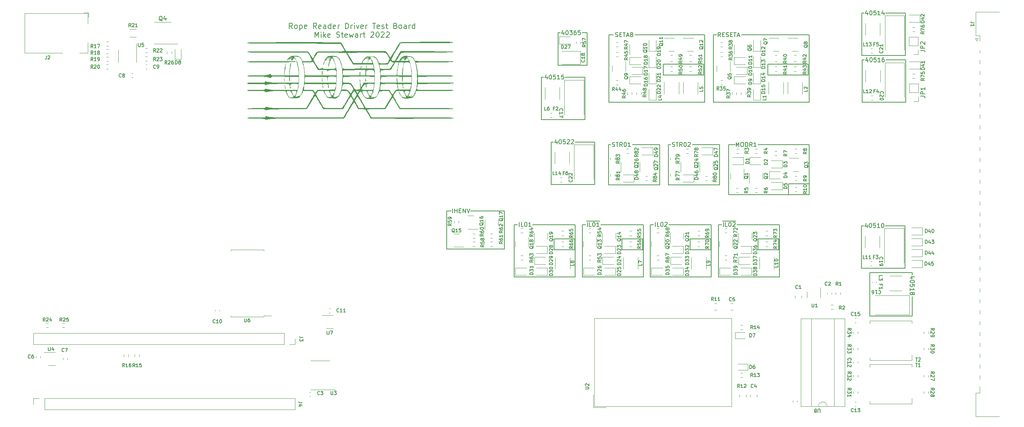
<source format=gto>
G04 #@! TF.GenerationSoftware,KiCad,Pcbnew,(6.0.2)*
G04 #@! TF.CreationDate,2022-03-07T19:03:19-08:00*
G04 #@! TF.ProjectId,driver_test,64726976-6572-45f7-9465-73742e6b6963,rev?*
G04 #@! TF.SameCoordinates,Original*
G04 #@! TF.FileFunction,Legend,Top*
G04 #@! TF.FilePolarity,Positive*
%FSLAX46Y46*%
G04 Gerber Fmt 4.6, Leading zero omitted, Abs format (unit mm)*
G04 Created by KiCad (PCBNEW (6.0.2)) date 2022-03-07 19:03:19*
%MOMM*%
%LPD*%
G01*
G04 APERTURE LIST*
%ADD10C,0.150000*%
%ADD11C,0.120000*%
G04 APERTURE END LIST*
D10*
X186690000Y-95377000D02*
X172466000Y-95377000D01*
X156591000Y-83185000D02*
X157353000Y-83185000D01*
X130556000Y-80010000D02*
X138430000Y-80010000D01*
X157226000Y-58674000D02*
X157226000Y-48768000D01*
X221835000Y-43688000D02*
X231995000Y-43688000D01*
X223647000Y-94361000D02*
X223647000Y-104521000D01*
X233553000Y-94361000D02*
X233553000Y-94869000D01*
X188595000Y-73914000D02*
X176657000Y-73914000D01*
X221835000Y-33782000D02*
X221835000Y-43688000D01*
X159512000Y-73787000D02*
X159512000Y-63881000D01*
X149352000Y-63881000D02*
X149860000Y-63881000D01*
X170815000Y-83185000D02*
X170815000Y-95377000D01*
X172466000Y-95377000D02*
X172466000Y-83185000D01*
X193802000Y-38862000D02*
X209550000Y-38862000D01*
X185166000Y-38862000D02*
X185166000Y-54610000D01*
X162687000Y-64516000D02*
X163195000Y-64516000D01*
X162687000Y-73914000D02*
X162687000Y-64516000D01*
X162814000Y-54610000D02*
X162814000Y-38862000D01*
X147066000Y-58674000D02*
X157226000Y-58674000D01*
X223647000Y-104521000D02*
X233553000Y-104521000D01*
X149352000Y-73787000D02*
X159512000Y-73787000D01*
X182245000Y-64516000D02*
X188595000Y-64516000D01*
X124968000Y-88900000D02*
X124968000Y-80010000D01*
X190754000Y-76200000D02*
X190754000Y-64516000D01*
X188341000Y-95377000D02*
X188341000Y-83185000D01*
X138430000Y-88900000D02*
X124968000Y-88900000D01*
X233553000Y-94361000D02*
X223647000Y-94361000D01*
X202565000Y-83185000D02*
X202565000Y-95377000D01*
X209550000Y-38862000D02*
X209550000Y-54610000D01*
X221869000Y-44720000D02*
X221869000Y-54626000D01*
X204724000Y-73660000D02*
X209550000Y-73660000D01*
X209550000Y-73660000D02*
X209550000Y-76200000D01*
X209550000Y-76200000D02*
X204724000Y-76200000D01*
X204724000Y-76200000D02*
X204724000Y-73660000D01*
X124968000Y-80010000D02*
X125984000Y-80010000D01*
X176657000Y-64516000D02*
X177165000Y-64516000D01*
X157734000Y-45974000D02*
X150933500Y-45974000D01*
X231902000Y-83439000D02*
X227330000Y-83439000D01*
X140716000Y-95377000D02*
X140716000Y-83185000D01*
X233553000Y-104521000D02*
X233553000Y-99949000D01*
X221835000Y-33782000D02*
X222343000Y-33782000D01*
X231902000Y-93345000D02*
X231902000Y-83439000D01*
X157734000Y-38385000D02*
X156521500Y-38385000D01*
X221742000Y-93345000D02*
X231902000Y-93345000D01*
X209550000Y-76200000D02*
X190754000Y-76200000D01*
X147066000Y-48768000D02*
X147066000Y-58674000D01*
X174625000Y-73914000D02*
X162687000Y-73914000D01*
X157734000Y-38385000D02*
X157734000Y-45974000D01*
X221869000Y-54626000D02*
X232029000Y-54626000D01*
X221742000Y-83439000D02*
X222250000Y-83439000D01*
X147066000Y-48768000D02*
X147574000Y-48768000D01*
X172466000Y-83185000D02*
X173228000Y-83185000D01*
X190754000Y-64516000D02*
X192278000Y-64516000D01*
X168910000Y-38862000D02*
X185166000Y-38862000D01*
X170815000Y-95377000D02*
X156591000Y-95377000D01*
X202565000Y-95377000D02*
X188341000Y-95377000D01*
X154940000Y-83185000D02*
X154940000Y-95377000D01*
X138430000Y-80010000D02*
X138430000Y-88900000D01*
X168275000Y-64516000D02*
X174625000Y-64516000D01*
X188595000Y-64516000D02*
X188595000Y-73914000D01*
X185166000Y-54610000D02*
X162814000Y-54610000D01*
X209550000Y-54610000D02*
X187198000Y-54610000D01*
X188341000Y-83185000D02*
X189103000Y-83185000D01*
X150933500Y-38385000D02*
X151441500Y-38385000D01*
X197612000Y-86487000D02*
X202438000Y-86487000D01*
X202438000Y-86487000D02*
X202438000Y-89027000D01*
X202438000Y-89027000D02*
X197612000Y-89027000D01*
X197612000Y-89027000D02*
X197612000Y-86487000D01*
X231995000Y-43688000D02*
X231995000Y-33782000D01*
X187960000Y-38862000D02*
X187198000Y-38862000D01*
X157226000Y-48768000D02*
X152654000Y-48768000D01*
X199898000Y-45720000D02*
X209296000Y-45720000D01*
X209296000Y-45720000D02*
X209296000Y-48260000D01*
X209296000Y-48260000D02*
X199898000Y-48260000D01*
X199898000Y-48260000D02*
X199898000Y-45720000D01*
X181737000Y-86487000D02*
X186563000Y-86487000D01*
X186563000Y-86487000D02*
X186563000Y-89027000D01*
X186563000Y-89027000D02*
X181737000Y-89027000D01*
X181737000Y-89027000D02*
X181737000Y-86487000D01*
X150933500Y-45974000D02*
X150933500Y-38385000D01*
X231995000Y-33782000D02*
X227423000Y-33782000D01*
X165862000Y-86487000D02*
X170688000Y-86487000D01*
X170688000Y-86487000D02*
X170688000Y-89027000D01*
X170688000Y-89027000D02*
X165862000Y-89027000D01*
X165862000Y-89027000D02*
X165862000Y-86487000D01*
X174625000Y-64516000D02*
X174625000Y-73914000D01*
X232029000Y-44720000D02*
X227457000Y-44720000D01*
X149987000Y-86487000D02*
X154813000Y-86487000D01*
X154813000Y-86487000D02*
X154813000Y-89027000D01*
X154813000Y-89027000D02*
X149987000Y-89027000D01*
X149987000Y-89027000D02*
X149987000Y-86487000D01*
X176784000Y-83185000D02*
X186690000Y-83185000D01*
X140716000Y-83185000D02*
X141478000Y-83185000D01*
X197612000Y-64516000D02*
X209550000Y-64516000D01*
X192659000Y-83185000D02*
X202565000Y-83185000D01*
X176657000Y-73914000D02*
X176657000Y-64516000D01*
X154940000Y-95377000D02*
X140716000Y-95377000D01*
X149352000Y-63881000D02*
X149352000Y-73787000D01*
X221742000Y-83439000D02*
X221742000Y-93345000D01*
X187198000Y-54610000D02*
X187198000Y-38862000D01*
X175514000Y-45720000D02*
X184912000Y-45720000D01*
X184912000Y-45720000D02*
X184912000Y-48260000D01*
X184912000Y-48260000D02*
X175514000Y-48260000D01*
X175514000Y-48260000D02*
X175514000Y-45720000D01*
X186690000Y-83185000D02*
X186690000Y-95377000D01*
X162814000Y-38862000D02*
X163830000Y-38862000D01*
X145034000Y-83185000D02*
X154940000Y-83185000D01*
X221869000Y-44720000D02*
X222377000Y-44720000D01*
X232029000Y-54626000D02*
X232029000Y-44720000D01*
X160909000Y-83185000D02*
X170815000Y-83185000D01*
X159512000Y-63881000D02*
X154940000Y-63881000D01*
X156591000Y-95377000D02*
X156591000Y-83185000D01*
X209550000Y-64516000D02*
X209550000Y-76200000D01*
X141898857Y-83637380D02*
X141898857Y-82637380D01*
X142851238Y-83637380D02*
X142375047Y-83637380D01*
X142375047Y-82637380D01*
X143375047Y-82637380D02*
X143470285Y-82637380D01*
X143565523Y-82685000D01*
X143613142Y-82732619D01*
X143660761Y-82827857D01*
X143708380Y-83018333D01*
X143708380Y-83256428D01*
X143660761Y-83446904D01*
X143613142Y-83542142D01*
X143565523Y-83589761D01*
X143470285Y-83637380D01*
X143375047Y-83637380D01*
X143279809Y-83589761D01*
X143232190Y-83542142D01*
X143184571Y-83446904D01*
X143136952Y-83256428D01*
X143136952Y-83018333D01*
X143184571Y-82827857D01*
X143232190Y-82732619D01*
X143279809Y-82685000D01*
X143375047Y-82637380D01*
X144660761Y-83637380D02*
X144089333Y-83637380D01*
X144375047Y-83637380D02*
X144375047Y-82637380D01*
X144279809Y-82780238D01*
X144184571Y-82875476D01*
X144089333Y-82923095D01*
X223075714Y-83224714D02*
X223075714Y-83891380D01*
X222837619Y-82843761D02*
X222599523Y-83558047D01*
X223218571Y-83558047D01*
X223790000Y-82891380D02*
X223885238Y-82891380D01*
X223980476Y-82939000D01*
X224028095Y-82986619D01*
X224075714Y-83081857D01*
X224123333Y-83272333D01*
X224123333Y-83510428D01*
X224075714Y-83700904D01*
X224028095Y-83796142D01*
X223980476Y-83843761D01*
X223885238Y-83891380D01*
X223790000Y-83891380D01*
X223694761Y-83843761D01*
X223647142Y-83796142D01*
X223599523Y-83700904D01*
X223551904Y-83510428D01*
X223551904Y-83272333D01*
X223599523Y-83081857D01*
X223647142Y-82986619D01*
X223694761Y-82939000D01*
X223790000Y-82891380D01*
X225028095Y-82891380D02*
X224551904Y-82891380D01*
X224504285Y-83367571D01*
X224551904Y-83319952D01*
X224647142Y-83272333D01*
X224885238Y-83272333D01*
X224980476Y-83319952D01*
X225028095Y-83367571D01*
X225075714Y-83462809D01*
X225075714Y-83700904D01*
X225028095Y-83796142D01*
X224980476Y-83843761D01*
X224885238Y-83891380D01*
X224647142Y-83891380D01*
X224551904Y-83843761D01*
X224504285Y-83796142D01*
X226028095Y-83891380D02*
X225456666Y-83891380D01*
X225742380Y-83891380D02*
X225742380Y-82891380D01*
X225647142Y-83034238D01*
X225551904Y-83129476D01*
X225456666Y-83177095D01*
X226647142Y-82891380D02*
X226742380Y-82891380D01*
X226837619Y-82939000D01*
X226885238Y-82986619D01*
X226932857Y-83081857D01*
X226980476Y-83272333D01*
X226980476Y-83510428D01*
X226932857Y-83700904D01*
X226885238Y-83796142D01*
X226837619Y-83843761D01*
X226742380Y-83891380D01*
X226647142Y-83891380D01*
X226551904Y-83843761D01*
X226504285Y-83796142D01*
X226456666Y-83700904D01*
X226409047Y-83510428D01*
X226409047Y-83272333D01*
X226456666Y-83081857D01*
X226504285Y-82986619D01*
X226551904Y-82939000D01*
X226647142Y-82891380D01*
X152267214Y-38170714D02*
X152267214Y-38837380D01*
X152029119Y-37789761D02*
X151791023Y-38504047D01*
X152410071Y-38504047D01*
X152981500Y-37837380D02*
X153076738Y-37837380D01*
X153171976Y-37885000D01*
X153219595Y-37932619D01*
X153267214Y-38027857D01*
X153314833Y-38218333D01*
X153314833Y-38456428D01*
X153267214Y-38646904D01*
X153219595Y-38742142D01*
X153171976Y-38789761D01*
X153076738Y-38837380D01*
X152981500Y-38837380D01*
X152886261Y-38789761D01*
X152838642Y-38742142D01*
X152791023Y-38646904D01*
X152743404Y-38456428D01*
X152743404Y-38218333D01*
X152791023Y-38027857D01*
X152838642Y-37932619D01*
X152886261Y-37885000D01*
X152981500Y-37837380D01*
X153648166Y-37837380D02*
X154267214Y-37837380D01*
X153933880Y-38218333D01*
X154076738Y-38218333D01*
X154171976Y-38265952D01*
X154219595Y-38313571D01*
X154267214Y-38408809D01*
X154267214Y-38646904D01*
X154219595Y-38742142D01*
X154171976Y-38789761D01*
X154076738Y-38837380D01*
X153791023Y-38837380D01*
X153695785Y-38789761D01*
X153648166Y-38742142D01*
X155124357Y-37837380D02*
X154933880Y-37837380D01*
X154838642Y-37885000D01*
X154791023Y-37932619D01*
X154695785Y-38075476D01*
X154648166Y-38265952D01*
X154648166Y-38646904D01*
X154695785Y-38742142D01*
X154743404Y-38789761D01*
X154838642Y-38837380D01*
X155029119Y-38837380D01*
X155124357Y-38789761D01*
X155171976Y-38742142D01*
X155219595Y-38646904D01*
X155219595Y-38408809D01*
X155171976Y-38313571D01*
X155124357Y-38265952D01*
X155029119Y-38218333D01*
X154838642Y-38218333D01*
X154743404Y-38265952D01*
X154695785Y-38313571D01*
X154648166Y-38408809D01*
X156124357Y-37837380D02*
X155648166Y-37837380D01*
X155600547Y-38313571D01*
X155648166Y-38265952D01*
X155743404Y-38218333D01*
X155981500Y-38218333D01*
X156076738Y-38265952D01*
X156124357Y-38313571D01*
X156171976Y-38408809D01*
X156171976Y-38646904D01*
X156124357Y-38742142D01*
X156076738Y-38789761D01*
X155981500Y-38837380D01*
X155743404Y-38837380D01*
X155648166Y-38789761D01*
X155600547Y-38742142D01*
X150685714Y-63666714D02*
X150685714Y-64333380D01*
X150447619Y-63285761D02*
X150209523Y-64000047D01*
X150828571Y-64000047D01*
X151400000Y-63333380D02*
X151495238Y-63333380D01*
X151590476Y-63381000D01*
X151638095Y-63428619D01*
X151685714Y-63523857D01*
X151733333Y-63714333D01*
X151733333Y-63952428D01*
X151685714Y-64142904D01*
X151638095Y-64238142D01*
X151590476Y-64285761D01*
X151495238Y-64333380D01*
X151400000Y-64333380D01*
X151304761Y-64285761D01*
X151257142Y-64238142D01*
X151209523Y-64142904D01*
X151161904Y-63952428D01*
X151161904Y-63714333D01*
X151209523Y-63523857D01*
X151257142Y-63428619D01*
X151304761Y-63381000D01*
X151400000Y-63333380D01*
X152638095Y-63333380D02*
X152161904Y-63333380D01*
X152114285Y-63809571D01*
X152161904Y-63761952D01*
X152257142Y-63714333D01*
X152495238Y-63714333D01*
X152590476Y-63761952D01*
X152638095Y-63809571D01*
X152685714Y-63904809D01*
X152685714Y-64142904D01*
X152638095Y-64238142D01*
X152590476Y-64285761D01*
X152495238Y-64333380D01*
X152257142Y-64333380D01*
X152161904Y-64285761D01*
X152114285Y-64238142D01*
X153066666Y-63428619D02*
X153114285Y-63381000D01*
X153209523Y-63333380D01*
X153447619Y-63333380D01*
X153542857Y-63381000D01*
X153590476Y-63428619D01*
X153638095Y-63523857D01*
X153638095Y-63619095D01*
X153590476Y-63761952D01*
X153019047Y-64333380D01*
X153638095Y-64333380D01*
X154019047Y-63428619D02*
X154066666Y-63381000D01*
X154161904Y-63333380D01*
X154400000Y-63333380D01*
X154495238Y-63381000D01*
X154542857Y-63428619D01*
X154590476Y-63523857D01*
X154590476Y-63619095D01*
X154542857Y-63761952D01*
X153971428Y-64333380D01*
X154590476Y-64333380D01*
X188873047Y-39314380D02*
X188539714Y-38838190D01*
X188301619Y-39314380D02*
X188301619Y-38314380D01*
X188682571Y-38314380D01*
X188777809Y-38362000D01*
X188825428Y-38409619D01*
X188873047Y-38504857D01*
X188873047Y-38647714D01*
X188825428Y-38742952D01*
X188777809Y-38790571D01*
X188682571Y-38838190D01*
X188301619Y-38838190D01*
X189301619Y-38790571D02*
X189634952Y-38790571D01*
X189777809Y-39314380D02*
X189301619Y-39314380D01*
X189301619Y-38314380D01*
X189777809Y-38314380D01*
X190158761Y-39266761D02*
X190301619Y-39314380D01*
X190539714Y-39314380D01*
X190634952Y-39266761D01*
X190682571Y-39219142D01*
X190730190Y-39123904D01*
X190730190Y-39028666D01*
X190682571Y-38933428D01*
X190634952Y-38885809D01*
X190539714Y-38838190D01*
X190349238Y-38790571D01*
X190254000Y-38742952D01*
X190206380Y-38695333D01*
X190158761Y-38600095D01*
X190158761Y-38504857D01*
X190206380Y-38409619D01*
X190254000Y-38362000D01*
X190349238Y-38314380D01*
X190587333Y-38314380D01*
X190730190Y-38362000D01*
X191158761Y-38790571D02*
X191492095Y-38790571D01*
X191634952Y-39314380D02*
X191158761Y-39314380D01*
X191158761Y-38314380D01*
X191634952Y-38314380D01*
X191920666Y-38314380D02*
X192492095Y-38314380D01*
X192206380Y-39314380D02*
X192206380Y-38314380D01*
X192777809Y-39028666D02*
X193254000Y-39028666D01*
X192682571Y-39314380D02*
X193015904Y-38314380D01*
X193349238Y-39314380D01*
X88960476Y-37398173D02*
X88537142Y-36793411D01*
X88234761Y-37398173D02*
X88234761Y-36128173D01*
X88718571Y-36128173D01*
X88839523Y-36188650D01*
X88900000Y-36249126D01*
X88960476Y-36370078D01*
X88960476Y-36551507D01*
X88900000Y-36672459D01*
X88839523Y-36732935D01*
X88718571Y-36793411D01*
X88234761Y-36793411D01*
X89686190Y-37398173D02*
X89565238Y-37337697D01*
X89504761Y-37277221D01*
X89444285Y-37156269D01*
X89444285Y-36793411D01*
X89504761Y-36672459D01*
X89565238Y-36611983D01*
X89686190Y-36551507D01*
X89867619Y-36551507D01*
X89988571Y-36611983D01*
X90049047Y-36672459D01*
X90109523Y-36793411D01*
X90109523Y-37156269D01*
X90049047Y-37277221D01*
X89988571Y-37337697D01*
X89867619Y-37398173D01*
X89686190Y-37398173D01*
X90653809Y-36551507D02*
X90653809Y-37821507D01*
X90653809Y-36611983D02*
X90774761Y-36551507D01*
X91016666Y-36551507D01*
X91137619Y-36611983D01*
X91198095Y-36672459D01*
X91258571Y-36793411D01*
X91258571Y-37156269D01*
X91198095Y-37277221D01*
X91137619Y-37337697D01*
X91016666Y-37398173D01*
X90774761Y-37398173D01*
X90653809Y-37337697D01*
X92286666Y-37337697D02*
X92165714Y-37398173D01*
X91923809Y-37398173D01*
X91802857Y-37337697D01*
X91742380Y-37216745D01*
X91742380Y-36732935D01*
X91802857Y-36611983D01*
X91923809Y-36551507D01*
X92165714Y-36551507D01*
X92286666Y-36611983D01*
X92347142Y-36732935D01*
X92347142Y-36853888D01*
X91742380Y-36974840D01*
X94584761Y-37398173D02*
X94161428Y-36793411D01*
X93859047Y-37398173D02*
X93859047Y-36128173D01*
X94342857Y-36128173D01*
X94463809Y-36188650D01*
X94524285Y-36249126D01*
X94584761Y-36370078D01*
X94584761Y-36551507D01*
X94524285Y-36672459D01*
X94463809Y-36732935D01*
X94342857Y-36793411D01*
X93859047Y-36793411D01*
X95612857Y-37337697D02*
X95491904Y-37398173D01*
X95250000Y-37398173D01*
X95129047Y-37337697D01*
X95068571Y-37216745D01*
X95068571Y-36732935D01*
X95129047Y-36611983D01*
X95250000Y-36551507D01*
X95491904Y-36551507D01*
X95612857Y-36611983D01*
X95673333Y-36732935D01*
X95673333Y-36853888D01*
X95068571Y-36974840D01*
X96761904Y-37398173D02*
X96761904Y-36732935D01*
X96701428Y-36611983D01*
X96580476Y-36551507D01*
X96338571Y-36551507D01*
X96217619Y-36611983D01*
X96761904Y-37337697D02*
X96640952Y-37398173D01*
X96338571Y-37398173D01*
X96217619Y-37337697D01*
X96157142Y-37216745D01*
X96157142Y-37095792D01*
X96217619Y-36974840D01*
X96338571Y-36914364D01*
X96640952Y-36914364D01*
X96761904Y-36853888D01*
X97910952Y-37398173D02*
X97910952Y-36128173D01*
X97910952Y-37337697D02*
X97790000Y-37398173D01*
X97548095Y-37398173D01*
X97427142Y-37337697D01*
X97366666Y-37277221D01*
X97306190Y-37156269D01*
X97306190Y-36793411D01*
X97366666Y-36672459D01*
X97427142Y-36611983D01*
X97548095Y-36551507D01*
X97790000Y-36551507D01*
X97910952Y-36611983D01*
X98999523Y-37337697D02*
X98878571Y-37398173D01*
X98636666Y-37398173D01*
X98515714Y-37337697D01*
X98455238Y-37216745D01*
X98455238Y-36732935D01*
X98515714Y-36611983D01*
X98636666Y-36551507D01*
X98878571Y-36551507D01*
X98999523Y-36611983D01*
X99060000Y-36732935D01*
X99060000Y-36853888D01*
X98455238Y-36974840D01*
X99604285Y-37398173D02*
X99604285Y-36551507D01*
X99604285Y-36793411D02*
X99664761Y-36672459D01*
X99725238Y-36611983D01*
X99846190Y-36551507D01*
X99967142Y-36551507D01*
X101358095Y-37398173D02*
X101358095Y-36128173D01*
X101660476Y-36128173D01*
X101841904Y-36188650D01*
X101962857Y-36309602D01*
X102023333Y-36430554D01*
X102083809Y-36672459D01*
X102083809Y-36853888D01*
X102023333Y-37095792D01*
X101962857Y-37216745D01*
X101841904Y-37337697D01*
X101660476Y-37398173D01*
X101358095Y-37398173D01*
X102628095Y-37398173D02*
X102628095Y-36551507D01*
X102628095Y-36793411D02*
X102688571Y-36672459D01*
X102749047Y-36611983D01*
X102870000Y-36551507D01*
X102990952Y-36551507D01*
X103414285Y-37398173D02*
X103414285Y-36551507D01*
X103414285Y-36128173D02*
X103353809Y-36188650D01*
X103414285Y-36249126D01*
X103474761Y-36188650D01*
X103414285Y-36128173D01*
X103414285Y-36249126D01*
X103898095Y-36551507D02*
X104200476Y-37398173D01*
X104502857Y-36551507D01*
X105470476Y-37337697D02*
X105349523Y-37398173D01*
X105107619Y-37398173D01*
X104986666Y-37337697D01*
X104926190Y-37216745D01*
X104926190Y-36732935D01*
X104986666Y-36611983D01*
X105107619Y-36551507D01*
X105349523Y-36551507D01*
X105470476Y-36611983D01*
X105530952Y-36732935D01*
X105530952Y-36853888D01*
X104926190Y-36974840D01*
X106075238Y-37398173D02*
X106075238Y-36551507D01*
X106075238Y-36793411D02*
X106135714Y-36672459D01*
X106196190Y-36611983D01*
X106317142Y-36551507D01*
X106438095Y-36551507D01*
X107647619Y-36128173D02*
X108373333Y-36128173D01*
X108010476Y-37398173D02*
X108010476Y-36128173D01*
X109280476Y-37337697D02*
X109159523Y-37398173D01*
X108917619Y-37398173D01*
X108796666Y-37337697D01*
X108736190Y-37216745D01*
X108736190Y-36732935D01*
X108796666Y-36611983D01*
X108917619Y-36551507D01*
X109159523Y-36551507D01*
X109280476Y-36611983D01*
X109340952Y-36732935D01*
X109340952Y-36853888D01*
X108736190Y-36974840D01*
X109824761Y-37337697D02*
X109945714Y-37398173D01*
X110187619Y-37398173D01*
X110308571Y-37337697D01*
X110369047Y-37216745D01*
X110369047Y-37156269D01*
X110308571Y-37035316D01*
X110187619Y-36974840D01*
X110006190Y-36974840D01*
X109885238Y-36914364D01*
X109824761Y-36793411D01*
X109824761Y-36732935D01*
X109885238Y-36611983D01*
X110006190Y-36551507D01*
X110187619Y-36551507D01*
X110308571Y-36611983D01*
X110731904Y-36551507D02*
X111215714Y-36551507D01*
X110913333Y-36128173D02*
X110913333Y-37216745D01*
X110973809Y-37337697D01*
X111094761Y-37398173D01*
X111215714Y-37398173D01*
X113030000Y-36732935D02*
X113211428Y-36793411D01*
X113271904Y-36853888D01*
X113332380Y-36974840D01*
X113332380Y-37156269D01*
X113271904Y-37277221D01*
X113211428Y-37337697D01*
X113090476Y-37398173D01*
X112606666Y-37398173D01*
X112606666Y-36128173D01*
X113030000Y-36128173D01*
X113150952Y-36188650D01*
X113211428Y-36249126D01*
X113271904Y-36370078D01*
X113271904Y-36491030D01*
X113211428Y-36611983D01*
X113150952Y-36672459D01*
X113030000Y-36732935D01*
X112606666Y-36732935D01*
X114058095Y-37398173D02*
X113937142Y-37337697D01*
X113876666Y-37277221D01*
X113816190Y-37156269D01*
X113816190Y-36793411D01*
X113876666Y-36672459D01*
X113937142Y-36611983D01*
X114058095Y-36551507D01*
X114239523Y-36551507D01*
X114360476Y-36611983D01*
X114420952Y-36672459D01*
X114481428Y-36793411D01*
X114481428Y-37156269D01*
X114420952Y-37277221D01*
X114360476Y-37337697D01*
X114239523Y-37398173D01*
X114058095Y-37398173D01*
X115570000Y-37398173D02*
X115570000Y-36732935D01*
X115509523Y-36611983D01*
X115388571Y-36551507D01*
X115146666Y-36551507D01*
X115025714Y-36611983D01*
X115570000Y-37337697D02*
X115449047Y-37398173D01*
X115146666Y-37398173D01*
X115025714Y-37337697D01*
X114965238Y-37216745D01*
X114965238Y-37095792D01*
X115025714Y-36974840D01*
X115146666Y-36914364D01*
X115449047Y-36914364D01*
X115570000Y-36853888D01*
X116174761Y-37398173D02*
X116174761Y-36551507D01*
X116174761Y-36793411D02*
X116235238Y-36672459D01*
X116295714Y-36611983D01*
X116416666Y-36551507D01*
X116537619Y-36551507D01*
X117505238Y-37398173D02*
X117505238Y-36128173D01*
X117505238Y-37337697D02*
X117384285Y-37398173D01*
X117142380Y-37398173D01*
X117021428Y-37337697D01*
X116960952Y-37277221D01*
X116900476Y-37156269D01*
X116900476Y-36793411D01*
X116960952Y-36672459D01*
X117021428Y-36611983D01*
X117142380Y-36551507D01*
X117384285Y-36551507D01*
X117505238Y-36611983D01*
X94191666Y-39442873D02*
X94191666Y-38172873D01*
X94615000Y-39080016D01*
X95038333Y-38172873D01*
X95038333Y-39442873D01*
X95643095Y-39442873D02*
X95643095Y-38596207D01*
X95643095Y-38172873D02*
X95582619Y-38233350D01*
X95643095Y-38293826D01*
X95703571Y-38233350D01*
X95643095Y-38172873D01*
X95643095Y-38293826D01*
X96247857Y-39442873D02*
X96247857Y-38172873D01*
X96368809Y-38959064D02*
X96731666Y-39442873D01*
X96731666Y-38596207D02*
X96247857Y-39080016D01*
X97759761Y-39382397D02*
X97638809Y-39442873D01*
X97396904Y-39442873D01*
X97275952Y-39382397D01*
X97215476Y-39261445D01*
X97215476Y-38777635D01*
X97275952Y-38656683D01*
X97396904Y-38596207D01*
X97638809Y-38596207D01*
X97759761Y-38656683D01*
X97820238Y-38777635D01*
X97820238Y-38898588D01*
X97215476Y-39019540D01*
X99271666Y-39382397D02*
X99453095Y-39442873D01*
X99755476Y-39442873D01*
X99876428Y-39382397D01*
X99936904Y-39321921D01*
X99997380Y-39200969D01*
X99997380Y-39080016D01*
X99936904Y-38959064D01*
X99876428Y-38898588D01*
X99755476Y-38838111D01*
X99513571Y-38777635D01*
X99392619Y-38717159D01*
X99332142Y-38656683D01*
X99271666Y-38535730D01*
X99271666Y-38414778D01*
X99332142Y-38293826D01*
X99392619Y-38233350D01*
X99513571Y-38172873D01*
X99815952Y-38172873D01*
X99997380Y-38233350D01*
X100360238Y-38596207D02*
X100844047Y-38596207D01*
X100541666Y-38172873D02*
X100541666Y-39261445D01*
X100602142Y-39382397D01*
X100723095Y-39442873D01*
X100844047Y-39442873D01*
X101751190Y-39382397D02*
X101630238Y-39442873D01*
X101388333Y-39442873D01*
X101267380Y-39382397D01*
X101206904Y-39261445D01*
X101206904Y-38777635D01*
X101267380Y-38656683D01*
X101388333Y-38596207D01*
X101630238Y-38596207D01*
X101751190Y-38656683D01*
X101811666Y-38777635D01*
X101811666Y-38898588D01*
X101206904Y-39019540D01*
X102235000Y-38596207D02*
X102476904Y-39442873D01*
X102718809Y-38838111D01*
X102960714Y-39442873D01*
X103202619Y-38596207D01*
X104230714Y-39442873D02*
X104230714Y-38777635D01*
X104170238Y-38656683D01*
X104049285Y-38596207D01*
X103807380Y-38596207D01*
X103686428Y-38656683D01*
X104230714Y-39382397D02*
X104109761Y-39442873D01*
X103807380Y-39442873D01*
X103686428Y-39382397D01*
X103625952Y-39261445D01*
X103625952Y-39140492D01*
X103686428Y-39019540D01*
X103807380Y-38959064D01*
X104109761Y-38959064D01*
X104230714Y-38898588D01*
X104835476Y-39442873D02*
X104835476Y-38596207D01*
X104835476Y-38838111D02*
X104895952Y-38717159D01*
X104956428Y-38656683D01*
X105077380Y-38596207D01*
X105198333Y-38596207D01*
X105440238Y-38596207D02*
X105924047Y-38596207D01*
X105621666Y-38172873D02*
X105621666Y-39261445D01*
X105682142Y-39382397D01*
X105803095Y-39442873D01*
X105924047Y-39442873D01*
X107254523Y-38293826D02*
X107315000Y-38233350D01*
X107435952Y-38172873D01*
X107738333Y-38172873D01*
X107859285Y-38233350D01*
X107919761Y-38293826D01*
X107980238Y-38414778D01*
X107980238Y-38535730D01*
X107919761Y-38717159D01*
X107194047Y-39442873D01*
X107980238Y-39442873D01*
X108766428Y-38172873D02*
X108887380Y-38172873D01*
X109008333Y-38233350D01*
X109068809Y-38293826D01*
X109129285Y-38414778D01*
X109189761Y-38656683D01*
X109189761Y-38959064D01*
X109129285Y-39200969D01*
X109068809Y-39321921D01*
X109008333Y-39382397D01*
X108887380Y-39442873D01*
X108766428Y-39442873D01*
X108645476Y-39382397D01*
X108585000Y-39321921D01*
X108524523Y-39200969D01*
X108464047Y-38959064D01*
X108464047Y-38656683D01*
X108524523Y-38414778D01*
X108585000Y-38293826D01*
X108645476Y-38233350D01*
X108766428Y-38172873D01*
X109673571Y-38293826D02*
X109734047Y-38233350D01*
X109855000Y-38172873D01*
X110157380Y-38172873D01*
X110278333Y-38233350D01*
X110338809Y-38293826D01*
X110399285Y-38414778D01*
X110399285Y-38535730D01*
X110338809Y-38717159D01*
X109613095Y-39442873D01*
X110399285Y-39442873D01*
X110883095Y-38293826D02*
X110943571Y-38233350D01*
X111064523Y-38172873D01*
X111366904Y-38172873D01*
X111487857Y-38233350D01*
X111548333Y-38293826D01*
X111608809Y-38414778D01*
X111608809Y-38535730D01*
X111548333Y-38717159D01*
X110822619Y-39442873D01*
X111608809Y-39442873D01*
X157535761Y-82355000D02*
X158011952Y-82355000D01*
X157773857Y-83637380D02*
X157773857Y-82637380D01*
X158011952Y-82355000D02*
X158821476Y-82355000D01*
X158726238Y-83637380D02*
X158250047Y-83637380D01*
X158250047Y-82637380D01*
X158821476Y-82355000D02*
X159773857Y-82355000D01*
X159250047Y-82637380D02*
X159345285Y-82637380D01*
X159440523Y-82685000D01*
X159488142Y-82732619D01*
X159535761Y-82827857D01*
X159583380Y-83018333D01*
X159583380Y-83256428D01*
X159535761Y-83446904D01*
X159488142Y-83542142D01*
X159440523Y-83589761D01*
X159345285Y-83637380D01*
X159250047Y-83637380D01*
X159154809Y-83589761D01*
X159107190Y-83542142D01*
X159059571Y-83446904D01*
X159011952Y-83256428D01*
X159011952Y-83018333D01*
X159059571Y-82827857D01*
X159107190Y-82732619D01*
X159154809Y-82685000D01*
X159250047Y-82637380D01*
X159773857Y-82355000D02*
X160726238Y-82355000D01*
X160535761Y-83637380D02*
X159964333Y-83637380D01*
X160250047Y-83637380D02*
X160250047Y-82637380D01*
X160154809Y-82780238D01*
X160059571Y-82875476D01*
X159964333Y-82923095D01*
X148399714Y-48553714D02*
X148399714Y-49220380D01*
X148161619Y-48172761D02*
X147923523Y-48887047D01*
X148542571Y-48887047D01*
X149114000Y-48220380D02*
X149209238Y-48220380D01*
X149304476Y-48268000D01*
X149352095Y-48315619D01*
X149399714Y-48410857D01*
X149447333Y-48601333D01*
X149447333Y-48839428D01*
X149399714Y-49029904D01*
X149352095Y-49125142D01*
X149304476Y-49172761D01*
X149209238Y-49220380D01*
X149114000Y-49220380D01*
X149018761Y-49172761D01*
X148971142Y-49125142D01*
X148923523Y-49029904D01*
X148875904Y-48839428D01*
X148875904Y-48601333D01*
X148923523Y-48410857D01*
X148971142Y-48315619D01*
X149018761Y-48268000D01*
X149114000Y-48220380D01*
X150352095Y-48220380D02*
X149875904Y-48220380D01*
X149828285Y-48696571D01*
X149875904Y-48648952D01*
X149971142Y-48601333D01*
X150209238Y-48601333D01*
X150304476Y-48648952D01*
X150352095Y-48696571D01*
X150399714Y-48791809D01*
X150399714Y-49029904D01*
X150352095Y-49125142D01*
X150304476Y-49172761D01*
X150209238Y-49220380D01*
X149971142Y-49220380D01*
X149875904Y-49172761D01*
X149828285Y-49125142D01*
X151352095Y-49220380D02*
X150780666Y-49220380D01*
X151066380Y-49220380D02*
X151066380Y-48220380D01*
X150971142Y-48363238D01*
X150875904Y-48458476D01*
X150780666Y-48506095D01*
X152256857Y-48220380D02*
X151780666Y-48220380D01*
X151733047Y-48696571D01*
X151780666Y-48648952D01*
X151875904Y-48601333D01*
X152114000Y-48601333D01*
X152209238Y-48648952D01*
X152256857Y-48696571D01*
X152304476Y-48791809D01*
X152304476Y-49029904D01*
X152256857Y-49125142D01*
X152209238Y-49172761D01*
X152114000Y-49220380D01*
X151875904Y-49220380D01*
X151780666Y-49172761D01*
X151733047Y-49125142D01*
X192484666Y-64968380D02*
X192484666Y-63968380D01*
X192818000Y-64682666D01*
X193151333Y-63968380D01*
X193151333Y-64968380D01*
X193818000Y-63968380D02*
X194008476Y-63968380D01*
X194103714Y-64016000D01*
X194198952Y-64111238D01*
X194246571Y-64301714D01*
X194246571Y-64635047D01*
X194198952Y-64825523D01*
X194103714Y-64920761D01*
X194008476Y-64968380D01*
X193818000Y-64968380D01*
X193722761Y-64920761D01*
X193627523Y-64825523D01*
X193579904Y-64635047D01*
X193579904Y-64301714D01*
X193627523Y-64111238D01*
X193722761Y-64016000D01*
X193818000Y-63968380D01*
X194675142Y-64968380D02*
X194675142Y-63968380D01*
X194913238Y-63968380D01*
X195056095Y-64016000D01*
X195151333Y-64111238D01*
X195198952Y-64206476D01*
X195246571Y-64396952D01*
X195246571Y-64539809D01*
X195198952Y-64730285D01*
X195151333Y-64825523D01*
X195056095Y-64920761D01*
X194913238Y-64968380D01*
X194675142Y-64968380D01*
X196246571Y-64968380D02*
X195913238Y-64492190D01*
X195675142Y-64968380D02*
X195675142Y-63968380D01*
X196056095Y-63968380D01*
X196151333Y-64016000D01*
X196198952Y-64063619D01*
X196246571Y-64158857D01*
X196246571Y-64301714D01*
X196198952Y-64396952D01*
X196151333Y-64444571D01*
X196056095Y-64492190D01*
X195675142Y-64492190D01*
X197198952Y-64968380D02*
X196627523Y-64968380D01*
X196913238Y-64968380D02*
X196913238Y-63968380D01*
X196818000Y-64111238D01*
X196722761Y-64206476D01*
X196627523Y-64254095D01*
X177585952Y-64920761D02*
X177728809Y-64968380D01*
X177966904Y-64968380D01*
X178062142Y-64920761D01*
X178109761Y-64873142D01*
X178157380Y-64777904D01*
X178157380Y-64682666D01*
X178109761Y-64587428D01*
X178062142Y-64539809D01*
X177966904Y-64492190D01*
X177776428Y-64444571D01*
X177681190Y-64396952D01*
X177633571Y-64349333D01*
X177585952Y-64254095D01*
X177585952Y-64158857D01*
X177633571Y-64063619D01*
X177681190Y-64016000D01*
X177776428Y-63968380D01*
X178014523Y-63968380D01*
X178157380Y-64016000D01*
X178443095Y-63968380D02*
X179014523Y-63968380D01*
X178728809Y-64968380D02*
X178728809Y-63968380D01*
X179919285Y-64968380D02*
X179585952Y-64492190D01*
X179347857Y-64968380D02*
X179347857Y-63968380D01*
X179728809Y-63968380D01*
X179824047Y-64016000D01*
X179871666Y-64063619D01*
X179919285Y-64158857D01*
X179919285Y-64301714D01*
X179871666Y-64396952D01*
X179824047Y-64444571D01*
X179728809Y-64492190D01*
X179347857Y-64492190D01*
X180538333Y-63968380D02*
X180633571Y-63968380D01*
X180728809Y-64016000D01*
X180776428Y-64063619D01*
X180824047Y-64158857D01*
X180871666Y-64349333D01*
X180871666Y-64587428D01*
X180824047Y-64777904D01*
X180776428Y-64873142D01*
X180728809Y-64920761D01*
X180633571Y-64968380D01*
X180538333Y-64968380D01*
X180443095Y-64920761D01*
X180395476Y-64873142D01*
X180347857Y-64777904D01*
X180300238Y-64587428D01*
X180300238Y-64349333D01*
X180347857Y-64158857D01*
X180395476Y-64063619D01*
X180443095Y-64016000D01*
X180538333Y-63968380D01*
X181252619Y-64063619D02*
X181300238Y-64016000D01*
X181395476Y-63968380D01*
X181633571Y-63968380D01*
X181728809Y-64016000D01*
X181776428Y-64063619D01*
X181824047Y-64158857D01*
X181824047Y-64254095D01*
X181776428Y-64396952D01*
X181205000Y-64968380D01*
X181824047Y-64968380D01*
X233767285Y-95694714D02*
X233100619Y-95694714D01*
X234148238Y-95456619D02*
X233433952Y-95218523D01*
X233433952Y-95837571D01*
X234100619Y-96409000D02*
X234100619Y-96504238D01*
X234053000Y-96599476D01*
X234005380Y-96647095D01*
X233910142Y-96694714D01*
X233719666Y-96742333D01*
X233481571Y-96742333D01*
X233291095Y-96694714D01*
X233195857Y-96647095D01*
X233148238Y-96599476D01*
X233100619Y-96504238D01*
X233100619Y-96409000D01*
X233148238Y-96313761D01*
X233195857Y-96266142D01*
X233291095Y-96218523D01*
X233481571Y-96170904D01*
X233719666Y-96170904D01*
X233910142Y-96218523D01*
X234005380Y-96266142D01*
X234053000Y-96313761D01*
X234100619Y-96409000D01*
X234100619Y-97647095D02*
X234100619Y-97170904D01*
X233624428Y-97123285D01*
X233672047Y-97170904D01*
X233719666Y-97266142D01*
X233719666Y-97504238D01*
X233672047Y-97599476D01*
X233624428Y-97647095D01*
X233529190Y-97694714D01*
X233291095Y-97694714D01*
X233195857Y-97647095D01*
X233148238Y-97599476D01*
X233100619Y-97504238D01*
X233100619Y-97266142D01*
X233148238Y-97170904D01*
X233195857Y-97123285D01*
X233100619Y-98647095D02*
X233100619Y-98075666D01*
X233100619Y-98361380D02*
X234100619Y-98361380D01*
X233957761Y-98266142D01*
X233862523Y-98170904D01*
X233814904Y-98075666D01*
X233672047Y-99218523D02*
X233719666Y-99123285D01*
X233767285Y-99075666D01*
X233862523Y-99028047D01*
X233910142Y-99028047D01*
X234005380Y-99075666D01*
X234053000Y-99123285D01*
X234100619Y-99218523D01*
X234100619Y-99409000D01*
X234053000Y-99504238D01*
X234005380Y-99551857D01*
X233910142Y-99599476D01*
X233862523Y-99599476D01*
X233767285Y-99551857D01*
X233719666Y-99504238D01*
X233672047Y-99409000D01*
X233672047Y-99218523D01*
X233624428Y-99123285D01*
X233576809Y-99075666D01*
X233481571Y-99028047D01*
X233291095Y-99028047D01*
X233195857Y-99075666D01*
X233148238Y-99123285D01*
X233100619Y-99218523D01*
X233100619Y-99409000D01*
X233148238Y-99504238D01*
X233195857Y-99551857D01*
X233291095Y-99599476D01*
X233481571Y-99599476D01*
X233576809Y-99551857D01*
X233624428Y-99504238D01*
X233672047Y-99409000D01*
X189285761Y-82355000D02*
X189761952Y-82355000D01*
X189523857Y-83637380D02*
X189523857Y-82637380D01*
X189761952Y-82355000D02*
X190571476Y-82355000D01*
X190476238Y-83637380D02*
X190000047Y-83637380D01*
X190000047Y-82637380D01*
X190571476Y-82355000D02*
X191523857Y-82355000D01*
X191000047Y-82637380D02*
X191095285Y-82637380D01*
X191190523Y-82685000D01*
X191238142Y-82732619D01*
X191285761Y-82827857D01*
X191333380Y-83018333D01*
X191333380Y-83256428D01*
X191285761Y-83446904D01*
X191238142Y-83542142D01*
X191190523Y-83589761D01*
X191095285Y-83637380D01*
X191000047Y-83637380D01*
X190904809Y-83589761D01*
X190857190Y-83542142D01*
X190809571Y-83446904D01*
X190761952Y-83256428D01*
X190761952Y-83018333D01*
X190809571Y-82827857D01*
X190857190Y-82732619D01*
X190904809Y-82685000D01*
X191000047Y-82637380D01*
X191523857Y-82355000D02*
X192476238Y-82355000D01*
X191714333Y-82732619D02*
X191761952Y-82685000D01*
X191857190Y-82637380D01*
X192095285Y-82637380D01*
X192190523Y-82685000D01*
X192238142Y-82732619D01*
X192285761Y-82827857D01*
X192285761Y-82923095D01*
X192238142Y-83065952D01*
X191666714Y-83637380D01*
X192285761Y-83637380D01*
X223202714Y-44505714D02*
X223202714Y-45172380D01*
X222964619Y-44124761D02*
X222726523Y-44839047D01*
X223345571Y-44839047D01*
X223917000Y-44172380D02*
X224012238Y-44172380D01*
X224107476Y-44220000D01*
X224155095Y-44267619D01*
X224202714Y-44362857D01*
X224250333Y-44553333D01*
X224250333Y-44791428D01*
X224202714Y-44981904D01*
X224155095Y-45077142D01*
X224107476Y-45124761D01*
X224012238Y-45172380D01*
X223917000Y-45172380D01*
X223821761Y-45124761D01*
X223774142Y-45077142D01*
X223726523Y-44981904D01*
X223678904Y-44791428D01*
X223678904Y-44553333D01*
X223726523Y-44362857D01*
X223774142Y-44267619D01*
X223821761Y-44220000D01*
X223917000Y-44172380D01*
X225155095Y-44172380D02*
X224678904Y-44172380D01*
X224631285Y-44648571D01*
X224678904Y-44600952D01*
X224774142Y-44553333D01*
X225012238Y-44553333D01*
X225107476Y-44600952D01*
X225155095Y-44648571D01*
X225202714Y-44743809D01*
X225202714Y-44981904D01*
X225155095Y-45077142D01*
X225107476Y-45124761D01*
X225012238Y-45172380D01*
X224774142Y-45172380D01*
X224678904Y-45124761D01*
X224631285Y-45077142D01*
X226155095Y-45172380D02*
X225583666Y-45172380D01*
X225869380Y-45172380D02*
X225869380Y-44172380D01*
X225774142Y-44315238D01*
X225678904Y-44410476D01*
X225583666Y-44458095D01*
X227012238Y-44172380D02*
X226821761Y-44172380D01*
X226726523Y-44220000D01*
X226678904Y-44267619D01*
X226583666Y-44410476D01*
X226536047Y-44600952D01*
X226536047Y-44981904D01*
X226583666Y-45077142D01*
X226631285Y-45124761D01*
X226726523Y-45172380D01*
X226917000Y-45172380D01*
X227012238Y-45124761D01*
X227059857Y-45077142D01*
X227107476Y-44981904D01*
X227107476Y-44743809D01*
X227059857Y-44648571D01*
X227012238Y-44600952D01*
X226917000Y-44553333D01*
X226726523Y-44553333D01*
X226631285Y-44600952D01*
X226583666Y-44648571D01*
X226536047Y-44743809D01*
X173648857Y-83637380D02*
X173648857Y-82637380D01*
X174601238Y-83637380D02*
X174125047Y-83637380D01*
X174125047Y-82637380D01*
X175125047Y-82637380D02*
X175220285Y-82637380D01*
X175315523Y-82685000D01*
X175363142Y-82732619D01*
X175410761Y-82827857D01*
X175458380Y-83018333D01*
X175458380Y-83256428D01*
X175410761Y-83446904D01*
X175363142Y-83542142D01*
X175315523Y-83589761D01*
X175220285Y-83637380D01*
X175125047Y-83637380D01*
X175029809Y-83589761D01*
X174982190Y-83542142D01*
X174934571Y-83446904D01*
X174886952Y-83256428D01*
X174886952Y-83018333D01*
X174934571Y-82827857D01*
X174982190Y-82732619D01*
X175029809Y-82685000D01*
X175125047Y-82637380D01*
X175839333Y-82732619D02*
X175886952Y-82685000D01*
X175982190Y-82637380D01*
X176220285Y-82637380D01*
X176315523Y-82685000D01*
X176363142Y-82732619D01*
X176410761Y-82827857D01*
X176410761Y-82923095D01*
X176363142Y-83065952D01*
X175791714Y-83637380D01*
X176410761Y-83637380D01*
X223168714Y-33567714D02*
X223168714Y-34234380D01*
X222930619Y-33186761D02*
X222692523Y-33901047D01*
X223311571Y-33901047D01*
X223883000Y-33234380D02*
X223978238Y-33234380D01*
X224073476Y-33282000D01*
X224121095Y-33329619D01*
X224168714Y-33424857D01*
X224216333Y-33615333D01*
X224216333Y-33853428D01*
X224168714Y-34043904D01*
X224121095Y-34139142D01*
X224073476Y-34186761D01*
X223978238Y-34234380D01*
X223883000Y-34234380D01*
X223787761Y-34186761D01*
X223740142Y-34139142D01*
X223692523Y-34043904D01*
X223644904Y-33853428D01*
X223644904Y-33615333D01*
X223692523Y-33424857D01*
X223740142Y-33329619D01*
X223787761Y-33282000D01*
X223883000Y-33234380D01*
X225121095Y-33234380D02*
X224644904Y-33234380D01*
X224597285Y-33710571D01*
X224644904Y-33662952D01*
X224740142Y-33615333D01*
X224978238Y-33615333D01*
X225073476Y-33662952D01*
X225121095Y-33710571D01*
X225168714Y-33805809D01*
X225168714Y-34043904D01*
X225121095Y-34139142D01*
X225073476Y-34186761D01*
X224978238Y-34234380D01*
X224740142Y-34234380D01*
X224644904Y-34186761D01*
X224597285Y-34139142D01*
X226121095Y-34234380D02*
X225549666Y-34234380D01*
X225835380Y-34234380D02*
X225835380Y-33234380D01*
X225740142Y-33377238D01*
X225644904Y-33472476D01*
X225549666Y-33520095D01*
X226978238Y-33567714D02*
X226978238Y-34234380D01*
X226740142Y-33186761D02*
X226502047Y-33901047D01*
X227121095Y-33901047D01*
X164322380Y-39266761D02*
X164465238Y-39314380D01*
X164703333Y-39314380D01*
X164798571Y-39266761D01*
X164846190Y-39219142D01*
X164893809Y-39123904D01*
X164893809Y-39028666D01*
X164846190Y-38933428D01*
X164798571Y-38885809D01*
X164703333Y-38838190D01*
X164512857Y-38790571D01*
X164417619Y-38742952D01*
X164370000Y-38695333D01*
X164322380Y-38600095D01*
X164322380Y-38504857D01*
X164370000Y-38409619D01*
X164417619Y-38362000D01*
X164512857Y-38314380D01*
X164750952Y-38314380D01*
X164893809Y-38362000D01*
X165322380Y-38790571D02*
X165655714Y-38790571D01*
X165798571Y-39314380D02*
X165322380Y-39314380D01*
X165322380Y-38314380D01*
X165798571Y-38314380D01*
X166084285Y-38314380D02*
X166655714Y-38314380D01*
X166370000Y-39314380D02*
X166370000Y-38314380D01*
X166941428Y-39028666D02*
X167417619Y-39028666D01*
X166846190Y-39314380D02*
X167179523Y-38314380D01*
X167512857Y-39314380D01*
X168179523Y-38790571D02*
X168322380Y-38838190D01*
X168370000Y-38885809D01*
X168417619Y-38981047D01*
X168417619Y-39123904D01*
X168370000Y-39219142D01*
X168322380Y-39266761D01*
X168227142Y-39314380D01*
X167846190Y-39314380D01*
X167846190Y-38314380D01*
X168179523Y-38314380D01*
X168274761Y-38362000D01*
X168322380Y-38409619D01*
X168370000Y-38504857D01*
X168370000Y-38600095D01*
X168322380Y-38695333D01*
X168274761Y-38742952D01*
X168179523Y-38790571D01*
X167846190Y-38790571D01*
X163615952Y-64920761D02*
X163758809Y-64968380D01*
X163996904Y-64968380D01*
X164092142Y-64920761D01*
X164139761Y-64873142D01*
X164187380Y-64777904D01*
X164187380Y-64682666D01*
X164139761Y-64587428D01*
X164092142Y-64539809D01*
X163996904Y-64492190D01*
X163806428Y-64444571D01*
X163711190Y-64396952D01*
X163663571Y-64349333D01*
X163615952Y-64254095D01*
X163615952Y-64158857D01*
X163663571Y-64063619D01*
X163711190Y-64016000D01*
X163806428Y-63968380D01*
X164044523Y-63968380D01*
X164187380Y-64016000D01*
X164473095Y-63968380D02*
X165044523Y-63968380D01*
X164758809Y-64968380D02*
X164758809Y-63968380D01*
X165949285Y-64968380D02*
X165615952Y-64492190D01*
X165377857Y-64968380D02*
X165377857Y-63968380D01*
X165758809Y-63968380D01*
X165854047Y-64016000D01*
X165901666Y-64063619D01*
X165949285Y-64158857D01*
X165949285Y-64301714D01*
X165901666Y-64396952D01*
X165854047Y-64444571D01*
X165758809Y-64492190D01*
X165377857Y-64492190D01*
X166568333Y-63968380D02*
X166663571Y-63968380D01*
X166758809Y-64016000D01*
X166806428Y-64063619D01*
X166854047Y-64158857D01*
X166901666Y-64349333D01*
X166901666Y-64587428D01*
X166854047Y-64777904D01*
X166806428Y-64873142D01*
X166758809Y-64920761D01*
X166663571Y-64968380D01*
X166568333Y-64968380D01*
X166473095Y-64920761D01*
X166425476Y-64873142D01*
X166377857Y-64777904D01*
X166330238Y-64587428D01*
X166330238Y-64349333D01*
X166377857Y-64158857D01*
X166425476Y-64063619D01*
X166473095Y-64016000D01*
X166568333Y-63968380D01*
X167854047Y-64968380D02*
X167282619Y-64968380D01*
X167568333Y-64968380D02*
X167568333Y-63968380D01*
X167473095Y-64111238D01*
X167377857Y-64206476D01*
X167282619Y-64254095D01*
X126341428Y-80462380D02*
X126341428Y-79462380D01*
X126817619Y-80462380D02*
X126817619Y-79462380D01*
X126817619Y-79938571D02*
X127389047Y-79938571D01*
X127389047Y-80462380D02*
X127389047Y-79462380D01*
X127865238Y-79938571D02*
X128198571Y-79938571D01*
X128341428Y-80462380D02*
X127865238Y-80462380D01*
X127865238Y-79462380D01*
X128341428Y-79462380D01*
X128770000Y-80462380D02*
X128770000Y-79462380D01*
X129341428Y-80462380D01*
X129341428Y-79462380D01*
X129674761Y-79462380D02*
X130008095Y-80462380D01*
X130341428Y-79462380D01*
X58604261Y-35599619D02*
X58509023Y-35552000D01*
X58413785Y-35456761D01*
X58270928Y-35313904D01*
X58175690Y-35266285D01*
X58080452Y-35266285D01*
X58128071Y-35504380D02*
X58032833Y-35456761D01*
X57937595Y-35361523D01*
X57889976Y-35171047D01*
X57889976Y-34837714D01*
X57937595Y-34647238D01*
X58032833Y-34552000D01*
X58128071Y-34504380D01*
X58318547Y-34504380D01*
X58413785Y-34552000D01*
X58509023Y-34647238D01*
X58556642Y-34837714D01*
X58556642Y-35171047D01*
X58509023Y-35361523D01*
X58413785Y-35456761D01*
X58318547Y-35504380D01*
X58128071Y-35504380D01*
X59413785Y-34837714D02*
X59413785Y-35504380D01*
X59175690Y-34456761D02*
X58937595Y-35171047D01*
X59556642Y-35171047D01*
X187940904Y-72650285D02*
X187559952Y-72916952D01*
X187940904Y-73107428D02*
X187140904Y-73107428D01*
X187140904Y-72802666D01*
X187179000Y-72726476D01*
X187217095Y-72688380D01*
X187293285Y-72650285D01*
X187407571Y-72650285D01*
X187483761Y-72688380D01*
X187521857Y-72726476D01*
X187559952Y-72802666D01*
X187559952Y-73107428D01*
X187483761Y-72193142D02*
X187445666Y-72269333D01*
X187407571Y-72307428D01*
X187331380Y-72345523D01*
X187293285Y-72345523D01*
X187217095Y-72307428D01*
X187179000Y-72269333D01*
X187140904Y-72193142D01*
X187140904Y-72040761D01*
X187179000Y-71964571D01*
X187217095Y-71926476D01*
X187293285Y-71888380D01*
X187331380Y-71888380D01*
X187407571Y-71926476D01*
X187445666Y-71964571D01*
X187483761Y-72040761D01*
X187483761Y-72193142D01*
X187521857Y-72269333D01*
X187559952Y-72307428D01*
X187636142Y-72345523D01*
X187788523Y-72345523D01*
X187864714Y-72307428D01*
X187902809Y-72269333D01*
X187940904Y-72193142D01*
X187940904Y-72040761D01*
X187902809Y-71964571D01*
X187864714Y-71926476D01*
X187788523Y-71888380D01*
X187636142Y-71888380D01*
X187559952Y-71926476D01*
X187521857Y-71964571D01*
X187483761Y-72040761D01*
X187140904Y-71393142D02*
X187140904Y-71316952D01*
X187179000Y-71240761D01*
X187217095Y-71202666D01*
X187293285Y-71164571D01*
X187445666Y-71126476D01*
X187636142Y-71126476D01*
X187788523Y-71164571D01*
X187864714Y-71202666D01*
X187902809Y-71240761D01*
X187940904Y-71316952D01*
X187940904Y-71393142D01*
X187902809Y-71469333D01*
X187864714Y-71507428D01*
X187788523Y-71545523D01*
X187636142Y-71583619D01*
X187445666Y-71583619D01*
X187293285Y-71545523D01*
X187217095Y-71507428D01*
X187179000Y-71469333D01*
X187140904Y-71393142D01*
X164077714Y-51923904D02*
X163811047Y-51542952D01*
X163620571Y-51923904D02*
X163620571Y-51123904D01*
X163925333Y-51123904D01*
X164001523Y-51162000D01*
X164039619Y-51200095D01*
X164077714Y-51276285D01*
X164077714Y-51390571D01*
X164039619Y-51466761D01*
X164001523Y-51504857D01*
X163925333Y-51542952D01*
X163620571Y-51542952D01*
X164763428Y-51390571D02*
X164763428Y-51923904D01*
X164572952Y-51085809D02*
X164382476Y-51657238D01*
X164877714Y-51657238D01*
X165525333Y-51390571D02*
X165525333Y-51923904D01*
X165334857Y-51085809D02*
X165144380Y-51657238D01*
X165639619Y-51657238D01*
X192766904Y-94824429D02*
X191966904Y-94824429D01*
X191966904Y-94633953D01*
X192005000Y-94519667D01*
X192081190Y-94443477D01*
X192157380Y-94405381D01*
X192309761Y-94367286D01*
X192424047Y-94367286D01*
X192576428Y-94405381D01*
X192652619Y-94443477D01*
X192728809Y-94519667D01*
X192766904Y-94633953D01*
X192766904Y-94824429D01*
X191966904Y-94100620D02*
X191966904Y-93605381D01*
X192271666Y-93872048D01*
X192271666Y-93757762D01*
X192309761Y-93681572D01*
X192347857Y-93643477D01*
X192424047Y-93605381D01*
X192614523Y-93605381D01*
X192690714Y-93643477D01*
X192728809Y-93681572D01*
X192766904Y-93757762D01*
X192766904Y-93986334D01*
X192728809Y-94062524D01*
X192690714Y-94100620D01*
X192766904Y-93224429D02*
X192766904Y-93072048D01*
X192728809Y-92995858D01*
X192690714Y-92957762D01*
X192576428Y-92881572D01*
X192424047Y-92843477D01*
X192119285Y-92843477D01*
X192043095Y-92881572D01*
X192005000Y-92919667D01*
X191966904Y-92995858D01*
X191966904Y-93148239D01*
X192005000Y-93224429D01*
X192043095Y-93262524D01*
X192119285Y-93300620D01*
X192309761Y-93300620D01*
X192385952Y-93262524D01*
X192424047Y-93224429D01*
X192462142Y-93148239D01*
X192462142Y-92995858D01*
X192424047Y-92919667D01*
X192385952Y-92881572D01*
X192309761Y-92843477D01*
X184765904Y-51695333D02*
X184765904Y-52076285D01*
X183965904Y-52076285D01*
X183965904Y-51047714D02*
X183965904Y-51428666D01*
X184346857Y-51466761D01*
X184308761Y-51428666D01*
X184270666Y-51352476D01*
X184270666Y-51162000D01*
X184308761Y-51085809D01*
X184346857Y-51047714D01*
X184423047Y-51009619D01*
X184613523Y-51009619D01*
X184689714Y-51047714D01*
X184727809Y-51085809D01*
X184765904Y-51162000D01*
X184765904Y-51352476D01*
X184727809Y-51428666D01*
X184689714Y-51466761D01*
X225846595Y-95497667D02*
X225846595Y-95116715D01*
X226646595Y-95116715D01*
X226646595Y-95688143D02*
X226646595Y-96183381D01*
X226341833Y-95916715D01*
X226341833Y-96031001D01*
X226303738Y-96107191D01*
X226265642Y-96145286D01*
X226189452Y-96183381D01*
X225998976Y-96183381D01*
X225922785Y-96145286D01*
X225884690Y-96107191D01*
X225846595Y-96031001D01*
X225846595Y-95802429D01*
X225884690Y-95726239D01*
X225922785Y-95688143D01*
X237923095Y-107880714D02*
X238304047Y-107614047D01*
X237923095Y-107423571D02*
X238723095Y-107423571D01*
X238723095Y-107728333D01*
X238685000Y-107804523D01*
X238646904Y-107842619D01*
X238570714Y-107880714D01*
X238456428Y-107880714D01*
X238380238Y-107842619D01*
X238342142Y-107804523D01*
X238304047Y-107728333D01*
X238304047Y-107423571D01*
X238646904Y-108185476D02*
X238685000Y-108223571D01*
X238723095Y-108299761D01*
X238723095Y-108490238D01*
X238685000Y-108566428D01*
X238646904Y-108604523D01*
X238570714Y-108642619D01*
X238494523Y-108642619D01*
X238380238Y-108604523D01*
X237923095Y-108147380D01*
X237923095Y-108642619D01*
X237923095Y-109023571D02*
X237923095Y-109175952D01*
X237961190Y-109252142D01*
X237999285Y-109290238D01*
X238113571Y-109366428D01*
X238265952Y-109404523D01*
X238570714Y-109404523D01*
X238646904Y-109366428D01*
X238685000Y-109328333D01*
X238723095Y-109252142D01*
X238723095Y-109099761D01*
X238685000Y-109023571D01*
X238646904Y-108985476D01*
X238570714Y-108947380D01*
X238380238Y-108947380D01*
X238304047Y-108985476D01*
X238265952Y-109023571D01*
X238227857Y-109099761D01*
X238227857Y-109252142D01*
X238265952Y-109328333D01*
X238304047Y-109366428D01*
X238380238Y-109404523D01*
X170287904Y-88271285D02*
X169906952Y-88537952D01*
X170287904Y-88728428D02*
X169487904Y-88728428D01*
X169487904Y-88423666D01*
X169526000Y-88347476D01*
X169564095Y-88309380D01*
X169640285Y-88271285D01*
X169754571Y-88271285D01*
X169830761Y-88309380D01*
X169868857Y-88347476D01*
X169906952Y-88423666D01*
X169906952Y-88728428D01*
X169487904Y-87547476D02*
X169487904Y-87928428D01*
X169868857Y-87966523D01*
X169830761Y-87928428D01*
X169792666Y-87852238D01*
X169792666Y-87661761D01*
X169830761Y-87585571D01*
X169868857Y-87547476D01*
X169945047Y-87509380D01*
X170135523Y-87509380D01*
X170211714Y-87547476D01*
X170249809Y-87585571D01*
X170287904Y-87661761D01*
X170287904Y-87852238D01*
X170249809Y-87928428D01*
X170211714Y-87966523D01*
X169487904Y-86823666D02*
X169487904Y-86976047D01*
X169526000Y-87052238D01*
X169564095Y-87090333D01*
X169678380Y-87166523D01*
X169830761Y-87204619D01*
X170135523Y-87204619D01*
X170211714Y-87166523D01*
X170249809Y-87128428D01*
X170287904Y-87052238D01*
X170287904Y-86899857D01*
X170249809Y-86823666D01*
X170211714Y-86785571D01*
X170135523Y-86747476D01*
X169945047Y-86747476D01*
X169868857Y-86785571D01*
X169830761Y-86823666D01*
X169792666Y-86899857D01*
X169792666Y-87052238D01*
X169830761Y-87128428D01*
X169868857Y-87166523D01*
X169945047Y-87204619D01*
X199243904Y-46691428D02*
X198443904Y-46691428D01*
X198443904Y-46500952D01*
X198482000Y-46386666D01*
X198558190Y-46310476D01*
X198634380Y-46272380D01*
X198786761Y-46234285D01*
X198901047Y-46234285D01*
X199053428Y-46272380D01*
X199129619Y-46310476D01*
X199205809Y-46386666D01*
X199243904Y-46500952D01*
X199243904Y-46691428D01*
X199243904Y-45472380D02*
X199243904Y-45929523D01*
X199243904Y-45700952D02*
X198443904Y-45700952D01*
X198558190Y-45777142D01*
X198634380Y-45853333D01*
X198672476Y-45929523D01*
X198443904Y-45205714D02*
X198443904Y-44710476D01*
X198748666Y-44977142D01*
X198748666Y-44862857D01*
X198786761Y-44786666D01*
X198824857Y-44748571D01*
X198901047Y-44710476D01*
X199091523Y-44710476D01*
X199167714Y-44748571D01*
X199205809Y-44786666D01*
X199243904Y-44862857D01*
X199243904Y-45091428D01*
X199205809Y-45167619D01*
X199167714Y-45205714D01*
X154666904Y-92335333D02*
X154666904Y-92716285D01*
X153866904Y-92716285D01*
X154209761Y-91954380D02*
X154171666Y-92030571D01*
X154133571Y-92068666D01*
X154057380Y-92106761D01*
X154019285Y-92106761D01*
X153943095Y-92068666D01*
X153905000Y-92030571D01*
X153866904Y-91954380D01*
X153866904Y-91802000D01*
X153905000Y-91725809D01*
X153943095Y-91687714D01*
X154019285Y-91649619D01*
X154057380Y-91649619D01*
X154133571Y-91687714D01*
X154171666Y-91725809D01*
X154209761Y-91802000D01*
X154209761Y-91954380D01*
X154247857Y-92030571D01*
X154285952Y-92068666D01*
X154362142Y-92106761D01*
X154514523Y-92106761D01*
X154590714Y-92068666D01*
X154628809Y-92030571D01*
X154666904Y-91954380D01*
X154666904Y-91802000D01*
X154628809Y-91725809D01*
X154590714Y-91687714D01*
X154514523Y-91649619D01*
X154362142Y-91649619D01*
X154285952Y-91687714D01*
X154247857Y-91725809D01*
X154209761Y-91802000D01*
X193287714Y-121265904D02*
X193021047Y-120884952D01*
X192830571Y-121265904D02*
X192830571Y-120465904D01*
X193135333Y-120465904D01*
X193211523Y-120504000D01*
X193249619Y-120542095D01*
X193287714Y-120618285D01*
X193287714Y-120732571D01*
X193249619Y-120808761D01*
X193211523Y-120846857D01*
X193135333Y-120884952D01*
X192830571Y-120884952D01*
X194049619Y-121265904D02*
X193592476Y-121265904D01*
X193821047Y-121265904D02*
X193821047Y-120465904D01*
X193744857Y-120580190D01*
X193668666Y-120656380D01*
X193592476Y-120694476D01*
X194354380Y-120542095D02*
X194392476Y-120504000D01*
X194468666Y-120465904D01*
X194659142Y-120465904D01*
X194735333Y-120504000D01*
X194773428Y-120542095D01*
X194811523Y-120618285D01*
X194811523Y-120694476D01*
X194773428Y-120808761D01*
X194316285Y-121265904D01*
X194811523Y-121265904D01*
X196145095Y-41986190D02*
X196107000Y-42062380D01*
X196030809Y-42138571D01*
X195916523Y-42252857D01*
X195878428Y-42329047D01*
X195878428Y-42405238D01*
X196068904Y-42367142D02*
X196030809Y-42443333D01*
X195954619Y-42519523D01*
X195802238Y-42557619D01*
X195535571Y-42557619D01*
X195383190Y-42519523D01*
X195307000Y-42443333D01*
X195268904Y-42367142D01*
X195268904Y-42214761D01*
X195307000Y-42138571D01*
X195383190Y-42062380D01*
X195535571Y-42024285D01*
X195802238Y-42024285D01*
X195954619Y-42062380D01*
X196030809Y-42138571D01*
X196068904Y-42214761D01*
X196068904Y-42367142D01*
X195268904Y-41338571D02*
X195268904Y-41490952D01*
X195307000Y-41567142D01*
X195345095Y-41605238D01*
X195459380Y-41681428D01*
X195611761Y-41719523D01*
X195916523Y-41719523D01*
X195992714Y-41681428D01*
X196030809Y-41643333D01*
X196068904Y-41567142D01*
X196068904Y-41414761D01*
X196030809Y-41338571D01*
X195992714Y-41300476D01*
X195916523Y-41262380D01*
X195726047Y-41262380D01*
X195649857Y-41300476D01*
X195611761Y-41338571D01*
X195573666Y-41414761D01*
X195573666Y-41567142D01*
X195611761Y-41643333D01*
X195649857Y-41681428D01*
X195726047Y-41719523D01*
X234340476Y-114306904D02*
X234797619Y-114306904D01*
X234569047Y-115106904D02*
X234569047Y-114306904D01*
X235026190Y-114383095D02*
X235064285Y-114345000D01*
X235140476Y-114306904D01*
X235330952Y-114306904D01*
X235407142Y-114345000D01*
X235445238Y-114383095D01*
X235483333Y-114459285D01*
X235483333Y-114535476D01*
X235445238Y-114649761D01*
X234988095Y-115106904D01*
X235483333Y-115106904D01*
X236645571Y-87610904D02*
X236645571Y-86810904D01*
X236836047Y-86810904D01*
X236950333Y-86849000D01*
X237026523Y-86925190D01*
X237064619Y-87001380D01*
X237102714Y-87153761D01*
X237102714Y-87268047D01*
X237064619Y-87420428D01*
X237026523Y-87496619D01*
X236950333Y-87572809D01*
X236836047Y-87610904D01*
X236645571Y-87610904D01*
X237788428Y-87077571D02*
X237788428Y-87610904D01*
X237597952Y-86772809D02*
X237407476Y-87344238D01*
X237902714Y-87344238D01*
X238131285Y-86810904D02*
X238626523Y-86810904D01*
X238359857Y-87115666D01*
X238474142Y-87115666D01*
X238550333Y-87153761D01*
X238588428Y-87191857D01*
X238626523Y-87268047D01*
X238626523Y-87458523D01*
X238588428Y-87534714D01*
X238550333Y-87572809D01*
X238474142Y-87610904D01*
X238245571Y-87610904D01*
X238169380Y-87572809D01*
X238131285Y-87534714D01*
X175113904Y-53727333D02*
X175113904Y-54108285D01*
X174313904Y-54108285D01*
X174580571Y-53117809D02*
X175113904Y-53117809D01*
X174275809Y-53308285D02*
X174847238Y-53498761D01*
X174847238Y-53003523D01*
X174224904Y-67265428D02*
X173424904Y-67265428D01*
X173424904Y-67074952D01*
X173463000Y-66960666D01*
X173539190Y-66884476D01*
X173615380Y-66846380D01*
X173767761Y-66808285D01*
X173882047Y-66808285D01*
X174034428Y-66846380D01*
X174110619Y-66884476D01*
X174186809Y-66960666D01*
X174224904Y-67074952D01*
X174224904Y-67265428D01*
X173691571Y-66122571D02*
X174224904Y-66122571D01*
X173386809Y-66313047D02*
X173958238Y-66503523D01*
X173958238Y-66008285D01*
X174224904Y-65665428D02*
X174224904Y-65513047D01*
X174186809Y-65436857D01*
X174148714Y-65398761D01*
X174034428Y-65322571D01*
X173882047Y-65284476D01*
X173577285Y-65284476D01*
X173501095Y-65322571D01*
X173463000Y-65360666D01*
X173424904Y-65436857D01*
X173424904Y-65589238D01*
X173463000Y-65665428D01*
X173501095Y-65703523D01*
X173577285Y-65741619D01*
X173767761Y-65741619D01*
X173843952Y-65703523D01*
X173882047Y-65665428D01*
X173920142Y-65589238D01*
X173920142Y-65436857D01*
X173882047Y-65360666D01*
X173843952Y-65322571D01*
X173767761Y-65284476D01*
X52190714Y-116439904D02*
X51924047Y-116058952D01*
X51733571Y-116439904D02*
X51733571Y-115639904D01*
X52038333Y-115639904D01*
X52114523Y-115678000D01*
X52152619Y-115716095D01*
X52190714Y-115792285D01*
X52190714Y-115906571D01*
X52152619Y-115982761D01*
X52114523Y-116020857D01*
X52038333Y-116058952D01*
X51733571Y-116058952D01*
X52952619Y-116439904D02*
X52495476Y-116439904D01*
X52724047Y-116439904D02*
X52724047Y-115639904D01*
X52647857Y-115754190D01*
X52571666Y-115830380D01*
X52495476Y-115868476D01*
X53676428Y-115639904D02*
X53295476Y-115639904D01*
X53257380Y-116020857D01*
X53295476Y-115982761D01*
X53371666Y-115944666D01*
X53562142Y-115944666D01*
X53638333Y-115982761D01*
X53676428Y-116020857D01*
X53714523Y-116097047D01*
X53714523Y-116287523D01*
X53676428Y-116363714D01*
X53638333Y-116401809D01*
X53562142Y-116439904D01*
X53371666Y-116439904D01*
X53295476Y-116401809D01*
X53257380Y-116363714D01*
X186162904Y-85731285D02*
X185781952Y-85997952D01*
X186162904Y-86188428D02*
X185362904Y-86188428D01*
X185362904Y-85883666D01*
X185401000Y-85807476D01*
X185439095Y-85769380D01*
X185515285Y-85731285D01*
X185629571Y-85731285D01*
X185705761Y-85769380D01*
X185743857Y-85807476D01*
X185781952Y-85883666D01*
X185781952Y-86188428D01*
X185362904Y-85045571D02*
X185362904Y-85197952D01*
X185401000Y-85274142D01*
X185439095Y-85312238D01*
X185553380Y-85388428D01*
X185705761Y-85426523D01*
X186010523Y-85426523D01*
X186086714Y-85388428D01*
X186124809Y-85350333D01*
X186162904Y-85274142D01*
X186162904Y-85121761D01*
X186124809Y-85045571D01*
X186086714Y-85007476D01*
X186010523Y-84969380D01*
X185820047Y-84969380D01*
X185743857Y-85007476D01*
X185705761Y-85045571D01*
X185667666Y-85121761D01*
X185667666Y-85274142D01*
X185705761Y-85350333D01*
X185743857Y-85388428D01*
X185820047Y-85426523D01*
X186162904Y-84588428D02*
X186162904Y-84436047D01*
X186124809Y-84359857D01*
X186086714Y-84321761D01*
X185972428Y-84245571D01*
X185820047Y-84207476D01*
X185515285Y-84207476D01*
X185439095Y-84245571D01*
X185401000Y-84283666D01*
X185362904Y-84359857D01*
X185362904Y-84512238D01*
X185401000Y-84588428D01*
X185439095Y-84626523D01*
X185515285Y-84664619D01*
X185705761Y-84664619D01*
X185781952Y-84626523D01*
X185820047Y-84588428D01*
X185858142Y-84512238D01*
X185858142Y-84359857D01*
X185820047Y-84283666D01*
X185781952Y-84245571D01*
X185705761Y-84207476D01*
X235545380Y-53173333D02*
X236259666Y-53173333D01*
X236402523Y-53220952D01*
X236497761Y-53316190D01*
X236545380Y-53459047D01*
X236545380Y-53554285D01*
X236545380Y-52697142D02*
X235545380Y-52697142D01*
X235545380Y-52316190D01*
X235593000Y-52220952D01*
X235640619Y-52173333D01*
X235735857Y-52125714D01*
X235878714Y-52125714D01*
X235973952Y-52173333D01*
X236021571Y-52220952D01*
X236069190Y-52316190D01*
X236069190Y-52697142D01*
X236545380Y-51173333D02*
X236545380Y-51744761D01*
X236545380Y-51459047D02*
X235545380Y-51459047D01*
X235688238Y-51554285D01*
X235783476Y-51649523D01*
X235831095Y-51744761D01*
X184842095Y-41605142D02*
X184804000Y-41681333D01*
X184727809Y-41757523D01*
X184613523Y-41871809D01*
X184575428Y-41948000D01*
X184575428Y-42024190D01*
X184765904Y-41986095D02*
X184727809Y-42062285D01*
X184651619Y-42138476D01*
X184499238Y-42176571D01*
X184232571Y-42176571D01*
X184080190Y-42138476D01*
X184004000Y-42062285D01*
X183965904Y-41986095D01*
X183965904Y-41833714D01*
X184004000Y-41757523D01*
X184080190Y-41681333D01*
X184232571Y-41643238D01*
X184499238Y-41643238D01*
X184651619Y-41681333D01*
X184727809Y-41757523D01*
X184765904Y-41833714D01*
X184765904Y-41986095D01*
X184765904Y-40881333D02*
X184765904Y-41338476D01*
X184765904Y-41109904D02*
X183965904Y-41109904D01*
X184080190Y-41186095D01*
X184156380Y-41262285D01*
X184194476Y-41338476D01*
X184042095Y-40576571D02*
X184004000Y-40538476D01*
X183965904Y-40462285D01*
X183965904Y-40271809D01*
X184004000Y-40195619D01*
X184042095Y-40157523D01*
X184118285Y-40119428D01*
X184194476Y-40119428D01*
X184308761Y-40157523D01*
X184765904Y-40614666D01*
X184765904Y-40119428D01*
X169729095Y-69291142D02*
X169691000Y-69367333D01*
X169614809Y-69443523D01*
X169500523Y-69557809D01*
X169462428Y-69634000D01*
X169462428Y-69710190D01*
X169652904Y-69672095D02*
X169614809Y-69748285D01*
X169538619Y-69824476D01*
X169386238Y-69862571D01*
X169119571Y-69862571D01*
X168967190Y-69824476D01*
X168891000Y-69748285D01*
X168852904Y-69672095D01*
X168852904Y-69519714D01*
X168891000Y-69443523D01*
X168967190Y-69367333D01*
X169119571Y-69329238D01*
X169386238Y-69329238D01*
X169538619Y-69367333D01*
X169614809Y-69443523D01*
X169652904Y-69519714D01*
X169652904Y-69672095D01*
X168929095Y-69024476D02*
X168891000Y-68986380D01*
X168852904Y-68910190D01*
X168852904Y-68719714D01*
X168891000Y-68643523D01*
X168929095Y-68605428D01*
X169005285Y-68567333D01*
X169081476Y-68567333D01*
X169195761Y-68605428D01*
X169652904Y-69062571D01*
X169652904Y-68567333D01*
X168852904Y-67881619D02*
X168852904Y-68034000D01*
X168891000Y-68110190D01*
X168929095Y-68148285D01*
X169043380Y-68224476D01*
X169195761Y-68262571D01*
X169500523Y-68262571D01*
X169576714Y-68224476D01*
X169614809Y-68186380D01*
X169652904Y-68110190D01*
X169652904Y-67957809D01*
X169614809Y-67881619D01*
X169576714Y-67843523D01*
X169500523Y-67805428D01*
X169310047Y-67805428D01*
X169233857Y-67843523D01*
X169195761Y-67881619D01*
X169157666Y-67957809D01*
X169157666Y-68110190D01*
X169195761Y-68186380D01*
X169233857Y-68224476D01*
X169310047Y-68262571D01*
X208959904Y-75444285D02*
X208578952Y-75710952D01*
X208959904Y-75901428D02*
X208159904Y-75901428D01*
X208159904Y-75596666D01*
X208198000Y-75520476D01*
X208236095Y-75482380D01*
X208312285Y-75444285D01*
X208426571Y-75444285D01*
X208502761Y-75482380D01*
X208540857Y-75520476D01*
X208578952Y-75596666D01*
X208578952Y-75901428D01*
X208959904Y-74682380D02*
X208959904Y-75139523D01*
X208959904Y-74910952D02*
X208159904Y-74910952D01*
X208274190Y-74987142D01*
X208350380Y-75063333D01*
X208388476Y-75139523D01*
X208159904Y-74187142D02*
X208159904Y-74110952D01*
X208198000Y-74034761D01*
X208236095Y-73996666D01*
X208312285Y-73958571D01*
X208464666Y-73920476D01*
X208655142Y-73920476D01*
X208807523Y-73958571D01*
X208883714Y-73996666D01*
X208921809Y-74034761D01*
X208959904Y-74110952D01*
X208959904Y-74187142D01*
X208921809Y-74263333D01*
X208883714Y-74301428D01*
X208807523Y-74339523D01*
X208655142Y-74377619D01*
X208464666Y-74377619D01*
X208312285Y-74339523D01*
X208236095Y-74301428D01*
X208198000Y-74263333D01*
X208159904Y-74187142D01*
X126091904Y-82937285D02*
X125710952Y-83203952D01*
X126091904Y-83394428D02*
X125291904Y-83394428D01*
X125291904Y-83089666D01*
X125330000Y-83013476D01*
X125368095Y-82975380D01*
X125444285Y-82937285D01*
X125558571Y-82937285D01*
X125634761Y-82975380D01*
X125672857Y-83013476D01*
X125710952Y-83089666D01*
X125710952Y-83394428D01*
X125291904Y-82213476D02*
X125291904Y-82594428D01*
X125672857Y-82632523D01*
X125634761Y-82594428D01*
X125596666Y-82518238D01*
X125596666Y-82327761D01*
X125634761Y-82251571D01*
X125672857Y-82213476D01*
X125749047Y-82175380D01*
X125939523Y-82175380D01*
X126015714Y-82213476D01*
X126053809Y-82251571D01*
X126091904Y-82327761D01*
X126091904Y-82518238D01*
X126053809Y-82594428D01*
X126015714Y-82632523D01*
X126091904Y-81794428D02*
X126091904Y-81642047D01*
X126053809Y-81565857D01*
X126015714Y-81527761D01*
X125901428Y-81451571D01*
X125749047Y-81413476D01*
X125444285Y-81413476D01*
X125368095Y-81451571D01*
X125330000Y-81489666D01*
X125291904Y-81565857D01*
X125291904Y-81718238D01*
X125330000Y-81794428D01*
X125368095Y-81832523D01*
X125444285Y-81870619D01*
X125634761Y-81870619D01*
X125710952Y-81832523D01*
X125749047Y-81794428D01*
X125787142Y-81718238D01*
X125787142Y-81565857D01*
X125749047Y-81489666D01*
X125710952Y-81451571D01*
X125634761Y-81413476D01*
X209149904Y-51695333D02*
X209149904Y-52076285D01*
X208349904Y-52076285D01*
X208426095Y-51466761D02*
X208388000Y-51428666D01*
X208349904Y-51352476D01*
X208349904Y-51162000D01*
X208388000Y-51085809D01*
X208426095Y-51047714D01*
X208502285Y-51009619D01*
X208578476Y-51009619D01*
X208692761Y-51047714D01*
X209149904Y-51504857D01*
X209149904Y-51009619D01*
X174859904Y-43643428D02*
X174059904Y-43643428D01*
X174059904Y-43452952D01*
X174098000Y-43338666D01*
X174174190Y-43262476D01*
X174250380Y-43224380D01*
X174402761Y-43186285D01*
X174517047Y-43186285D01*
X174669428Y-43224380D01*
X174745619Y-43262476D01*
X174821809Y-43338666D01*
X174859904Y-43452952D01*
X174859904Y-43643428D01*
X174859904Y-42424380D02*
X174859904Y-42881523D01*
X174859904Y-42652952D02*
X174059904Y-42652952D01*
X174174190Y-42729142D01*
X174250380Y-42805333D01*
X174288476Y-42881523D01*
X174859904Y-42043428D02*
X174859904Y-41891047D01*
X174821809Y-41814857D01*
X174783714Y-41776761D01*
X174669428Y-41700571D01*
X174517047Y-41662476D01*
X174212285Y-41662476D01*
X174136095Y-41700571D01*
X174098000Y-41738666D01*
X174059904Y-41814857D01*
X174059904Y-41967238D01*
X174098000Y-42043428D01*
X174136095Y-42081523D01*
X174212285Y-42119619D01*
X174402761Y-42119619D01*
X174478952Y-42081523D01*
X174517047Y-42043428D01*
X174555142Y-41967238D01*
X174555142Y-41814857D01*
X174517047Y-41738666D01*
X174478952Y-41700571D01*
X174402761Y-41662476D01*
X218553095Y-121850714D02*
X218934047Y-121584047D01*
X218553095Y-121393571D02*
X219353095Y-121393571D01*
X219353095Y-121698333D01*
X219315000Y-121774523D01*
X219276904Y-121812619D01*
X219200714Y-121850714D01*
X219086428Y-121850714D01*
X219010238Y-121812619D01*
X218972142Y-121774523D01*
X218934047Y-121698333D01*
X218934047Y-121393571D01*
X219353095Y-122117380D02*
X219353095Y-122612619D01*
X219048333Y-122345952D01*
X219048333Y-122460238D01*
X219010238Y-122536428D01*
X218972142Y-122574523D01*
X218895952Y-122612619D01*
X218705476Y-122612619D01*
X218629285Y-122574523D01*
X218591190Y-122536428D01*
X218553095Y-122460238D01*
X218553095Y-122231666D01*
X218591190Y-122155476D01*
X218629285Y-122117380D01*
X218553095Y-123374523D02*
X218553095Y-122917380D01*
X218553095Y-123145952D02*
X219353095Y-123145952D01*
X219238809Y-123069761D01*
X219162619Y-122993571D01*
X219124523Y-122917380D01*
X183622904Y-72599428D02*
X182822904Y-72599428D01*
X182822904Y-72408952D01*
X182861000Y-72294666D01*
X182937190Y-72218476D01*
X183013380Y-72180380D01*
X183165761Y-72142285D01*
X183280047Y-72142285D01*
X183432428Y-72180380D01*
X183508619Y-72218476D01*
X183584809Y-72294666D01*
X183622904Y-72408952D01*
X183622904Y-72599428D01*
X183089571Y-71456571D02*
X183622904Y-71456571D01*
X182784809Y-71647047D02*
X183356238Y-71837523D01*
X183356238Y-71342285D01*
X182822904Y-70694666D02*
X182822904Y-70847047D01*
X182861000Y-70923238D01*
X182899095Y-70961333D01*
X183013380Y-71037523D01*
X183165761Y-71075619D01*
X183470523Y-71075619D01*
X183546714Y-71037523D01*
X183584809Y-70999428D01*
X183622904Y-70923238D01*
X183622904Y-70770857D01*
X183584809Y-70694666D01*
X183546714Y-70656571D01*
X183470523Y-70618476D01*
X183280047Y-70618476D01*
X183203857Y-70656571D01*
X183165761Y-70694666D01*
X183127666Y-70770857D01*
X183127666Y-70923238D01*
X183165761Y-70999428D01*
X183203857Y-71037523D01*
X183280047Y-71075619D01*
X161016904Y-85477285D02*
X160635952Y-85743952D01*
X161016904Y-85934428D02*
X160216904Y-85934428D01*
X160216904Y-85629666D01*
X160255000Y-85553476D01*
X160293095Y-85515380D01*
X160369285Y-85477285D01*
X160483571Y-85477285D01*
X160559761Y-85515380D01*
X160597857Y-85553476D01*
X160635952Y-85629666D01*
X160635952Y-85934428D01*
X160216904Y-84753476D02*
X160216904Y-85134428D01*
X160597857Y-85172523D01*
X160559761Y-85134428D01*
X160521666Y-85058238D01*
X160521666Y-84867761D01*
X160559761Y-84791571D01*
X160597857Y-84753476D01*
X160674047Y-84715380D01*
X160864523Y-84715380D01*
X160940714Y-84753476D01*
X160978809Y-84791571D01*
X161016904Y-84867761D01*
X161016904Y-85058238D01*
X160978809Y-85134428D01*
X160940714Y-85172523D01*
X160483571Y-84029666D02*
X161016904Y-84029666D01*
X160178809Y-84220142D02*
X160750238Y-84410619D01*
X160750238Y-83915380D01*
X186416904Y-92335333D02*
X186416904Y-92716285D01*
X185616904Y-92716285D01*
X186416904Y-92030571D02*
X186416904Y-91878190D01*
X186378809Y-91802000D01*
X186340714Y-91763904D01*
X186226428Y-91687714D01*
X186074047Y-91649619D01*
X185769285Y-91649619D01*
X185693095Y-91687714D01*
X185655000Y-91725809D01*
X185616904Y-91802000D01*
X185616904Y-91954380D01*
X185655000Y-92030571D01*
X185693095Y-92068666D01*
X185769285Y-92106761D01*
X185959761Y-92106761D01*
X186035952Y-92068666D01*
X186074047Y-92030571D01*
X186112142Y-91954380D01*
X186112142Y-91802000D01*
X186074047Y-91725809D01*
X186035952Y-91687714D01*
X185959761Y-91649619D01*
X166731904Y-53092285D02*
X166350952Y-53358952D01*
X166731904Y-53549428D02*
X165931904Y-53549428D01*
X165931904Y-53244666D01*
X165970000Y-53168476D01*
X166008095Y-53130380D01*
X166084285Y-53092285D01*
X166198571Y-53092285D01*
X166274761Y-53130380D01*
X166312857Y-53168476D01*
X166350952Y-53244666D01*
X166350952Y-53549428D01*
X166198571Y-52406571D02*
X166731904Y-52406571D01*
X165893809Y-52597047D02*
X166465238Y-52787523D01*
X166465238Y-52292285D01*
X165931904Y-51644666D02*
X165931904Y-51797047D01*
X165970000Y-51873238D01*
X166008095Y-51911333D01*
X166122380Y-51987523D01*
X166274761Y-52025619D01*
X166579523Y-52025619D01*
X166655714Y-51987523D01*
X166693809Y-51949428D01*
X166731904Y-51873238D01*
X166731904Y-51720857D01*
X166693809Y-51644666D01*
X166655714Y-51606571D01*
X166579523Y-51568476D01*
X166389047Y-51568476D01*
X166312857Y-51606571D01*
X166274761Y-51644666D01*
X166236666Y-51720857D01*
X166236666Y-51873238D01*
X166274761Y-51949428D01*
X166312857Y-51987523D01*
X166389047Y-52025619D01*
X222624715Y-52426404D02*
X222243762Y-52426404D01*
X222243762Y-51626404D01*
X223310429Y-52426404D02*
X222853286Y-52426404D01*
X223081858Y-52426404D02*
X223081858Y-51626404D01*
X223005667Y-51740690D01*
X222929477Y-51816880D01*
X222853286Y-51854976D01*
X223615191Y-51702595D02*
X223653286Y-51664500D01*
X223729477Y-51626404D01*
X223919953Y-51626404D01*
X223996143Y-51664500D01*
X224034239Y-51702595D01*
X224072334Y-51778785D01*
X224072334Y-51854976D01*
X224034239Y-51969261D01*
X223577096Y-52426404D01*
X224072334Y-52426404D01*
X199815904Y-69170476D02*
X199015904Y-69170476D01*
X199015904Y-68980000D01*
X199054000Y-68865714D01*
X199130190Y-68789523D01*
X199206380Y-68751428D01*
X199358761Y-68713333D01*
X199473047Y-68713333D01*
X199625428Y-68751428D01*
X199701619Y-68789523D01*
X199777809Y-68865714D01*
X199815904Y-68980000D01*
X199815904Y-69170476D01*
X199092095Y-68408571D02*
X199054000Y-68370476D01*
X199015904Y-68294285D01*
X199015904Y-68103809D01*
X199054000Y-68027619D01*
X199092095Y-67989523D01*
X199168285Y-67951428D01*
X199244476Y-67951428D01*
X199358761Y-67989523D01*
X199815904Y-68446666D01*
X199815904Y-67951428D01*
X196462666Y-121189714D02*
X196424571Y-121227809D01*
X196310285Y-121265904D01*
X196234095Y-121265904D01*
X196119809Y-121227809D01*
X196043619Y-121151619D01*
X196005523Y-121075428D01*
X195967428Y-120923047D01*
X195967428Y-120808761D01*
X196005523Y-120656380D01*
X196043619Y-120580190D01*
X196119809Y-120504000D01*
X196234095Y-120465904D01*
X196310285Y-120465904D01*
X196424571Y-120504000D01*
X196462666Y-120542095D01*
X197148380Y-120732571D02*
X197148380Y-121265904D01*
X196957904Y-120427809D02*
X196767428Y-120999238D01*
X197262666Y-120999238D01*
X226265642Y-97396333D02*
X226265642Y-97129666D01*
X225846595Y-97129666D02*
X226646595Y-97129666D01*
X226646595Y-97510619D01*
X225846595Y-98234428D02*
X225846595Y-97777285D01*
X225846595Y-98005857D02*
X226646595Y-98005857D01*
X226532309Y-97929666D01*
X226456119Y-97853476D01*
X226418023Y-97777285D01*
X186162904Y-88271285D02*
X185781952Y-88537952D01*
X186162904Y-88728428D02*
X185362904Y-88728428D01*
X185362904Y-88423666D01*
X185401000Y-88347476D01*
X185439095Y-88309380D01*
X185515285Y-88271285D01*
X185629571Y-88271285D01*
X185705761Y-88309380D01*
X185743857Y-88347476D01*
X185781952Y-88423666D01*
X185781952Y-88728428D01*
X185362904Y-88004619D02*
X185362904Y-87471285D01*
X186162904Y-87814142D01*
X185362904Y-87014142D02*
X185362904Y-86937952D01*
X185401000Y-86861761D01*
X185439095Y-86823666D01*
X185515285Y-86785571D01*
X185667666Y-86747476D01*
X185858142Y-86747476D01*
X186010523Y-86785571D01*
X186086714Y-86823666D01*
X186124809Y-86861761D01*
X186162904Y-86937952D01*
X186162904Y-87014142D01*
X186124809Y-87090333D01*
X186086714Y-87128428D01*
X186010523Y-87166523D01*
X185858142Y-87204619D01*
X185667666Y-87204619D01*
X185515285Y-87166523D01*
X185439095Y-87128428D01*
X185401000Y-87090333D01*
X185362904Y-87014142D01*
X133711904Y-87890285D02*
X133330952Y-88156952D01*
X133711904Y-88347428D02*
X132911904Y-88347428D01*
X132911904Y-88042666D01*
X132950000Y-87966476D01*
X132988095Y-87928380D01*
X133064285Y-87890285D01*
X133178571Y-87890285D01*
X133254761Y-87928380D01*
X133292857Y-87966476D01*
X133330952Y-88042666D01*
X133330952Y-88347428D01*
X132911904Y-87166476D02*
X132911904Y-87547428D01*
X133292857Y-87585523D01*
X133254761Y-87547428D01*
X133216666Y-87471238D01*
X133216666Y-87280761D01*
X133254761Y-87204571D01*
X133292857Y-87166476D01*
X133369047Y-87128380D01*
X133559523Y-87128380D01*
X133635714Y-87166476D01*
X133673809Y-87204571D01*
X133711904Y-87280761D01*
X133711904Y-87471238D01*
X133673809Y-87547428D01*
X133635714Y-87585523D01*
X133254761Y-86671238D02*
X133216666Y-86747428D01*
X133178571Y-86785523D01*
X133102380Y-86823619D01*
X133064285Y-86823619D01*
X132988095Y-86785523D01*
X132950000Y-86747428D01*
X132911904Y-86671238D01*
X132911904Y-86518857D01*
X132950000Y-86442666D01*
X132988095Y-86404571D01*
X133064285Y-86366476D01*
X133102380Y-86366476D01*
X133178571Y-86404571D01*
X133216666Y-86442666D01*
X133254761Y-86518857D01*
X133254761Y-86671238D01*
X133292857Y-86747428D01*
X133330952Y-86785523D01*
X133407142Y-86823619D01*
X133559523Y-86823619D01*
X133635714Y-86785523D01*
X133673809Y-86747428D01*
X133711904Y-86671238D01*
X133711904Y-86518857D01*
X133673809Y-86442666D01*
X133635714Y-86404571D01*
X133559523Y-86366476D01*
X133407142Y-86366476D01*
X133330952Y-86404571D01*
X133292857Y-86442666D01*
X133254761Y-86518857D01*
X210210476Y-101669904D02*
X210210476Y-102317523D01*
X210248571Y-102393714D01*
X210286666Y-102431809D01*
X210362857Y-102469904D01*
X210515238Y-102469904D01*
X210591428Y-102431809D01*
X210629523Y-102393714D01*
X210667619Y-102317523D01*
X210667619Y-101669904D01*
X211467619Y-102469904D02*
X211010476Y-102469904D01*
X211239047Y-102469904D02*
X211239047Y-101669904D01*
X211162857Y-101784190D01*
X211086666Y-101860380D01*
X211010476Y-101898476D01*
X161093095Y-88214142D02*
X161055000Y-88290333D01*
X160978809Y-88366523D01*
X160864523Y-88480809D01*
X160826428Y-88557000D01*
X160826428Y-88633190D01*
X161016904Y-88595095D02*
X160978809Y-88671285D01*
X160902619Y-88747476D01*
X160750238Y-88785571D01*
X160483571Y-88785571D01*
X160331190Y-88747476D01*
X160255000Y-88671285D01*
X160216904Y-88595095D01*
X160216904Y-88442714D01*
X160255000Y-88366523D01*
X160331190Y-88290333D01*
X160483571Y-88252238D01*
X160750238Y-88252238D01*
X160902619Y-88290333D01*
X160978809Y-88366523D01*
X161016904Y-88442714D01*
X161016904Y-88595095D01*
X161016904Y-87490333D02*
X161016904Y-87947476D01*
X161016904Y-87718904D02*
X160216904Y-87718904D01*
X160331190Y-87795095D01*
X160407380Y-87871285D01*
X160445476Y-87947476D01*
X160216904Y-87223666D02*
X160216904Y-86728428D01*
X160521666Y-86995095D01*
X160521666Y-86880809D01*
X160559761Y-86804619D01*
X160597857Y-86766523D01*
X160674047Y-86728428D01*
X160864523Y-86728428D01*
X160940714Y-86766523D01*
X160978809Y-86804619D01*
X161016904Y-86880809D01*
X161016904Y-87109380D01*
X160978809Y-87185571D01*
X160940714Y-87223666D01*
X218553095Y-107880714D02*
X218934047Y-107614047D01*
X218553095Y-107423571D02*
X219353095Y-107423571D01*
X219353095Y-107728333D01*
X219315000Y-107804523D01*
X219276904Y-107842619D01*
X219200714Y-107880714D01*
X219086428Y-107880714D01*
X219010238Y-107842619D01*
X218972142Y-107804523D01*
X218934047Y-107728333D01*
X218934047Y-107423571D01*
X219353095Y-108147380D02*
X219353095Y-108642619D01*
X219048333Y-108375952D01*
X219048333Y-108490238D01*
X219010238Y-108566428D01*
X218972142Y-108604523D01*
X218895952Y-108642619D01*
X218705476Y-108642619D01*
X218629285Y-108604523D01*
X218591190Y-108566428D01*
X218553095Y-108490238D01*
X218553095Y-108261666D01*
X218591190Y-108185476D01*
X218629285Y-108147380D01*
X219086428Y-109328333D02*
X218553095Y-109328333D01*
X219391190Y-109137857D02*
X218819761Y-108947380D01*
X218819761Y-109442619D01*
X195243904Y-75317333D02*
X194862952Y-75584000D01*
X195243904Y-75774476D02*
X194443904Y-75774476D01*
X194443904Y-75469714D01*
X194482000Y-75393523D01*
X194520095Y-75355428D01*
X194596285Y-75317333D01*
X194710571Y-75317333D01*
X194786761Y-75355428D01*
X194824857Y-75393523D01*
X194862952Y-75469714D01*
X194862952Y-75774476D01*
X194443904Y-74593523D02*
X194443904Y-74974476D01*
X194824857Y-75012571D01*
X194786761Y-74974476D01*
X194748666Y-74898285D01*
X194748666Y-74707809D01*
X194786761Y-74631619D01*
X194824857Y-74593523D01*
X194901047Y-74555428D01*
X195091523Y-74555428D01*
X195167714Y-74593523D01*
X195205809Y-74631619D01*
X195243904Y-74707809D01*
X195243904Y-74898285D01*
X195205809Y-74974476D01*
X195167714Y-75012571D01*
X91473095Y-109588333D02*
X90901666Y-109588333D01*
X90787380Y-109550238D01*
X90711190Y-109474047D01*
X90673095Y-109359761D01*
X90673095Y-109283571D01*
X91473095Y-109893095D02*
X91473095Y-110388333D01*
X91168333Y-110121666D01*
X91168333Y-110235952D01*
X91130238Y-110312142D01*
X91092142Y-110350238D01*
X91015952Y-110388333D01*
X90825476Y-110388333D01*
X90749285Y-110350238D01*
X90711190Y-110312142D01*
X90673095Y-110235952D01*
X90673095Y-110007380D01*
X90711190Y-109931190D01*
X90749285Y-109893095D01*
X196195904Y-48215428D02*
X195395904Y-48215428D01*
X195395904Y-48024952D01*
X195434000Y-47910666D01*
X195510190Y-47834476D01*
X195586380Y-47796380D01*
X195738761Y-47758285D01*
X195853047Y-47758285D01*
X196005428Y-47796380D01*
X196081619Y-47834476D01*
X196157809Y-47910666D01*
X196195904Y-48024952D01*
X196195904Y-48215428D01*
X196195904Y-46996380D02*
X196195904Y-47453523D01*
X196195904Y-47224952D02*
X195395904Y-47224952D01*
X195510190Y-47301142D01*
X195586380Y-47377333D01*
X195624476Y-47453523D01*
X195395904Y-46501142D02*
X195395904Y-46424952D01*
X195434000Y-46348761D01*
X195472095Y-46310666D01*
X195548285Y-46272571D01*
X195700666Y-46234476D01*
X195891142Y-46234476D01*
X196043523Y-46272571D01*
X196119714Y-46310666D01*
X196157809Y-46348761D01*
X196195904Y-46424952D01*
X196195904Y-46501142D01*
X196157809Y-46577333D01*
X196119714Y-46615428D01*
X196043523Y-46653523D01*
X195891142Y-46691619D01*
X195700666Y-46691619D01*
X195548285Y-46653523D01*
X195472095Y-46615428D01*
X195434000Y-46577333D01*
X195395904Y-46501142D01*
X208895904Y-47504285D02*
X208514952Y-47770952D01*
X208895904Y-47961428D02*
X208095904Y-47961428D01*
X208095904Y-47656666D01*
X208134000Y-47580476D01*
X208172095Y-47542380D01*
X208248285Y-47504285D01*
X208362571Y-47504285D01*
X208438761Y-47542380D01*
X208476857Y-47580476D01*
X208514952Y-47656666D01*
X208514952Y-47961428D01*
X208362571Y-46818571D02*
X208895904Y-46818571D01*
X208057809Y-47009047D02*
X208629238Y-47199523D01*
X208629238Y-46704285D01*
X208095904Y-46475714D02*
X208095904Y-45980476D01*
X208400666Y-46247142D01*
X208400666Y-46132857D01*
X208438761Y-46056666D01*
X208476857Y-46018571D01*
X208553047Y-45980476D01*
X208743523Y-45980476D01*
X208819714Y-46018571D01*
X208857809Y-46056666D01*
X208895904Y-46132857D01*
X208895904Y-46361428D01*
X208857809Y-46437619D01*
X208819714Y-46475714D01*
X174301095Y-69799142D02*
X174263000Y-69875333D01*
X174186809Y-69951523D01*
X174072523Y-70065809D01*
X174034428Y-70142000D01*
X174034428Y-70218190D01*
X174224904Y-70180095D02*
X174186809Y-70256285D01*
X174110619Y-70332476D01*
X173958238Y-70370571D01*
X173691571Y-70370571D01*
X173539190Y-70332476D01*
X173463000Y-70256285D01*
X173424904Y-70180095D01*
X173424904Y-70027714D01*
X173463000Y-69951523D01*
X173539190Y-69875333D01*
X173691571Y-69837238D01*
X173958238Y-69837238D01*
X174110619Y-69875333D01*
X174186809Y-69951523D01*
X174224904Y-70027714D01*
X174224904Y-70180095D01*
X173501095Y-69532476D02*
X173463000Y-69494380D01*
X173424904Y-69418190D01*
X173424904Y-69227714D01*
X173463000Y-69151523D01*
X173501095Y-69113428D01*
X173577285Y-69075333D01*
X173653476Y-69075333D01*
X173767761Y-69113428D01*
X174224904Y-69570571D01*
X174224904Y-69075333D01*
X173424904Y-68808666D02*
X173424904Y-68275333D01*
X174224904Y-68618190D01*
X202037904Y-88271285D02*
X201656952Y-88537952D01*
X202037904Y-88728428D02*
X201237904Y-88728428D01*
X201237904Y-88423666D01*
X201276000Y-88347476D01*
X201314095Y-88309380D01*
X201390285Y-88271285D01*
X201504571Y-88271285D01*
X201580761Y-88309380D01*
X201618857Y-88347476D01*
X201656952Y-88423666D01*
X201656952Y-88728428D01*
X201237904Y-88004619D02*
X201237904Y-87471285D01*
X202037904Y-87814142D01*
X201504571Y-86823666D02*
X202037904Y-86823666D01*
X201199809Y-87014142D02*
X201771238Y-87204619D01*
X201771238Y-86709380D01*
X197338904Y-95078428D02*
X196538904Y-95078428D01*
X196538904Y-94887952D01*
X196577000Y-94773666D01*
X196653190Y-94697476D01*
X196729380Y-94659380D01*
X196881761Y-94621285D01*
X196996047Y-94621285D01*
X197148428Y-94659380D01*
X197224619Y-94697476D01*
X197300809Y-94773666D01*
X197338904Y-94887952D01*
X197338904Y-95078428D01*
X196538904Y-94354619D02*
X196538904Y-93859380D01*
X196843666Y-94126047D01*
X196843666Y-94011761D01*
X196881761Y-93935571D01*
X196919857Y-93897476D01*
X196996047Y-93859380D01*
X197186523Y-93859380D01*
X197262714Y-93897476D01*
X197300809Y-93935571D01*
X197338904Y-94011761D01*
X197338904Y-94240333D01*
X197300809Y-94316523D01*
X197262714Y-94354619D01*
X196881761Y-93402238D02*
X196843666Y-93478428D01*
X196805571Y-93516523D01*
X196729380Y-93554619D01*
X196691285Y-93554619D01*
X196615095Y-93516523D01*
X196577000Y-93478428D01*
X196538904Y-93402238D01*
X196538904Y-93249857D01*
X196577000Y-93173666D01*
X196615095Y-93135571D01*
X196691285Y-93097476D01*
X196729380Y-93097476D01*
X196805571Y-93135571D01*
X196843666Y-93173666D01*
X196881761Y-93249857D01*
X196881761Y-93402238D01*
X196919857Y-93478428D01*
X196957952Y-93516523D01*
X197034142Y-93554619D01*
X197186523Y-93554619D01*
X197262714Y-93516523D01*
X197300809Y-93478428D01*
X197338904Y-93402238D01*
X197338904Y-93249857D01*
X197300809Y-93173666D01*
X197262714Y-93135571D01*
X197186523Y-93097476D01*
X197034142Y-93097476D01*
X196957952Y-93135571D01*
X196919857Y-93173666D01*
X196881761Y-93249857D01*
X195370904Y-66046333D02*
X194989952Y-66313000D01*
X195370904Y-66503476D02*
X194570904Y-66503476D01*
X194570904Y-66198714D01*
X194609000Y-66122523D01*
X194647095Y-66084428D01*
X194723285Y-66046333D01*
X194837571Y-66046333D01*
X194913761Y-66084428D01*
X194951857Y-66122523D01*
X194989952Y-66198714D01*
X194989952Y-66503476D01*
X194570904Y-65779666D02*
X194570904Y-65284428D01*
X194875666Y-65551095D01*
X194875666Y-65436809D01*
X194913761Y-65360619D01*
X194951857Y-65322523D01*
X195028047Y-65284428D01*
X195218523Y-65284428D01*
X195294714Y-65322523D01*
X195332809Y-65360619D01*
X195370904Y-65436809D01*
X195370904Y-65665380D01*
X195332809Y-65741571D01*
X195294714Y-65779666D01*
X133534095Y-82753142D02*
X133496000Y-82829333D01*
X133419809Y-82905523D01*
X133305523Y-83019809D01*
X133267428Y-83096000D01*
X133267428Y-83172190D01*
X133457904Y-83134095D02*
X133419809Y-83210285D01*
X133343619Y-83286476D01*
X133191238Y-83324571D01*
X132924571Y-83324571D01*
X132772190Y-83286476D01*
X132696000Y-83210285D01*
X132657904Y-83134095D01*
X132657904Y-82981714D01*
X132696000Y-82905523D01*
X132772190Y-82829333D01*
X132924571Y-82791238D01*
X133191238Y-82791238D01*
X133343619Y-82829333D01*
X133419809Y-82905523D01*
X133457904Y-82981714D01*
X133457904Y-83134095D01*
X133457904Y-82029333D02*
X133457904Y-82486476D01*
X133457904Y-82257904D02*
X132657904Y-82257904D01*
X132772190Y-82334095D01*
X132848380Y-82410285D01*
X132886476Y-82486476D01*
X132657904Y-81343619D02*
X132657904Y-81496000D01*
X132696000Y-81572190D01*
X132734095Y-81610285D01*
X132848380Y-81686476D01*
X133000761Y-81724571D01*
X133305523Y-81724571D01*
X133381714Y-81686476D01*
X133419809Y-81648380D01*
X133457904Y-81572190D01*
X133457904Y-81419809D01*
X133419809Y-81343619D01*
X133381714Y-81305523D01*
X133305523Y-81267428D01*
X133115047Y-81267428D01*
X133038857Y-81305523D01*
X133000761Y-81343619D01*
X132962666Y-81419809D01*
X132962666Y-81572190D01*
X133000761Y-81648380D01*
X133038857Y-81686476D01*
X133115047Y-81724571D01*
X165334904Y-72269285D02*
X164953952Y-72535952D01*
X165334904Y-72726428D02*
X164534904Y-72726428D01*
X164534904Y-72421666D01*
X164573000Y-72345476D01*
X164611095Y-72307380D01*
X164687285Y-72269285D01*
X164801571Y-72269285D01*
X164877761Y-72307380D01*
X164915857Y-72345476D01*
X164953952Y-72421666D01*
X164953952Y-72726428D01*
X164877761Y-71812142D02*
X164839666Y-71888333D01*
X164801571Y-71926428D01*
X164725380Y-71964523D01*
X164687285Y-71964523D01*
X164611095Y-71926428D01*
X164573000Y-71888333D01*
X164534904Y-71812142D01*
X164534904Y-71659761D01*
X164573000Y-71583571D01*
X164611095Y-71545476D01*
X164687285Y-71507380D01*
X164725380Y-71507380D01*
X164801571Y-71545476D01*
X164839666Y-71583571D01*
X164877761Y-71659761D01*
X164877761Y-71812142D01*
X164915857Y-71888333D01*
X164953952Y-71926428D01*
X165030142Y-71964523D01*
X165182523Y-71964523D01*
X165258714Y-71926428D01*
X165296809Y-71888333D01*
X165334904Y-71812142D01*
X165334904Y-71659761D01*
X165296809Y-71583571D01*
X165258714Y-71545476D01*
X165182523Y-71507380D01*
X165030142Y-71507380D01*
X164953952Y-71545476D01*
X164915857Y-71583571D01*
X164877761Y-71659761D01*
X165334904Y-70745476D02*
X165334904Y-71202619D01*
X165334904Y-70974047D02*
X164534904Y-70974047D01*
X164649190Y-71050238D01*
X164725380Y-71126428D01*
X164763476Y-71202619D01*
X138029904Y-84588285D02*
X137648952Y-84854952D01*
X138029904Y-85045428D02*
X137229904Y-85045428D01*
X137229904Y-84740666D01*
X137268000Y-84664476D01*
X137306095Y-84626380D01*
X137382285Y-84588285D01*
X137496571Y-84588285D01*
X137572761Y-84626380D01*
X137610857Y-84664476D01*
X137648952Y-84740666D01*
X137648952Y-85045428D01*
X137229904Y-83902571D02*
X137229904Y-84054952D01*
X137268000Y-84131142D01*
X137306095Y-84169238D01*
X137420380Y-84245428D01*
X137572761Y-84283523D01*
X137877523Y-84283523D01*
X137953714Y-84245428D01*
X137991809Y-84207333D01*
X138029904Y-84131142D01*
X138029904Y-83978761D01*
X137991809Y-83902571D01*
X137953714Y-83864476D01*
X137877523Y-83826380D01*
X137687047Y-83826380D01*
X137610857Y-83864476D01*
X137572761Y-83902571D01*
X137534666Y-83978761D01*
X137534666Y-84131142D01*
X137572761Y-84207333D01*
X137610857Y-84245428D01*
X137687047Y-84283523D01*
X137306095Y-83521619D02*
X137268000Y-83483523D01*
X137229904Y-83407333D01*
X137229904Y-83216857D01*
X137268000Y-83140666D01*
X137306095Y-83102571D01*
X137382285Y-83064476D01*
X137458476Y-83064476D01*
X137572761Y-83102571D01*
X138029904Y-83559714D01*
X138029904Y-83064476D01*
X154412904Y-88271285D02*
X154031952Y-88537952D01*
X154412904Y-88728428D02*
X153612904Y-88728428D01*
X153612904Y-88423666D01*
X153651000Y-88347476D01*
X153689095Y-88309380D01*
X153765285Y-88271285D01*
X153879571Y-88271285D01*
X153955761Y-88309380D01*
X153993857Y-88347476D01*
X154031952Y-88423666D01*
X154031952Y-88728428D01*
X153612904Y-87585571D02*
X153612904Y-87737952D01*
X153651000Y-87814142D01*
X153689095Y-87852238D01*
X153803380Y-87928428D01*
X153955761Y-87966523D01*
X154260523Y-87966523D01*
X154336714Y-87928428D01*
X154374809Y-87890333D01*
X154412904Y-87814142D01*
X154412904Y-87661761D01*
X154374809Y-87585571D01*
X154336714Y-87547476D01*
X154260523Y-87509380D01*
X154070047Y-87509380D01*
X153993857Y-87547476D01*
X153955761Y-87585571D01*
X153917666Y-87661761D01*
X153917666Y-87814142D01*
X153955761Y-87890333D01*
X153993857Y-87928428D01*
X154070047Y-87966523D01*
X153612904Y-86823666D02*
X153612904Y-86976047D01*
X153651000Y-87052238D01*
X153689095Y-87090333D01*
X153803380Y-87166523D01*
X153955761Y-87204619D01*
X154260523Y-87204619D01*
X154336714Y-87166523D01*
X154374809Y-87128428D01*
X154412904Y-87052238D01*
X154412904Y-86899857D01*
X154374809Y-86823666D01*
X154336714Y-86785571D01*
X154260523Y-86747476D01*
X154070047Y-86747476D01*
X153993857Y-86785571D01*
X153955761Y-86823666D01*
X153917666Y-86899857D01*
X153917666Y-87052238D01*
X153955761Y-87128428D01*
X153993857Y-87166523D01*
X154070047Y-87204619D01*
X236454904Y-46961428D02*
X235654904Y-46961428D01*
X235654904Y-46770952D01*
X235693000Y-46656666D01*
X235769190Y-46580476D01*
X235845380Y-46542380D01*
X235997761Y-46504285D01*
X236112047Y-46504285D01*
X236264428Y-46542380D01*
X236340619Y-46580476D01*
X236416809Y-46656666D01*
X236454904Y-46770952D01*
X236454904Y-46961428D01*
X235921571Y-45818571D02*
X236454904Y-45818571D01*
X235616809Y-46009047D02*
X236188238Y-46199523D01*
X236188238Y-45704285D01*
X236454904Y-44980476D02*
X236454904Y-45437619D01*
X236454904Y-45209047D02*
X235654904Y-45209047D01*
X235769190Y-45285238D01*
X235845380Y-45361428D01*
X235883476Y-45437619D01*
X208959904Y-72523333D02*
X208578952Y-72790000D01*
X208959904Y-72980476D02*
X208159904Y-72980476D01*
X208159904Y-72675714D01*
X208198000Y-72599523D01*
X208236095Y-72561428D01*
X208312285Y-72523333D01*
X208426571Y-72523333D01*
X208502761Y-72561428D01*
X208540857Y-72599523D01*
X208578952Y-72675714D01*
X208578952Y-72980476D01*
X208959904Y-72142380D02*
X208959904Y-71990000D01*
X208921809Y-71913809D01*
X208883714Y-71875714D01*
X208769428Y-71799523D01*
X208617047Y-71761428D01*
X208312285Y-71761428D01*
X208236095Y-71799523D01*
X208198000Y-71837619D01*
X208159904Y-71913809D01*
X208159904Y-72066190D01*
X208198000Y-72142380D01*
X208236095Y-72180476D01*
X208312285Y-72218571D01*
X208502761Y-72218571D01*
X208578952Y-72180476D01*
X208617047Y-72142380D01*
X208655142Y-72066190D01*
X208655142Y-71913809D01*
X208617047Y-71837619D01*
X208578952Y-71799523D01*
X208502761Y-71761428D01*
X199497904Y-53727333D02*
X199497904Y-54108285D01*
X198697904Y-54108285D01*
X199497904Y-53041619D02*
X199497904Y-53498761D01*
X199497904Y-53270190D02*
X198697904Y-53270190D01*
X198812190Y-53346380D01*
X198888380Y-53422571D01*
X198926476Y-53498761D01*
X91243095Y-124828333D02*
X90671666Y-124828333D01*
X90557380Y-124790238D01*
X90481190Y-124714047D01*
X90443095Y-124599761D01*
X90443095Y-124523571D01*
X90976428Y-125552142D02*
X90443095Y-125552142D01*
X91281190Y-125361666D02*
X90709761Y-125171190D01*
X90709761Y-125666428D01*
X208895904Y-44964285D02*
X208514952Y-45230952D01*
X208895904Y-45421428D02*
X208095904Y-45421428D01*
X208095904Y-45116666D01*
X208134000Y-45040476D01*
X208172095Y-45002380D01*
X208248285Y-44964285D01*
X208362571Y-44964285D01*
X208438761Y-45002380D01*
X208476857Y-45040476D01*
X208514952Y-45116666D01*
X208514952Y-45421428D01*
X208362571Y-44278571D02*
X208895904Y-44278571D01*
X208057809Y-44469047D02*
X208629238Y-44659523D01*
X208629238Y-44164285D01*
X208172095Y-43897619D02*
X208134000Y-43859523D01*
X208095904Y-43783333D01*
X208095904Y-43592857D01*
X208134000Y-43516666D01*
X208172095Y-43478571D01*
X208248285Y-43440476D01*
X208324476Y-43440476D01*
X208438761Y-43478571D01*
X208895904Y-43935714D01*
X208895904Y-43440476D01*
X204387904Y-66681333D02*
X204006952Y-66948000D01*
X204387904Y-67138476D02*
X203587904Y-67138476D01*
X203587904Y-66833714D01*
X203626000Y-66757523D01*
X203664095Y-66719428D01*
X203740285Y-66681333D01*
X203854571Y-66681333D01*
X203930761Y-66719428D01*
X203968857Y-66757523D01*
X204006952Y-66833714D01*
X204006952Y-67138476D01*
X203587904Y-66414666D02*
X203587904Y-65881333D01*
X204387904Y-66224190D01*
X165588904Y-89998428D02*
X164788904Y-89998428D01*
X164788904Y-89807952D01*
X164827000Y-89693666D01*
X164903190Y-89617476D01*
X164979380Y-89579380D01*
X165131761Y-89541285D01*
X165246047Y-89541285D01*
X165398428Y-89579380D01*
X165474619Y-89617476D01*
X165550809Y-89693666D01*
X165588904Y-89807952D01*
X165588904Y-89998428D01*
X164865095Y-89236523D02*
X164827000Y-89198428D01*
X164788904Y-89122238D01*
X164788904Y-88931761D01*
X164827000Y-88855571D01*
X164865095Y-88817476D01*
X164941285Y-88779380D01*
X165017476Y-88779380D01*
X165131761Y-88817476D01*
X165588904Y-89274619D01*
X165588904Y-88779380D01*
X164788904Y-88512714D02*
X164788904Y-88017476D01*
X165093666Y-88284142D01*
X165093666Y-88169857D01*
X165131761Y-88093666D01*
X165169857Y-88055571D01*
X165246047Y-88017476D01*
X165436523Y-88017476D01*
X165512714Y-88055571D01*
X165550809Y-88093666D01*
X165588904Y-88169857D01*
X165588904Y-88398428D01*
X165550809Y-88474619D01*
X165512714Y-88512714D01*
X235511380Y-42489333D02*
X236225666Y-42489333D01*
X236368523Y-42536952D01*
X236463761Y-42632190D01*
X236511380Y-42775047D01*
X236511380Y-42870285D01*
X236511380Y-42013142D02*
X235511380Y-42013142D01*
X235511380Y-41632190D01*
X235559000Y-41536952D01*
X235606619Y-41489333D01*
X235701857Y-41441714D01*
X235844714Y-41441714D01*
X235939952Y-41489333D01*
X235987571Y-41536952D01*
X236035190Y-41632190D01*
X236035190Y-42013142D01*
X235606619Y-41060761D02*
X235559000Y-41013142D01*
X235511380Y-40917904D01*
X235511380Y-40679809D01*
X235559000Y-40584571D01*
X235606619Y-40536952D01*
X235701857Y-40489333D01*
X235797095Y-40489333D01*
X235939952Y-40536952D01*
X236511380Y-41108380D01*
X236511380Y-40489333D01*
X219830714Y-104362714D02*
X219792619Y-104400809D01*
X219678333Y-104438904D01*
X219602142Y-104438904D01*
X219487857Y-104400809D01*
X219411666Y-104324619D01*
X219373571Y-104248428D01*
X219335476Y-104096047D01*
X219335476Y-103981761D01*
X219373571Y-103829380D01*
X219411666Y-103753190D01*
X219487857Y-103677000D01*
X219602142Y-103638904D01*
X219678333Y-103638904D01*
X219792619Y-103677000D01*
X219830714Y-103715095D01*
X220592619Y-104438904D02*
X220135476Y-104438904D01*
X220364047Y-104438904D02*
X220364047Y-103638904D01*
X220287857Y-103753190D01*
X220211666Y-103829380D01*
X220135476Y-103867476D01*
X221316428Y-103638904D02*
X220935476Y-103638904D01*
X220897380Y-104019857D01*
X220935476Y-103981761D01*
X221011666Y-103943666D01*
X221202142Y-103943666D01*
X221278333Y-103981761D01*
X221316428Y-104019857D01*
X221354523Y-104096047D01*
X221354523Y-104286523D01*
X221316428Y-104362714D01*
X221278333Y-104400809D01*
X221202142Y-104438904D01*
X221011666Y-104438904D01*
X220935476Y-104400809D01*
X220897380Y-104362714D01*
X35680666Y-112807714D02*
X35642571Y-112845809D01*
X35528285Y-112883904D01*
X35452095Y-112883904D01*
X35337809Y-112845809D01*
X35261619Y-112769619D01*
X35223523Y-112693428D01*
X35185428Y-112541047D01*
X35185428Y-112426761D01*
X35223523Y-112274380D01*
X35261619Y-112198190D01*
X35337809Y-112122000D01*
X35452095Y-112083904D01*
X35528285Y-112083904D01*
X35642571Y-112122000D01*
X35680666Y-112160095D01*
X35947333Y-112083904D02*
X36480666Y-112083904D01*
X36137809Y-112883904D01*
X32029476Y-111829904D02*
X32029476Y-112477523D01*
X32067571Y-112553714D01*
X32105666Y-112591809D01*
X32181857Y-112629904D01*
X32334238Y-112629904D01*
X32410428Y-112591809D01*
X32448523Y-112553714D01*
X32486619Y-112477523D01*
X32486619Y-111829904D01*
X33210428Y-112096571D02*
X33210428Y-112629904D01*
X33019952Y-111791809D02*
X32829476Y-112363238D01*
X33324714Y-112363238D01*
X97942476Y-122091504D02*
X97942476Y-122739123D01*
X97980571Y-122815314D01*
X98018666Y-122853409D01*
X98094857Y-122891504D01*
X98247238Y-122891504D01*
X98323428Y-122853409D01*
X98361523Y-122815314D01*
X98399619Y-122739123D01*
X98399619Y-122091504D01*
X98704380Y-122091504D02*
X99199619Y-122091504D01*
X98932952Y-122396266D01*
X99047238Y-122396266D01*
X99123428Y-122434361D01*
X99161523Y-122472457D01*
X99199619Y-122548647D01*
X99199619Y-122739123D01*
X99161523Y-122815314D01*
X99123428Y-122853409D01*
X99047238Y-122891504D01*
X98818666Y-122891504D01*
X98742476Y-122853409D01*
X98704380Y-122815314D01*
X197415095Y-86436142D02*
X197377000Y-86512333D01*
X197300809Y-86588523D01*
X197186523Y-86702809D01*
X197148428Y-86779000D01*
X197148428Y-86855190D01*
X197338904Y-86817095D02*
X197300809Y-86893285D01*
X197224619Y-86969476D01*
X197072238Y-87007571D01*
X196805571Y-87007571D01*
X196653190Y-86969476D01*
X196577000Y-86893285D01*
X196538904Y-86817095D01*
X196538904Y-86664714D01*
X196577000Y-86588523D01*
X196653190Y-86512333D01*
X196805571Y-86474238D01*
X197072238Y-86474238D01*
X197224619Y-86512333D01*
X197300809Y-86588523D01*
X197338904Y-86664714D01*
X197338904Y-86817095D01*
X196615095Y-86169476D02*
X196577000Y-86131380D01*
X196538904Y-86055190D01*
X196538904Y-85864714D01*
X196577000Y-85788523D01*
X196615095Y-85750428D01*
X196691285Y-85712333D01*
X196767476Y-85712333D01*
X196881761Y-85750428D01*
X197338904Y-86207571D01*
X197338904Y-85712333D01*
X196538904Y-85445666D02*
X196538904Y-84950428D01*
X196843666Y-85217095D01*
X196843666Y-85102809D01*
X196881761Y-85026619D01*
X196919857Y-84988523D01*
X196996047Y-84950428D01*
X197186523Y-84950428D01*
X197262714Y-84988523D01*
X197300809Y-85026619D01*
X197338904Y-85102809D01*
X197338904Y-85331380D01*
X197300809Y-85407571D01*
X197262714Y-85445666D01*
X196399714Y-118725904D02*
X196133047Y-118344952D01*
X195942571Y-118725904D02*
X195942571Y-117925904D01*
X196247333Y-117925904D01*
X196323523Y-117964000D01*
X196361619Y-118002095D01*
X196399714Y-118078285D01*
X196399714Y-118192571D01*
X196361619Y-118268761D01*
X196323523Y-118306857D01*
X196247333Y-118344952D01*
X195942571Y-118344952D01*
X197161619Y-118725904D02*
X196704476Y-118725904D01*
X196933047Y-118725904D02*
X196933047Y-117925904D01*
X196856857Y-118040190D01*
X196780666Y-118116380D01*
X196704476Y-118154476D01*
X197428285Y-117925904D02*
X197923523Y-117925904D01*
X197656857Y-118230666D01*
X197771142Y-118230666D01*
X197847333Y-118268761D01*
X197885428Y-118306857D01*
X197923523Y-118383047D01*
X197923523Y-118573523D01*
X197885428Y-118649714D01*
X197847333Y-118687809D01*
X197771142Y-118725904D01*
X197542571Y-118725904D01*
X197466380Y-118687809D01*
X197428285Y-118649714D01*
X176968095Y-88214142D02*
X176930000Y-88290333D01*
X176853809Y-88366523D01*
X176739523Y-88480809D01*
X176701428Y-88557000D01*
X176701428Y-88633190D01*
X176891904Y-88595095D02*
X176853809Y-88671285D01*
X176777619Y-88747476D01*
X176625238Y-88785571D01*
X176358571Y-88785571D01*
X176206190Y-88747476D01*
X176130000Y-88671285D01*
X176091904Y-88595095D01*
X176091904Y-88442714D01*
X176130000Y-88366523D01*
X176206190Y-88290333D01*
X176358571Y-88252238D01*
X176625238Y-88252238D01*
X176777619Y-88290333D01*
X176853809Y-88366523D01*
X176891904Y-88442714D01*
X176891904Y-88595095D01*
X176168095Y-87947476D02*
X176130000Y-87909380D01*
X176091904Y-87833190D01*
X176091904Y-87642714D01*
X176130000Y-87566523D01*
X176168095Y-87528428D01*
X176244285Y-87490333D01*
X176320476Y-87490333D01*
X176434761Y-87528428D01*
X176891904Y-87985571D01*
X176891904Y-87490333D01*
X176091904Y-86995095D02*
X176091904Y-86918904D01*
X176130000Y-86842714D01*
X176168095Y-86804619D01*
X176244285Y-86766523D01*
X176396666Y-86728428D01*
X176587142Y-86728428D01*
X176739523Y-86766523D01*
X176815714Y-86804619D01*
X176853809Y-86842714D01*
X176891904Y-86918904D01*
X176891904Y-86995095D01*
X176853809Y-87071285D01*
X176815714Y-87109380D01*
X176739523Y-87147476D01*
X176587142Y-87185571D01*
X176396666Y-87185571D01*
X176244285Y-87147476D01*
X176168095Y-87109380D01*
X176130000Y-87071285D01*
X176091904Y-86995095D01*
X181463904Y-95078428D02*
X180663904Y-95078428D01*
X180663904Y-94887952D01*
X180702000Y-94773666D01*
X180778190Y-94697476D01*
X180854380Y-94659380D01*
X181006761Y-94621285D01*
X181121047Y-94621285D01*
X181273428Y-94659380D01*
X181349619Y-94697476D01*
X181425809Y-94773666D01*
X181463904Y-94887952D01*
X181463904Y-95078428D01*
X180663904Y-94354619D02*
X180663904Y-93859380D01*
X180968666Y-94126047D01*
X180968666Y-94011761D01*
X181006761Y-93935571D01*
X181044857Y-93897476D01*
X181121047Y-93859380D01*
X181311523Y-93859380D01*
X181387714Y-93897476D01*
X181425809Y-93935571D01*
X181463904Y-94011761D01*
X181463904Y-94240333D01*
X181425809Y-94316523D01*
X181387714Y-94354619D01*
X180930571Y-93173666D02*
X181463904Y-93173666D01*
X180625809Y-93364142D02*
X181197238Y-93554619D01*
X181197238Y-93059380D01*
X188194904Y-67265427D02*
X187394904Y-67265427D01*
X187394904Y-67074951D01*
X187433000Y-66960665D01*
X187509190Y-66884475D01*
X187585380Y-66846379D01*
X187737761Y-66808284D01*
X187852047Y-66808284D01*
X188004428Y-66846379D01*
X188080619Y-66884475D01*
X188156809Y-66960665D01*
X188194904Y-67074951D01*
X188194904Y-67265427D01*
X187661571Y-66122570D02*
X188194904Y-66122570D01*
X187356809Y-66313046D02*
X187928238Y-66503522D01*
X187928238Y-66008284D01*
X187394904Y-65779713D02*
X187394904Y-65246379D01*
X188194904Y-65589237D01*
X174859904Y-49739428D02*
X174059904Y-49739428D01*
X174059904Y-49548952D01*
X174098000Y-49434666D01*
X174174190Y-49358476D01*
X174250380Y-49320380D01*
X174402761Y-49282285D01*
X174517047Y-49282285D01*
X174669428Y-49320380D01*
X174745619Y-49358476D01*
X174821809Y-49434666D01*
X174859904Y-49548952D01*
X174859904Y-49739428D01*
X174136095Y-48977523D02*
X174098000Y-48939428D01*
X174059904Y-48863238D01*
X174059904Y-48672761D01*
X174098000Y-48596571D01*
X174136095Y-48558476D01*
X174212285Y-48520380D01*
X174288476Y-48520380D01*
X174402761Y-48558476D01*
X174859904Y-49015619D01*
X174859904Y-48520380D01*
X174859904Y-47758476D02*
X174859904Y-48215619D01*
X174859904Y-47987047D02*
X174059904Y-47987047D01*
X174174190Y-48063238D01*
X174250380Y-48139428D01*
X174288476Y-48215619D01*
X59709214Y-45675404D02*
X59442547Y-45294452D01*
X59252071Y-45675404D02*
X59252071Y-44875404D01*
X59556833Y-44875404D01*
X59633023Y-44913500D01*
X59671119Y-44951595D01*
X59709214Y-45027785D01*
X59709214Y-45142071D01*
X59671119Y-45218261D01*
X59633023Y-45256357D01*
X59556833Y-45294452D01*
X59252071Y-45294452D01*
X60013976Y-44951595D02*
X60052071Y-44913500D01*
X60128261Y-44875404D01*
X60318738Y-44875404D01*
X60394928Y-44913500D01*
X60433023Y-44951595D01*
X60471119Y-45027785D01*
X60471119Y-45103976D01*
X60433023Y-45218261D01*
X59975880Y-45675404D01*
X60471119Y-45675404D01*
X61156833Y-44875404D02*
X61004452Y-44875404D01*
X60928261Y-44913500D01*
X60890166Y-44951595D01*
X60813976Y-45065880D01*
X60775880Y-45218261D01*
X60775880Y-45523023D01*
X60813976Y-45599214D01*
X60852071Y-45637309D01*
X60928261Y-45675404D01*
X61080642Y-45675404D01*
X61156833Y-45637309D01*
X61194928Y-45599214D01*
X61233023Y-45523023D01*
X61233023Y-45332547D01*
X61194928Y-45256357D01*
X61156833Y-45218261D01*
X61080642Y-45180166D01*
X60928261Y-45180166D01*
X60852071Y-45218261D01*
X60813976Y-45256357D01*
X60775880Y-45332547D01*
X53009976Y-40811404D02*
X53009976Y-41459023D01*
X53048071Y-41535214D01*
X53086166Y-41573309D01*
X53162357Y-41611404D01*
X53314738Y-41611404D01*
X53390928Y-41573309D01*
X53429023Y-41535214D01*
X53467119Y-41459023D01*
X53467119Y-40811404D01*
X54229023Y-40811404D02*
X53848071Y-40811404D01*
X53809976Y-41192357D01*
X53848071Y-41154261D01*
X53924261Y-41116166D01*
X54114738Y-41116166D01*
X54190928Y-41154261D01*
X54229023Y-41192357D01*
X54267119Y-41268547D01*
X54267119Y-41459023D01*
X54229023Y-41535214D01*
X54190928Y-41573309D01*
X54114738Y-41611404D01*
X53924261Y-41611404D01*
X53848071Y-41573309D01*
X53809976Y-41535214D01*
X170287904Y-85731285D02*
X169906952Y-85997952D01*
X170287904Y-86188428D02*
X169487904Y-86188428D01*
X169487904Y-85883666D01*
X169526000Y-85807476D01*
X169564095Y-85769380D01*
X169640285Y-85731285D01*
X169754571Y-85731285D01*
X169830761Y-85769380D01*
X169868857Y-85807476D01*
X169906952Y-85883666D01*
X169906952Y-86188428D01*
X169487904Y-85007476D02*
X169487904Y-85388428D01*
X169868857Y-85426523D01*
X169830761Y-85388428D01*
X169792666Y-85312238D01*
X169792666Y-85121761D01*
X169830761Y-85045571D01*
X169868857Y-85007476D01*
X169945047Y-84969380D01*
X170135523Y-84969380D01*
X170211714Y-85007476D01*
X170249809Y-85045571D01*
X170287904Y-85121761D01*
X170287904Y-85312238D01*
X170249809Y-85388428D01*
X170211714Y-85426523D01*
X169487904Y-84245571D02*
X169487904Y-84626523D01*
X169868857Y-84664619D01*
X169830761Y-84626523D01*
X169792666Y-84550333D01*
X169792666Y-84359857D01*
X169830761Y-84283666D01*
X169868857Y-84245571D01*
X169945047Y-84207476D01*
X170135523Y-84207476D01*
X170211714Y-84245571D01*
X170249809Y-84283666D01*
X170287904Y-84359857D01*
X170287904Y-84550333D01*
X170249809Y-84626523D01*
X170211714Y-84664619D01*
X169652904Y-66808285D02*
X169271952Y-67074952D01*
X169652904Y-67265428D02*
X168852904Y-67265428D01*
X168852904Y-66960666D01*
X168891000Y-66884476D01*
X168929095Y-66846380D01*
X169005285Y-66808285D01*
X169119571Y-66808285D01*
X169195761Y-66846380D01*
X169233857Y-66884476D01*
X169271952Y-66960666D01*
X169271952Y-67265428D01*
X169195761Y-66351142D02*
X169157666Y-66427333D01*
X169119571Y-66465428D01*
X169043380Y-66503523D01*
X169005285Y-66503523D01*
X168929095Y-66465428D01*
X168891000Y-66427333D01*
X168852904Y-66351142D01*
X168852904Y-66198761D01*
X168891000Y-66122571D01*
X168929095Y-66084476D01*
X169005285Y-66046380D01*
X169043380Y-66046380D01*
X169119571Y-66084476D01*
X169157666Y-66122571D01*
X169195761Y-66198761D01*
X169195761Y-66351142D01*
X169233857Y-66427333D01*
X169271952Y-66465428D01*
X169348142Y-66503523D01*
X169500523Y-66503523D01*
X169576714Y-66465428D01*
X169614809Y-66427333D01*
X169652904Y-66351142D01*
X169652904Y-66198761D01*
X169614809Y-66122571D01*
X169576714Y-66084476D01*
X169500523Y-66046380D01*
X169348142Y-66046380D01*
X169271952Y-66084476D01*
X169233857Y-66122571D01*
X169195761Y-66198761D01*
X168929095Y-65741619D02*
X168891000Y-65703523D01*
X168852904Y-65627333D01*
X168852904Y-65436857D01*
X168891000Y-65360666D01*
X168929095Y-65322571D01*
X169005285Y-65284476D01*
X169081476Y-65284476D01*
X169195761Y-65322571D01*
X169652904Y-65779714D01*
X169652904Y-65284476D01*
X175444095Y-40843142D02*
X175406000Y-40919333D01*
X175329809Y-40995523D01*
X175215523Y-41109809D01*
X175177428Y-41186000D01*
X175177428Y-41262190D01*
X175367904Y-41224095D02*
X175329809Y-41300285D01*
X175253619Y-41376476D01*
X175101238Y-41414571D01*
X174834571Y-41414571D01*
X174682190Y-41376476D01*
X174606000Y-41300285D01*
X174567904Y-41224095D01*
X174567904Y-41071714D01*
X174606000Y-40995523D01*
X174682190Y-40919333D01*
X174834571Y-40881238D01*
X175101238Y-40881238D01*
X175253619Y-40919333D01*
X175329809Y-40995523D01*
X175367904Y-41071714D01*
X175367904Y-41224095D01*
X175367904Y-40119333D02*
X175367904Y-40576476D01*
X175367904Y-40347904D02*
X174567904Y-40347904D01*
X174682190Y-40424095D01*
X174758380Y-40500285D01*
X174796476Y-40576476D01*
X175367904Y-39357428D02*
X175367904Y-39814571D01*
X175367904Y-39586000D02*
X174567904Y-39586000D01*
X174682190Y-39662190D01*
X174758380Y-39738380D01*
X174796476Y-39814571D01*
X126796857Y-85020095D02*
X126720666Y-84982000D01*
X126644476Y-84905809D01*
X126530190Y-84791523D01*
X126454000Y-84753428D01*
X126377809Y-84753428D01*
X126415904Y-84943904D02*
X126339714Y-84905809D01*
X126263523Y-84829619D01*
X126225428Y-84677238D01*
X126225428Y-84410571D01*
X126263523Y-84258190D01*
X126339714Y-84182000D01*
X126415904Y-84143904D01*
X126568285Y-84143904D01*
X126644476Y-84182000D01*
X126720666Y-84258190D01*
X126758761Y-84410571D01*
X126758761Y-84677238D01*
X126720666Y-84829619D01*
X126644476Y-84905809D01*
X126568285Y-84943904D01*
X126415904Y-84943904D01*
X127520666Y-84943904D02*
X127063523Y-84943904D01*
X127292095Y-84943904D02*
X127292095Y-84143904D01*
X127215904Y-84258190D01*
X127139714Y-84334380D01*
X127063523Y-84372476D01*
X128244476Y-84143904D02*
X127863523Y-84143904D01*
X127825428Y-84524857D01*
X127863523Y-84486761D01*
X127939714Y-84448666D01*
X128130190Y-84448666D01*
X128206380Y-84486761D01*
X128244476Y-84524857D01*
X128282571Y-84601047D01*
X128282571Y-84791523D01*
X128244476Y-84867714D01*
X128206380Y-84905809D01*
X128130190Y-84943904D01*
X127939714Y-84943904D01*
X127863523Y-84905809D01*
X127825428Y-84867714D01*
X145141904Y-94824428D02*
X144341904Y-94824428D01*
X144341904Y-94633952D01*
X144380000Y-94519666D01*
X144456190Y-94443476D01*
X144532380Y-94405380D01*
X144684761Y-94367285D01*
X144799047Y-94367285D01*
X144951428Y-94405380D01*
X145027619Y-94443476D01*
X145103809Y-94519666D01*
X145141904Y-94633952D01*
X145141904Y-94824428D01*
X144341904Y-94100619D02*
X144341904Y-93605380D01*
X144646666Y-93872047D01*
X144646666Y-93757761D01*
X144684761Y-93681571D01*
X144722857Y-93643476D01*
X144799047Y-93605380D01*
X144989523Y-93605380D01*
X145065714Y-93643476D01*
X145103809Y-93681571D01*
X145141904Y-93757761D01*
X145141904Y-93986333D01*
X145103809Y-94062523D01*
X145065714Y-94100619D01*
X145141904Y-92843476D02*
X145141904Y-93300619D01*
X145141904Y-93072047D02*
X144341904Y-93072047D01*
X144456190Y-93148238D01*
X144532380Y-93224428D01*
X144570476Y-93300619D01*
X204323904Y-44964285D02*
X203942952Y-45230952D01*
X204323904Y-45421428D02*
X203523904Y-45421428D01*
X203523904Y-45116666D01*
X203562000Y-45040476D01*
X203600095Y-45002380D01*
X203676285Y-44964285D01*
X203790571Y-44964285D01*
X203866761Y-45002380D01*
X203904857Y-45040476D01*
X203942952Y-45116666D01*
X203942952Y-45421428D01*
X203790571Y-44278571D02*
X204323904Y-44278571D01*
X203485809Y-44469047D02*
X204057238Y-44659523D01*
X204057238Y-44164285D01*
X203523904Y-43707142D02*
X203523904Y-43630952D01*
X203562000Y-43554761D01*
X203600095Y-43516666D01*
X203676285Y-43478571D01*
X203828666Y-43440476D01*
X204019142Y-43440476D01*
X204171523Y-43478571D01*
X204247714Y-43516666D01*
X204285809Y-43554761D01*
X204323904Y-43630952D01*
X204323904Y-43707142D01*
X204285809Y-43783333D01*
X204247714Y-43821428D01*
X204171523Y-43859523D01*
X204019142Y-43897619D01*
X203828666Y-43897619D01*
X203676285Y-43859523D01*
X203600095Y-43821428D01*
X203562000Y-43783333D01*
X203523904Y-43707142D01*
X184511904Y-47504285D02*
X184130952Y-47770952D01*
X184511904Y-47961428D02*
X183711904Y-47961428D01*
X183711904Y-47656666D01*
X183750000Y-47580476D01*
X183788095Y-47542380D01*
X183864285Y-47504285D01*
X183978571Y-47504285D01*
X184054761Y-47542380D01*
X184092857Y-47580476D01*
X184130952Y-47656666D01*
X184130952Y-47961428D01*
X183711904Y-46780476D02*
X183711904Y-47161428D01*
X184092857Y-47199523D01*
X184054761Y-47161428D01*
X184016666Y-47085238D01*
X184016666Y-46894761D01*
X184054761Y-46818571D01*
X184092857Y-46780476D01*
X184169047Y-46742380D01*
X184359523Y-46742380D01*
X184435714Y-46780476D01*
X184473809Y-46818571D01*
X184511904Y-46894761D01*
X184511904Y-47085238D01*
X184473809Y-47161428D01*
X184435714Y-47199523D01*
X183788095Y-46437619D02*
X183750000Y-46399523D01*
X183711904Y-46323333D01*
X183711904Y-46132857D01*
X183750000Y-46056666D01*
X183788095Y-46018571D01*
X183864285Y-45980476D01*
X183940476Y-45980476D01*
X184054761Y-46018571D01*
X184511904Y-46475714D01*
X184511904Y-45980476D01*
X224777333Y-90726357D02*
X224510666Y-90726357D01*
X224510666Y-91145404D02*
X224510666Y-90345404D01*
X224891619Y-90345404D01*
X225120190Y-90345404D02*
X225615428Y-90345404D01*
X225348761Y-90650166D01*
X225463047Y-90650166D01*
X225539238Y-90688261D01*
X225577333Y-90726357D01*
X225615428Y-90802547D01*
X225615428Y-90993023D01*
X225577333Y-91069214D01*
X225539238Y-91107309D01*
X225463047Y-91145404D01*
X225234476Y-91145404D01*
X225158285Y-91107309D01*
X225120190Y-91069214D01*
X51277014Y-36997404D02*
X51010347Y-36616452D01*
X50819871Y-36997404D02*
X50819871Y-36197404D01*
X51124633Y-36197404D01*
X51200823Y-36235500D01*
X51238919Y-36273595D01*
X51277014Y-36349785D01*
X51277014Y-36464071D01*
X51238919Y-36540261D01*
X51200823Y-36578357D01*
X51124633Y-36616452D01*
X50819871Y-36616452D01*
X51581776Y-36273595D02*
X51619871Y-36235500D01*
X51696061Y-36197404D01*
X51886538Y-36197404D01*
X51962728Y-36235500D01*
X52000823Y-36273595D01*
X52038919Y-36349785D01*
X52038919Y-36425976D01*
X52000823Y-36540261D01*
X51543680Y-36997404D01*
X52038919Y-36997404D01*
X52800823Y-36997404D02*
X52343680Y-36997404D01*
X52572252Y-36997404D02*
X52572252Y-36197404D01*
X52496061Y-36311690D01*
X52419871Y-36387880D01*
X52343680Y-36425976D01*
X197338904Y-92538428D02*
X196538904Y-92538428D01*
X196538904Y-92347952D01*
X196577000Y-92233666D01*
X196653190Y-92157476D01*
X196729380Y-92119380D01*
X196881761Y-92081285D01*
X196996047Y-92081285D01*
X197148428Y-92119380D01*
X197224619Y-92157476D01*
X197300809Y-92233666D01*
X197338904Y-92347952D01*
X197338904Y-92538428D01*
X196538904Y-91814619D02*
X196538904Y-91319380D01*
X196843666Y-91586047D01*
X196843666Y-91471761D01*
X196881761Y-91395571D01*
X196919857Y-91357476D01*
X196996047Y-91319380D01*
X197186523Y-91319380D01*
X197262714Y-91357476D01*
X197300809Y-91395571D01*
X197338904Y-91471761D01*
X197338904Y-91700333D01*
X197300809Y-91776523D01*
X197262714Y-91814619D01*
X196538904Y-91052714D02*
X196538904Y-90519380D01*
X197338904Y-90862238D01*
X157325904Y-121585023D02*
X157973523Y-121585023D01*
X158049714Y-121546928D01*
X158087809Y-121508833D01*
X158125904Y-121432642D01*
X158125904Y-121280261D01*
X158087809Y-121204071D01*
X158049714Y-121165976D01*
X157973523Y-121127880D01*
X157325904Y-121127880D01*
X157402095Y-120785023D02*
X157364000Y-120746928D01*
X157325904Y-120670738D01*
X157325904Y-120480261D01*
X157364000Y-120404071D01*
X157402095Y-120365976D01*
X157478285Y-120327880D01*
X157554476Y-120327880D01*
X157668761Y-120365976D01*
X158125904Y-120823119D01*
X158125904Y-120327880D01*
X226028285Y-91285214D02*
X225990190Y-91247119D01*
X225952095Y-91132833D01*
X225952095Y-91056642D01*
X225990190Y-90942357D01*
X226066380Y-90866166D01*
X226142571Y-90828071D01*
X226294952Y-90789976D01*
X226409238Y-90789976D01*
X226561619Y-90828071D01*
X226637809Y-90866166D01*
X226714000Y-90942357D01*
X226752095Y-91056642D01*
X226752095Y-91132833D01*
X226714000Y-91247119D01*
X226675904Y-91285214D01*
X225952095Y-92047119D02*
X225952095Y-91589976D01*
X225952095Y-91818547D02*
X226752095Y-91818547D01*
X226637809Y-91742357D01*
X226561619Y-91666166D01*
X226523523Y-91589976D01*
X225952095Y-92428071D02*
X225952095Y-92580452D01*
X225990190Y-92656642D01*
X226028285Y-92694738D01*
X226142571Y-92770928D01*
X226294952Y-92809023D01*
X226599714Y-92809023D01*
X226675904Y-92770928D01*
X226714000Y-92732833D01*
X226752095Y-92656642D01*
X226752095Y-92504261D01*
X226714000Y-92428071D01*
X226675904Y-92389976D01*
X226599714Y-92351880D01*
X226409238Y-92351880D01*
X226333047Y-92389976D01*
X226294952Y-92428071D01*
X226256857Y-92504261D01*
X226256857Y-92656642D01*
X226294952Y-92732833D01*
X226333047Y-92770928D01*
X226409238Y-92809023D01*
X212064523Y-127048095D02*
X212064523Y-126400476D01*
X212026428Y-126324285D01*
X211988333Y-126286190D01*
X211912142Y-126248095D01*
X211759761Y-126248095D01*
X211683571Y-126286190D01*
X211645476Y-126324285D01*
X211607380Y-126400476D01*
X211607380Y-127048095D01*
X211112142Y-126705238D02*
X211188333Y-126743333D01*
X211226428Y-126781428D01*
X211264523Y-126857619D01*
X211264523Y-126895714D01*
X211226428Y-126971904D01*
X211188333Y-127010000D01*
X211112142Y-127048095D01*
X210959761Y-127048095D01*
X210883571Y-127010000D01*
X210845476Y-126971904D01*
X210807380Y-126895714D01*
X210807380Y-126857619D01*
X210845476Y-126781428D01*
X210883571Y-126743333D01*
X210959761Y-126705238D01*
X211112142Y-126705238D01*
X211188333Y-126667142D01*
X211226428Y-126629047D01*
X211264523Y-126552857D01*
X211264523Y-126400476D01*
X211226428Y-126324285D01*
X211188333Y-126286190D01*
X211112142Y-126248095D01*
X210959761Y-126248095D01*
X210883571Y-126286190D01*
X210845476Y-126324285D01*
X210807380Y-126400476D01*
X210807380Y-126552857D01*
X210845476Y-126629047D01*
X210883571Y-126667142D01*
X210959761Y-126705238D01*
X199815904Y-75317333D02*
X199434952Y-75584000D01*
X199815904Y-75774476D02*
X199015904Y-75774476D01*
X199015904Y-75469714D01*
X199054000Y-75393523D01*
X199092095Y-75355428D01*
X199168285Y-75317333D01*
X199282571Y-75317333D01*
X199358761Y-75355428D01*
X199396857Y-75393523D01*
X199434952Y-75469714D01*
X199434952Y-75774476D01*
X199015904Y-74631619D02*
X199015904Y-74784000D01*
X199054000Y-74860190D01*
X199092095Y-74898285D01*
X199206380Y-74974476D01*
X199358761Y-75012571D01*
X199663523Y-75012571D01*
X199739714Y-74974476D01*
X199777809Y-74936380D01*
X199815904Y-74860190D01*
X199815904Y-74707809D01*
X199777809Y-74631619D01*
X199739714Y-74593523D01*
X199663523Y-74555428D01*
X199473047Y-74555428D01*
X199396857Y-74593523D01*
X199358761Y-74631619D01*
X199320666Y-74707809D01*
X199320666Y-74860190D01*
X199358761Y-74936380D01*
X199396857Y-74974476D01*
X199473047Y-75012571D01*
X176891904Y-94824429D02*
X176091904Y-94824429D01*
X176091904Y-94633953D01*
X176130000Y-94519667D01*
X176206190Y-94443477D01*
X176282380Y-94405381D01*
X176434761Y-94367286D01*
X176549047Y-94367286D01*
X176701428Y-94405381D01*
X176777619Y-94443477D01*
X176853809Y-94519667D01*
X176891904Y-94633953D01*
X176891904Y-94824429D01*
X176091904Y-94100620D02*
X176091904Y-93605381D01*
X176396666Y-93872048D01*
X176396666Y-93757762D01*
X176434761Y-93681572D01*
X176472857Y-93643477D01*
X176549047Y-93605381D01*
X176739523Y-93605381D01*
X176815714Y-93643477D01*
X176853809Y-93681572D01*
X176891904Y-93757762D01*
X176891904Y-93986334D01*
X176853809Y-94062524D01*
X176815714Y-94100620D01*
X176091904Y-92881572D02*
X176091904Y-93262524D01*
X176472857Y-93300620D01*
X176434761Y-93262524D01*
X176396666Y-93186334D01*
X176396666Y-92995858D01*
X176434761Y-92919667D01*
X176472857Y-92881572D01*
X176549047Y-92843477D01*
X176739523Y-92843477D01*
X176815714Y-92881572D01*
X176853809Y-92919667D01*
X176891904Y-92995858D01*
X176891904Y-93186334D01*
X176853809Y-93262524D01*
X176815714Y-93300620D01*
X208959904Y-66173333D02*
X208578952Y-66440000D01*
X208959904Y-66630476D02*
X208159904Y-66630476D01*
X208159904Y-66325714D01*
X208198000Y-66249523D01*
X208236095Y-66211428D01*
X208312285Y-66173333D01*
X208426571Y-66173333D01*
X208502761Y-66211428D01*
X208540857Y-66249523D01*
X208578952Y-66325714D01*
X208578952Y-66630476D01*
X208502761Y-65716190D02*
X208464666Y-65792380D01*
X208426571Y-65830476D01*
X208350380Y-65868571D01*
X208312285Y-65868571D01*
X208236095Y-65830476D01*
X208198000Y-65792380D01*
X208159904Y-65716190D01*
X208159904Y-65563809D01*
X208198000Y-65487619D01*
X208236095Y-65449523D01*
X208312285Y-65411428D01*
X208350380Y-65411428D01*
X208426571Y-65449523D01*
X208464666Y-65487619D01*
X208502761Y-65563809D01*
X208502761Y-65716190D01*
X208540857Y-65792380D01*
X208578952Y-65830476D01*
X208655142Y-65868571D01*
X208807523Y-65868571D01*
X208883714Y-65830476D01*
X208921809Y-65792380D01*
X208959904Y-65716190D01*
X208959904Y-65563809D01*
X208921809Y-65487619D01*
X208883714Y-65449523D01*
X208807523Y-65411428D01*
X208655142Y-65411428D01*
X208578952Y-65449523D01*
X208540857Y-65487619D01*
X208502761Y-65563809D01*
X236420904Y-36023428D02*
X235620904Y-36023428D01*
X235620904Y-35832952D01*
X235659000Y-35718666D01*
X235735190Y-35642476D01*
X235811380Y-35604380D01*
X235963761Y-35566285D01*
X236078047Y-35566285D01*
X236230428Y-35604380D01*
X236306619Y-35642476D01*
X236382809Y-35718666D01*
X236420904Y-35832952D01*
X236420904Y-36023428D01*
X235887571Y-34880571D02*
X236420904Y-34880571D01*
X235582809Y-35071047D02*
X236154238Y-35261523D01*
X236154238Y-34766285D01*
X235697095Y-34499619D02*
X235659000Y-34461523D01*
X235620904Y-34385333D01*
X235620904Y-34194857D01*
X235659000Y-34118666D01*
X235697095Y-34080571D01*
X235773285Y-34042476D01*
X235849476Y-34042476D01*
X235963761Y-34080571D01*
X236420904Y-34537714D01*
X236420904Y-34042476D01*
X188271095Y-69799141D02*
X188233000Y-69875332D01*
X188156809Y-69951522D01*
X188042523Y-70065808D01*
X188004428Y-70141999D01*
X188004428Y-70218189D01*
X188194904Y-70180094D02*
X188156809Y-70256284D01*
X188080619Y-70332475D01*
X187928238Y-70370570D01*
X187661571Y-70370570D01*
X187509190Y-70332475D01*
X187433000Y-70256284D01*
X187394904Y-70180094D01*
X187394904Y-70027713D01*
X187433000Y-69951522D01*
X187509190Y-69875332D01*
X187661571Y-69837237D01*
X187928238Y-69837237D01*
X188080619Y-69875332D01*
X188156809Y-69951522D01*
X188194904Y-70027713D01*
X188194904Y-70180094D01*
X187471095Y-69532475D02*
X187433000Y-69494379D01*
X187394904Y-69418189D01*
X187394904Y-69227713D01*
X187433000Y-69151522D01*
X187471095Y-69113427D01*
X187547285Y-69075332D01*
X187623476Y-69075332D01*
X187737761Y-69113427D01*
X188194904Y-69570570D01*
X188194904Y-69075332D01*
X187394904Y-68351522D02*
X187394904Y-68732475D01*
X187775857Y-68770570D01*
X187737761Y-68732475D01*
X187699666Y-68656284D01*
X187699666Y-68465808D01*
X187737761Y-68389618D01*
X187775857Y-68351522D01*
X187852047Y-68313427D01*
X188042523Y-68313427D01*
X188118714Y-68351522D01*
X188156809Y-68389618D01*
X188194904Y-68465808D01*
X188194904Y-68656284D01*
X188156809Y-68732475D01*
X188118714Y-68770570D01*
X171557904Y-52838285D02*
X171176952Y-53104952D01*
X171557904Y-53295428D02*
X170757904Y-53295428D01*
X170757904Y-52990666D01*
X170796000Y-52914476D01*
X170834095Y-52876380D01*
X170910285Y-52838285D01*
X171024571Y-52838285D01*
X171100761Y-52876380D01*
X171138857Y-52914476D01*
X171176952Y-52990666D01*
X171176952Y-53295428D01*
X171024571Y-52152571D02*
X171557904Y-52152571D01*
X170719809Y-52343047D02*
X171291238Y-52533523D01*
X171291238Y-52038285D01*
X171100761Y-51619238D02*
X171062666Y-51695428D01*
X171024571Y-51733523D01*
X170948380Y-51771619D01*
X170910285Y-51771619D01*
X170834095Y-51733523D01*
X170796000Y-51695428D01*
X170757904Y-51619238D01*
X170757904Y-51466857D01*
X170796000Y-51390666D01*
X170834095Y-51352571D01*
X170910285Y-51314476D01*
X170948380Y-51314476D01*
X171024571Y-51352571D01*
X171062666Y-51390666D01*
X171100761Y-51466857D01*
X171100761Y-51619238D01*
X171138857Y-51695428D01*
X171176952Y-51733523D01*
X171253142Y-51771619D01*
X171405523Y-51771619D01*
X171481714Y-51733523D01*
X171519809Y-51695428D01*
X171557904Y-51619238D01*
X171557904Y-51466857D01*
X171519809Y-51390666D01*
X171481714Y-51352571D01*
X171405523Y-51314476D01*
X171253142Y-51314476D01*
X171176952Y-51352571D01*
X171138857Y-51390666D01*
X171100761Y-51466857D01*
X49041166Y-48647214D02*
X49003071Y-48685309D01*
X48888785Y-48723404D01*
X48812595Y-48723404D01*
X48698309Y-48685309D01*
X48622119Y-48609119D01*
X48584023Y-48532928D01*
X48545928Y-48380547D01*
X48545928Y-48266261D01*
X48584023Y-48113880D01*
X48622119Y-48037690D01*
X48698309Y-47961500D01*
X48812595Y-47923404D01*
X48888785Y-47923404D01*
X49003071Y-47961500D01*
X49041166Y-47999595D01*
X49498309Y-48266261D02*
X49422119Y-48228166D01*
X49384023Y-48190071D01*
X49345928Y-48113880D01*
X49345928Y-48075785D01*
X49384023Y-47999595D01*
X49422119Y-47961500D01*
X49498309Y-47923404D01*
X49650690Y-47923404D01*
X49726880Y-47961500D01*
X49764976Y-47999595D01*
X49803071Y-48075785D01*
X49803071Y-48113880D01*
X49764976Y-48190071D01*
X49726880Y-48228166D01*
X49650690Y-48266261D01*
X49498309Y-48266261D01*
X49422119Y-48304357D01*
X49384023Y-48342452D01*
X49345928Y-48418642D01*
X49345928Y-48571023D01*
X49384023Y-48647214D01*
X49422119Y-48685309D01*
X49498309Y-48723404D01*
X49650690Y-48723404D01*
X49726880Y-48685309D01*
X49764976Y-48647214D01*
X49803071Y-48571023D01*
X49803071Y-48418642D01*
X49764976Y-48342452D01*
X49726880Y-48304357D01*
X49650690Y-48266261D01*
X176891904Y-91446285D02*
X176510952Y-91712952D01*
X176891904Y-91903428D02*
X176091904Y-91903428D01*
X176091904Y-91598666D01*
X176130000Y-91522476D01*
X176168095Y-91484380D01*
X176244285Y-91446285D01*
X176358571Y-91446285D01*
X176434761Y-91484380D01*
X176472857Y-91522476D01*
X176510952Y-91598666D01*
X176510952Y-91903428D01*
X176091904Y-90760571D02*
X176091904Y-90912952D01*
X176130000Y-90989142D01*
X176168095Y-91027238D01*
X176282380Y-91103428D01*
X176434761Y-91141523D01*
X176739523Y-91141523D01*
X176815714Y-91103428D01*
X176853809Y-91065333D01*
X176891904Y-90989142D01*
X176891904Y-90836761D01*
X176853809Y-90760571D01*
X176815714Y-90722476D01*
X176739523Y-90684380D01*
X176549047Y-90684380D01*
X176472857Y-90722476D01*
X176434761Y-90760571D01*
X176396666Y-90836761D01*
X176396666Y-90989142D01*
X176434761Y-91065333D01*
X176472857Y-91103428D01*
X176549047Y-91141523D01*
X176091904Y-90417714D02*
X176091904Y-89884380D01*
X176891904Y-90227238D01*
X199815904Y-66110333D02*
X199434952Y-66377000D01*
X199815904Y-66567476D02*
X199015904Y-66567476D01*
X199015904Y-66262714D01*
X199054000Y-66186523D01*
X199092095Y-66148428D01*
X199168285Y-66110333D01*
X199282571Y-66110333D01*
X199358761Y-66148428D01*
X199396857Y-66186523D01*
X199434952Y-66262714D01*
X199434952Y-66567476D01*
X199282571Y-65424619D02*
X199815904Y-65424619D01*
X198977809Y-65615095D02*
X199549238Y-65805571D01*
X199549238Y-65310333D01*
X57042214Y-42881404D02*
X56775547Y-42500452D01*
X56585071Y-42881404D02*
X56585071Y-42081404D01*
X56889833Y-42081404D01*
X56966023Y-42119500D01*
X57004119Y-42157595D01*
X57042214Y-42233785D01*
X57042214Y-42348071D01*
X57004119Y-42424261D01*
X56966023Y-42462357D01*
X56889833Y-42500452D01*
X56585071Y-42500452D01*
X57346976Y-42157595D02*
X57385071Y-42119500D01*
X57461261Y-42081404D01*
X57651738Y-42081404D01*
X57727928Y-42119500D01*
X57766023Y-42157595D01*
X57804119Y-42233785D01*
X57804119Y-42309976D01*
X57766023Y-42424261D01*
X57308880Y-42881404D01*
X57804119Y-42881404D01*
X58108880Y-42157595D02*
X58146976Y-42119500D01*
X58223166Y-42081404D01*
X58413642Y-42081404D01*
X58489833Y-42119500D01*
X58527928Y-42157595D01*
X58566023Y-42233785D01*
X58566023Y-42309976D01*
X58527928Y-42424261D01*
X58070785Y-42881404D01*
X58566023Y-42881404D01*
X234340476Y-115576904D02*
X234797619Y-115576904D01*
X234569047Y-116376904D02*
X234569047Y-115576904D01*
X235483333Y-116376904D02*
X235026190Y-116376904D01*
X235254761Y-116376904D02*
X235254761Y-115576904D01*
X235178571Y-115691190D01*
X235102380Y-115767380D01*
X235026190Y-115805476D01*
X236645571Y-90150904D02*
X236645571Y-89350904D01*
X236836047Y-89350904D01*
X236950333Y-89389000D01*
X237026523Y-89465190D01*
X237064619Y-89541380D01*
X237102714Y-89693761D01*
X237102714Y-89808047D01*
X237064619Y-89960428D01*
X237026523Y-90036619D01*
X236950333Y-90112809D01*
X236836047Y-90150904D01*
X236645571Y-90150904D01*
X237788428Y-89617571D02*
X237788428Y-90150904D01*
X237597952Y-89312809D02*
X237407476Y-89884238D01*
X237902714Y-89884238D01*
X238550333Y-89617571D02*
X238550333Y-90150904D01*
X238359857Y-89312809D02*
X238169380Y-89884238D01*
X238664619Y-89884238D01*
X133584904Y-85350285D02*
X133203952Y-85616952D01*
X133584904Y-85807428D02*
X132784904Y-85807428D01*
X132784904Y-85502666D01*
X132823000Y-85426476D01*
X132861095Y-85388380D01*
X132937285Y-85350285D01*
X133051571Y-85350285D01*
X133127761Y-85388380D01*
X133165857Y-85426476D01*
X133203952Y-85502666D01*
X133203952Y-85807428D01*
X132784904Y-84664571D02*
X132784904Y-84816952D01*
X132823000Y-84893142D01*
X132861095Y-84931238D01*
X132975380Y-85007428D01*
X133127761Y-85045523D01*
X133432523Y-85045523D01*
X133508714Y-85007428D01*
X133546809Y-84969333D01*
X133584904Y-84893142D01*
X133584904Y-84740761D01*
X133546809Y-84664571D01*
X133508714Y-84626476D01*
X133432523Y-84588380D01*
X133242047Y-84588380D01*
X133165857Y-84626476D01*
X133127761Y-84664571D01*
X133089666Y-84740761D01*
X133089666Y-84893142D01*
X133127761Y-84969333D01*
X133165857Y-85007428D01*
X133242047Y-85045523D01*
X132784904Y-84093142D02*
X132784904Y-84016952D01*
X132823000Y-83940761D01*
X132861095Y-83902666D01*
X132937285Y-83864571D01*
X133089666Y-83826476D01*
X133280142Y-83826476D01*
X133432523Y-83864571D01*
X133508714Y-83902666D01*
X133546809Y-83940761D01*
X133584904Y-84016952D01*
X133584904Y-84093142D01*
X133546809Y-84169333D01*
X133508714Y-84207428D01*
X133432523Y-84245523D01*
X133280142Y-84283619D01*
X133089666Y-84283619D01*
X132937285Y-84245523D01*
X132861095Y-84207428D01*
X132823000Y-84169333D01*
X132784904Y-84093142D01*
X145141904Y-85477285D02*
X144760952Y-85743952D01*
X145141904Y-85934428D02*
X144341904Y-85934428D01*
X144341904Y-85629666D01*
X144380000Y-85553476D01*
X144418095Y-85515380D01*
X144494285Y-85477285D01*
X144608571Y-85477285D01*
X144684761Y-85515380D01*
X144722857Y-85553476D01*
X144760952Y-85629666D01*
X144760952Y-85934428D01*
X144341904Y-84791571D02*
X144341904Y-84943952D01*
X144380000Y-85020142D01*
X144418095Y-85058238D01*
X144532380Y-85134428D01*
X144684761Y-85172523D01*
X144989523Y-85172523D01*
X145065714Y-85134428D01*
X145103809Y-85096333D01*
X145141904Y-85020142D01*
X145141904Y-84867761D01*
X145103809Y-84791571D01*
X145065714Y-84753476D01*
X144989523Y-84715380D01*
X144799047Y-84715380D01*
X144722857Y-84753476D01*
X144684761Y-84791571D01*
X144646666Y-84867761D01*
X144646666Y-85020142D01*
X144684761Y-85096333D01*
X144722857Y-85134428D01*
X144799047Y-85172523D01*
X144608571Y-84029666D02*
X145141904Y-84029666D01*
X144303809Y-84220142D02*
X144875238Y-84410619D01*
X144875238Y-83915380D01*
X70908714Y-106076714D02*
X70870619Y-106114809D01*
X70756333Y-106152904D01*
X70680142Y-106152904D01*
X70565857Y-106114809D01*
X70489666Y-106038619D01*
X70451571Y-105962428D01*
X70413476Y-105810047D01*
X70413476Y-105695761D01*
X70451571Y-105543380D01*
X70489666Y-105467190D01*
X70565857Y-105391000D01*
X70680142Y-105352904D01*
X70756333Y-105352904D01*
X70870619Y-105391000D01*
X70908714Y-105429095D01*
X71670619Y-106152904D02*
X71213476Y-106152904D01*
X71442047Y-106152904D02*
X71442047Y-105352904D01*
X71365857Y-105467190D01*
X71289666Y-105543380D01*
X71213476Y-105581476D01*
X72165857Y-105352904D02*
X72242047Y-105352904D01*
X72318238Y-105391000D01*
X72356333Y-105429095D01*
X72394428Y-105505285D01*
X72432523Y-105657666D01*
X72432523Y-105848142D01*
X72394428Y-106000523D01*
X72356333Y-106076714D01*
X72318238Y-106114809D01*
X72242047Y-106152904D01*
X72165857Y-106152904D01*
X72089666Y-106114809D01*
X72051571Y-106076714D01*
X72013476Y-106000523D01*
X71975380Y-105848142D01*
X71975380Y-105657666D01*
X72013476Y-105505285D01*
X72051571Y-105429095D01*
X72089666Y-105391000D01*
X72165857Y-105352904D01*
X183699095Y-69291142D02*
X183661000Y-69367333D01*
X183584809Y-69443523D01*
X183470523Y-69557809D01*
X183432428Y-69634000D01*
X183432428Y-69710190D01*
X183622904Y-69672095D02*
X183584809Y-69748285D01*
X183508619Y-69824476D01*
X183356238Y-69862571D01*
X183089571Y-69862571D01*
X182937190Y-69824476D01*
X182861000Y-69748285D01*
X182822904Y-69672095D01*
X182822904Y-69519714D01*
X182861000Y-69443523D01*
X182937190Y-69367333D01*
X183089571Y-69329238D01*
X183356238Y-69329238D01*
X183508619Y-69367333D01*
X183584809Y-69443523D01*
X183622904Y-69519714D01*
X183622904Y-69672095D01*
X182899095Y-69024476D02*
X182861000Y-68986380D01*
X182822904Y-68910190D01*
X182822904Y-68719714D01*
X182861000Y-68643523D01*
X182899095Y-68605428D01*
X182975285Y-68567333D01*
X183051476Y-68567333D01*
X183165761Y-68605428D01*
X183622904Y-69062571D01*
X183622904Y-68567333D01*
X183089571Y-67881619D02*
X183622904Y-67881619D01*
X182784809Y-68072095D02*
X183356238Y-68262571D01*
X183356238Y-67767333D01*
X219830714Y-126874714D02*
X219792619Y-126912809D01*
X219678333Y-126950904D01*
X219602142Y-126950904D01*
X219487857Y-126912809D01*
X219411666Y-126836619D01*
X219373571Y-126760428D01*
X219335476Y-126608047D01*
X219335476Y-126493761D01*
X219373571Y-126341380D01*
X219411666Y-126265190D01*
X219487857Y-126189000D01*
X219602142Y-126150904D01*
X219678333Y-126150904D01*
X219792619Y-126189000D01*
X219830714Y-126227095D01*
X220592619Y-126950904D02*
X220135476Y-126950904D01*
X220364047Y-126950904D02*
X220364047Y-126150904D01*
X220287857Y-126265190D01*
X220211666Y-126341380D01*
X220135476Y-126379476D01*
X220859285Y-126150904D02*
X221354523Y-126150904D01*
X221087857Y-126455666D01*
X221202142Y-126455666D01*
X221278333Y-126493761D01*
X221316428Y-126531857D01*
X221354523Y-126608047D01*
X221354523Y-126798523D01*
X221316428Y-126874714D01*
X221278333Y-126912809D01*
X221202142Y-126950904D01*
X220973571Y-126950904D01*
X220897380Y-126912809D01*
X220859285Y-126874714D01*
X199828095Y-40462190D02*
X199790000Y-40538380D01*
X199713809Y-40614571D01*
X199599523Y-40728857D01*
X199561428Y-40805047D01*
X199561428Y-40881238D01*
X199751904Y-40843142D02*
X199713809Y-40919333D01*
X199637619Y-40995523D01*
X199485238Y-41033619D01*
X199218571Y-41033619D01*
X199066190Y-40995523D01*
X198990000Y-40919333D01*
X198951904Y-40843142D01*
X198951904Y-40690761D01*
X198990000Y-40614571D01*
X199066190Y-40538380D01*
X199218571Y-40500285D01*
X199485238Y-40500285D01*
X199637619Y-40538380D01*
X199713809Y-40614571D01*
X199751904Y-40690761D01*
X199751904Y-40843142D01*
X198951904Y-40233619D02*
X198951904Y-39700285D01*
X199751904Y-40043142D01*
X204387904Y-74758476D02*
X203587904Y-74758476D01*
X203587904Y-74568000D01*
X203626000Y-74453714D01*
X203702190Y-74377523D01*
X203778380Y-74339428D01*
X203930761Y-74301333D01*
X204045047Y-74301333D01*
X204197428Y-74339428D01*
X204273619Y-74377523D01*
X204349809Y-74453714D01*
X204387904Y-74568000D01*
X204387904Y-74758476D01*
X203587904Y-73577523D02*
X203587904Y-73958476D01*
X203968857Y-73996571D01*
X203930761Y-73958476D01*
X203892666Y-73882285D01*
X203892666Y-73691809D01*
X203930761Y-73615619D01*
X203968857Y-73577523D01*
X204045047Y-73539428D01*
X204235523Y-73539428D01*
X204311714Y-73577523D01*
X204349809Y-73615619D01*
X204387904Y-73691809D01*
X204387904Y-73882285D01*
X204349809Y-73958476D01*
X204311714Y-73996571D01*
X216274666Y-97389904D02*
X216008000Y-97008952D01*
X215817523Y-97389904D02*
X215817523Y-96589904D01*
X216122285Y-96589904D01*
X216198476Y-96628000D01*
X216236571Y-96666095D01*
X216274666Y-96742285D01*
X216274666Y-96856571D01*
X216236571Y-96932761D01*
X216198476Y-96970857D01*
X216122285Y-97008952D01*
X215817523Y-97008952D01*
X217036571Y-97389904D02*
X216579428Y-97389904D01*
X216808000Y-97389904D02*
X216808000Y-96589904D01*
X216731809Y-96704190D01*
X216655619Y-96780380D01*
X216579428Y-96818476D01*
X148202667Y-56474404D02*
X147821715Y-56474404D01*
X147821715Y-55674404D01*
X148812191Y-55674404D02*
X148659810Y-55674404D01*
X148583620Y-55712500D01*
X148545524Y-55750595D01*
X148469334Y-55864880D01*
X148431239Y-56017261D01*
X148431239Y-56322023D01*
X148469334Y-56398214D01*
X148507429Y-56436309D01*
X148583620Y-56474404D01*
X148736001Y-56474404D01*
X148812191Y-56436309D01*
X148850286Y-56398214D01*
X148888381Y-56322023D01*
X148888381Y-56131547D01*
X148850286Y-56055357D01*
X148812191Y-56017261D01*
X148736001Y-55979166D01*
X148583620Y-55979166D01*
X148507429Y-56017261D01*
X148469334Y-56055357D01*
X148431239Y-56131547D01*
X150101333Y-56055357D02*
X149834666Y-56055357D01*
X149834666Y-56474404D02*
X149834666Y-55674404D01*
X150215619Y-55674404D01*
X150482285Y-55750595D02*
X150520380Y-55712500D01*
X150596571Y-55674404D01*
X150787047Y-55674404D01*
X150863238Y-55712500D01*
X150901333Y-55750595D01*
X150939428Y-55826785D01*
X150939428Y-55902976D01*
X150901333Y-56017261D01*
X150444190Y-56474404D01*
X150939428Y-56474404D01*
X171811904Y-45675428D02*
X171011904Y-45675428D01*
X171011904Y-45484952D01*
X171050000Y-45370666D01*
X171126190Y-45294476D01*
X171202380Y-45256380D01*
X171354761Y-45218285D01*
X171469047Y-45218285D01*
X171621428Y-45256380D01*
X171697619Y-45294476D01*
X171773809Y-45370666D01*
X171811904Y-45484952D01*
X171811904Y-45675428D01*
X171811904Y-44456380D02*
X171811904Y-44913523D01*
X171811904Y-44684952D02*
X171011904Y-44684952D01*
X171126190Y-44761142D01*
X171202380Y-44837333D01*
X171240476Y-44913523D01*
X171354761Y-43999238D02*
X171316666Y-44075428D01*
X171278571Y-44113523D01*
X171202380Y-44151619D01*
X171164285Y-44151619D01*
X171088095Y-44113523D01*
X171050000Y-44075428D01*
X171011904Y-43999238D01*
X171011904Y-43846857D01*
X171050000Y-43770666D01*
X171088095Y-43732571D01*
X171164285Y-43694476D01*
X171202380Y-43694476D01*
X171278571Y-43732571D01*
X171316666Y-43770666D01*
X171354761Y-43846857D01*
X171354761Y-43999238D01*
X171392857Y-44075428D01*
X171430952Y-44113523D01*
X171507142Y-44151619D01*
X171659523Y-44151619D01*
X171735714Y-44113523D01*
X171773809Y-44075428D01*
X171811904Y-43999238D01*
X171811904Y-43846857D01*
X171773809Y-43770666D01*
X171735714Y-43732571D01*
X171659523Y-43694476D01*
X171507142Y-43694476D01*
X171430952Y-43732571D01*
X171392857Y-43770666D01*
X171354761Y-43846857D01*
X31235714Y-105771904D02*
X30969047Y-105390952D01*
X30778571Y-105771904D02*
X30778571Y-104971904D01*
X31083333Y-104971904D01*
X31159523Y-105010000D01*
X31197619Y-105048095D01*
X31235714Y-105124285D01*
X31235714Y-105238571D01*
X31197619Y-105314761D01*
X31159523Y-105352857D01*
X31083333Y-105390952D01*
X30778571Y-105390952D01*
X31540476Y-105048095D02*
X31578571Y-105010000D01*
X31654761Y-104971904D01*
X31845238Y-104971904D01*
X31921428Y-105010000D01*
X31959523Y-105048095D01*
X31997619Y-105124285D01*
X31997619Y-105200476D01*
X31959523Y-105314761D01*
X31502380Y-105771904D01*
X31997619Y-105771904D01*
X32683333Y-105238571D02*
X32683333Y-105771904D01*
X32492857Y-104933809D02*
X32302380Y-105505238D01*
X32797619Y-105505238D01*
X181463904Y-89998428D02*
X180663904Y-89998428D01*
X180663904Y-89807952D01*
X180702000Y-89693666D01*
X180778190Y-89617476D01*
X180854380Y-89579380D01*
X181006761Y-89541285D01*
X181121047Y-89541285D01*
X181273428Y-89579380D01*
X181349619Y-89617476D01*
X181425809Y-89693666D01*
X181463904Y-89807952D01*
X181463904Y-89998428D01*
X180663904Y-89274619D02*
X180663904Y-88779380D01*
X180968666Y-89046047D01*
X180968666Y-88931761D01*
X181006761Y-88855571D01*
X181044857Y-88817476D01*
X181121047Y-88779380D01*
X181311523Y-88779380D01*
X181387714Y-88817476D01*
X181425809Y-88855571D01*
X181463904Y-88931761D01*
X181463904Y-89160333D01*
X181425809Y-89236523D01*
X181387714Y-89274619D01*
X180740095Y-88474619D02*
X180702000Y-88436523D01*
X180663904Y-88360333D01*
X180663904Y-88169857D01*
X180702000Y-88093666D01*
X180740095Y-88055571D01*
X180816285Y-88017476D01*
X180892476Y-88017476D01*
X181006761Y-88055571D01*
X181463904Y-88512714D01*
X181463904Y-88017476D01*
X204387904Y-69678476D02*
X203587904Y-69678476D01*
X203587904Y-69488000D01*
X203626000Y-69373714D01*
X203702190Y-69297523D01*
X203778380Y-69259428D01*
X203930761Y-69221333D01*
X204045047Y-69221333D01*
X204197428Y-69259428D01*
X204273619Y-69297523D01*
X204349809Y-69373714D01*
X204387904Y-69488000D01*
X204387904Y-69678476D01*
X203587904Y-68954666D02*
X203587904Y-68459428D01*
X203892666Y-68726095D01*
X203892666Y-68611809D01*
X203930761Y-68535619D01*
X203968857Y-68497523D01*
X204045047Y-68459428D01*
X204235523Y-68459428D01*
X204311714Y-68497523D01*
X204349809Y-68535619D01*
X204387904Y-68611809D01*
X204387904Y-68840380D01*
X204349809Y-68916571D01*
X204311714Y-68954666D01*
X49777714Y-116439904D02*
X49511047Y-116058952D01*
X49320571Y-116439904D02*
X49320571Y-115639904D01*
X49625333Y-115639904D01*
X49701523Y-115678000D01*
X49739619Y-115716095D01*
X49777714Y-115792285D01*
X49777714Y-115906571D01*
X49739619Y-115982761D01*
X49701523Y-116020857D01*
X49625333Y-116058952D01*
X49320571Y-116058952D01*
X50539619Y-116439904D02*
X50082476Y-116439904D01*
X50311047Y-116439904D02*
X50311047Y-115639904D01*
X50234857Y-115754190D01*
X50158666Y-115830380D01*
X50082476Y-115868476D01*
X51225333Y-115639904D02*
X51072952Y-115639904D01*
X50996761Y-115678000D01*
X50958666Y-115716095D01*
X50882476Y-115830380D01*
X50844380Y-115982761D01*
X50844380Y-116287523D01*
X50882476Y-116363714D01*
X50920571Y-116401809D01*
X50996761Y-116439904D01*
X51149142Y-116439904D01*
X51225333Y-116401809D01*
X51263428Y-116363714D01*
X51301523Y-116287523D01*
X51301523Y-116097047D01*
X51263428Y-116020857D01*
X51225333Y-115982761D01*
X51149142Y-115944666D01*
X50996761Y-115944666D01*
X50920571Y-115982761D01*
X50882476Y-116020857D01*
X50844380Y-116097047D01*
X179939904Y-44964285D02*
X179558952Y-45230952D01*
X179939904Y-45421428D02*
X179139904Y-45421428D01*
X179139904Y-45116666D01*
X179178000Y-45040476D01*
X179216095Y-45002380D01*
X179292285Y-44964285D01*
X179406571Y-44964285D01*
X179482761Y-45002380D01*
X179520857Y-45040476D01*
X179558952Y-45116666D01*
X179558952Y-45421428D01*
X179406571Y-44278571D02*
X179939904Y-44278571D01*
X179101809Y-44469047D02*
X179673238Y-44659523D01*
X179673238Y-44164285D01*
X179939904Y-43821428D02*
X179939904Y-43669047D01*
X179901809Y-43592857D01*
X179863714Y-43554761D01*
X179749428Y-43478571D01*
X179597047Y-43440476D01*
X179292285Y-43440476D01*
X179216095Y-43478571D01*
X179178000Y-43516666D01*
X179139904Y-43592857D01*
X179139904Y-43745238D01*
X179178000Y-43821428D01*
X179216095Y-43859523D01*
X179292285Y-43897619D01*
X179482761Y-43897619D01*
X179558952Y-43859523D01*
X179597047Y-43821428D01*
X179635142Y-43745238D01*
X179635142Y-43592857D01*
X179597047Y-43516666D01*
X179558952Y-43478571D01*
X179482761Y-43440476D01*
X165665095Y-86436142D02*
X165627000Y-86512333D01*
X165550809Y-86588523D01*
X165436523Y-86702809D01*
X165398428Y-86779000D01*
X165398428Y-86855190D01*
X165588904Y-86817095D02*
X165550809Y-86893285D01*
X165474619Y-86969476D01*
X165322238Y-87007571D01*
X165055571Y-87007571D01*
X164903190Y-86969476D01*
X164827000Y-86893285D01*
X164788904Y-86817095D01*
X164788904Y-86664714D01*
X164827000Y-86588523D01*
X164903190Y-86512333D01*
X165055571Y-86474238D01*
X165322238Y-86474238D01*
X165474619Y-86512333D01*
X165550809Y-86588523D01*
X165588904Y-86664714D01*
X165588904Y-86817095D01*
X165588904Y-85712333D02*
X165588904Y-86169476D01*
X165588904Y-85940904D02*
X164788904Y-85940904D01*
X164903190Y-86017095D01*
X164979380Y-86093285D01*
X165017476Y-86169476D01*
X165055571Y-85026619D02*
X165588904Y-85026619D01*
X164750809Y-85217095D02*
X165322238Y-85407571D01*
X165322238Y-84912333D01*
X199243904Y-43643428D02*
X198443904Y-43643428D01*
X198443904Y-43452952D01*
X198482000Y-43338666D01*
X198558190Y-43262476D01*
X198634380Y-43224380D01*
X198786761Y-43186285D01*
X198901047Y-43186285D01*
X199053428Y-43224380D01*
X199129619Y-43262476D01*
X199205809Y-43338666D01*
X199243904Y-43452952D01*
X199243904Y-43643428D01*
X199243904Y-42424380D02*
X199243904Y-42881523D01*
X199243904Y-42652952D02*
X198443904Y-42652952D01*
X198558190Y-42729142D01*
X198634380Y-42805333D01*
X198672476Y-42881523D01*
X198520095Y-42119619D02*
X198482000Y-42081523D01*
X198443904Y-42005333D01*
X198443904Y-41814857D01*
X198482000Y-41738666D01*
X198520095Y-41700571D01*
X198596285Y-41662476D01*
X198672476Y-41662476D01*
X198786761Y-41700571D01*
X199243904Y-42157714D01*
X199243904Y-41662476D01*
X95319866Y-122866114D02*
X95281771Y-122904209D01*
X95167485Y-122942304D01*
X95091295Y-122942304D01*
X94977009Y-122904209D01*
X94900819Y-122828019D01*
X94862723Y-122751828D01*
X94824628Y-122599447D01*
X94824628Y-122485161D01*
X94862723Y-122332780D01*
X94900819Y-122256590D01*
X94977009Y-122180400D01*
X95091295Y-122142304D01*
X95167485Y-122142304D01*
X95281771Y-122180400D01*
X95319866Y-122218495D01*
X95586533Y-122142304D02*
X96081771Y-122142304D01*
X95815104Y-122447066D01*
X95929390Y-122447066D01*
X96005580Y-122485161D01*
X96043676Y-122523257D01*
X96081771Y-122599447D01*
X96081771Y-122789923D01*
X96043676Y-122866114D01*
X96005580Y-122904209D01*
X95929390Y-122942304D01*
X95700819Y-122942304D01*
X95624628Y-122904209D01*
X95586533Y-122866114D01*
X224870333Y-41026357D02*
X224603666Y-41026357D01*
X224603666Y-41445404D02*
X224603666Y-40645404D01*
X224984619Y-40645404D01*
X225670333Y-40645404D02*
X225289380Y-40645404D01*
X225251285Y-41026357D01*
X225289380Y-40988261D01*
X225365571Y-40950166D01*
X225556047Y-40950166D01*
X225632238Y-40988261D01*
X225670333Y-41026357D01*
X225708428Y-41102547D01*
X225708428Y-41293023D01*
X225670333Y-41369214D01*
X225632238Y-41407309D01*
X225556047Y-41445404D01*
X225365571Y-41445404D01*
X225289380Y-41407309D01*
X225251285Y-41369214D01*
X173970904Y-72650285D02*
X173589952Y-72916952D01*
X173970904Y-73107428D02*
X173170904Y-73107428D01*
X173170904Y-72802666D01*
X173209000Y-72726476D01*
X173247095Y-72688380D01*
X173323285Y-72650285D01*
X173437571Y-72650285D01*
X173513761Y-72688380D01*
X173551857Y-72726476D01*
X173589952Y-72802666D01*
X173589952Y-73107428D01*
X173513761Y-72193142D02*
X173475666Y-72269333D01*
X173437571Y-72307428D01*
X173361380Y-72345523D01*
X173323285Y-72345523D01*
X173247095Y-72307428D01*
X173209000Y-72269333D01*
X173170904Y-72193142D01*
X173170904Y-72040761D01*
X173209000Y-71964571D01*
X173247095Y-71926476D01*
X173323285Y-71888380D01*
X173361380Y-71888380D01*
X173437571Y-71926476D01*
X173475666Y-71964571D01*
X173513761Y-72040761D01*
X173513761Y-72193142D01*
X173551857Y-72269333D01*
X173589952Y-72307428D01*
X173666142Y-72345523D01*
X173818523Y-72345523D01*
X173894714Y-72307428D01*
X173932809Y-72269333D01*
X173970904Y-72193142D01*
X173970904Y-72040761D01*
X173932809Y-71964571D01*
X173894714Y-71926476D01*
X173818523Y-71888380D01*
X173666142Y-71888380D01*
X173589952Y-71926476D01*
X173551857Y-71964571D01*
X173513761Y-72040761D01*
X173437571Y-71202666D02*
X173970904Y-71202666D01*
X173132809Y-71393142D02*
X173704238Y-71583619D01*
X173704238Y-71088380D01*
X192766904Y-85477285D02*
X192385952Y-85743952D01*
X192766904Y-85934428D02*
X191966904Y-85934428D01*
X191966904Y-85629666D01*
X192005000Y-85553476D01*
X192043095Y-85515380D01*
X192119285Y-85477285D01*
X192233571Y-85477285D01*
X192309761Y-85515380D01*
X192347857Y-85553476D01*
X192385952Y-85629666D01*
X192385952Y-85934428D01*
X191966904Y-85210619D02*
X191966904Y-84677285D01*
X192766904Y-85020142D01*
X192043095Y-84410619D02*
X192005000Y-84372523D01*
X191966904Y-84296333D01*
X191966904Y-84105857D01*
X192005000Y-84029666D01*
X192043095Y-83991571D01*
X192119285Y-83953476D01*
X192195476Y-83953476D01*
X192309761Y-83991571D01*
X192766904Y-84448714D01*
X192766904Y-83953476D01*
X152387333Y-71125357D02*
X152120666Y-71125357D01*
X152120666Y-71544404D02*
X152120666Y-70744404D01*
X152501619Y-70744404D01*
X153149238Y-70744404D02*
X152996857Y-70744404D01*
X152920666Y-70782500D01*
X152882571Y-70820595D01*
X152806380Y-70934880D01*
X152768285Y-71087261D01*
X152768285Y-71392023D01*
X152806380Y-71468214D01*
X152844476Y-71506309D01*
X152920666Y-71544404D01*
X153073047Y-71544404D01*
X153149238Y-71506309D01*
X153187333Y-71468214D01*
X153225428Y-71392023D01*
X153225428Y-71201547D01*
X153187333Y-71125357D01*
X153149238Y-71087261D01*
X153073047Y-71049166D01*
X152920666Y-71049166D01*
X152844476Y-71087261D01*
X152806380Y-71125357D01*
X152768285Y-71201547D01*
X222497715Y-91145404D02*
X222116762Y-91145404D01*
X222116762Y-90345404D01*
X223183429Y-91145404D02*
X222726286Y-91145404D01*
X222954858Y-91145404D02*
X222954858Y-90345404D01*
X222878667Y-90459690D01*
X222802477Y-90535880D01*
X222726286Y-90573976D01*
X223945334Y-91145404D02*
X223488191Y-91145404D01*
X223716762Y-91145404D02*
X223716762Y-90345404D01*
X223640572Y-90459690D01*
X223564381Y-90535880D01*
X223488191Y-90573976D01*
X226692714Y-42613785D02*
X226730809Y-42651880D01*
X226768904Y-42766166D01*
X226768904Y-42842357D01*
X226730809Y-42956642D01*
X226654619Y-43032833D01*
X226578428Y-43070928D01*
X226426047Y-43109023D01*
X226311761Y-43109023D01*
X226159380Y-43070928D01*
X226083190Y-43032833D01*
X226007000Y-42956642D01*
X225968904Y-42842357D01*
X225968904Y-42766166D01*
X226007000Y-42651880D01*
X226045095Y-42613785D01*
X226045095Y-42309023D02*
X226007000Y-42270928D01*
X225968904Y-42194738D01*
X225968904Y-42004261D01*
X226007000Y-41928071D01*
X226045095Y-41889976D01*
X226121285Y-41851880D01*
X226197476Y-41851880D01*
X226311761Y-41889976D01*
X226768904Y-42347119D01*
X226768904Y-41851880D01*
X226768904Y-41089976D02*
X226768904Y-41547119D01*
X226768904Y-41318547D02*
X225968904Y-41318547D01*
X226083190Y-41394738D01*
X226159380Y-41470928D01*
X226197476Y-41547119D01*
X161016904Y-94824429D02*
X160216904Y-94824429D01*
X160216904Y-94633953D01*
X160255000Y-94519667D01*
X160331190Y-94443477D01*
X160407380Y-94405381D01*
X160559761Y-94367286D01*
X160674047Y-94367286D01*
X160826428Y-94405381D01*
X160902619Y-94443477D01*
X160978809Y-94519667D01*
X161016904Y-94633953D01*
X161016904Y-94824429D01*
X160293095Y-94062524D02*
X160255000Y-94024429D01*
X160216904Y-93948239D01*
X160216904Y-93757762D01*
X160255000Y-93681572D01*
X160293095Y-93643477D01*
X160369285Y-93605381D01*
X160445476Y-93605381D01*
X160559761Y-93643477D01*
X161016904Y-94100620D01*
X161016904Y-93605381D01*
X160216904Y-92919667D02*
X160216904Y-93072048D01*
X160255000Y-93148239D01*
X160293095Y-93186334D01*
X160407380Y-93262524D01*
X160559761Y-93300620D01*
X160864523Y-93300620D01*
X160940714Y-93262524D01*
X160978809Y-93224429D01*
X161016904Y-93148239D01*
X161016904Y-92995858D01*
X160978809Y-92919667D01*
X160940714Y-92881572D01*
X160864523Y-92843477D01*
X160674047Y-92843477D01*
X160597857Y-92881572D01*
X160559761Y-92919667D01*
X160521666Y-92995858D01*
X160521666Y-93148239D01*
X160559761Y-93224429D01*
X160597857Y-93262524D01*
X160674047Y-93300620D01*
X204323904Y-47504285D02*
X203942952Y-47770952D01*
X204323904Y-47961428D02*
X203523904Y-47961428D01*
X203523904Y-47656666D01*
X203562000Y-47580476D01*
X203600095Y-47542380D01*
X203676285Y-47504285D01*
X203790571Y-47504285D01*
X203866761Y-47542380D01*
X203904857Y-47580476D01*
X203942952Y-47656666D01*
X203942952Y-47961428D01*
X203790571Y-46818571D02*
X204323904Y-46818571D01*
X203485809Y-47009047D02*
X204057238Y-47199523D01*
X204057238Y-46704285D01*
X204323904Y-45980476D02*
X204323904Y-46437619D01*
X204323904Y-46209047D02*
X203523904Y-46209047D01*
X203638190Y-46285238D01*
X203714380Y-46361428D01*
X203752476Y-46437619D01*
X149713904Y-95078428D02*
X148913904Y-95078428D01*
X148913904Y-94887952D01*
X148952000Y-94773666D01*
X149028190Y-94697476D01*
X149104380Y-94659380D01*
X149256761Y-94621285D01*
X149371047Y-94621285D01*
X149523428Y-94659380D01*
X149599619Y-94697476D01*
X149675809Y-94773666D01*
X149713904Y-94887952D01*
X149713904Y-95078428D01*
X148913904Y-94354619D02*
X148913904Y-93859380D01*
X149218666Y-94126047D01*
X149218666Y-94011761D01*
X149256761Y-93935571D01*
X149294857Y-93897476D01*
X149371047Y-93859380D01*
X149561523Y-93859380D01*
X149637714Y-93897476D01*
X149675809Y-93935571D01*
X149713904Y-94011761D01*
X149713904Y-94240333D01*
X149675809Y-94316523D01*
X149637714Y-94354619D01*
X148913904Y-93364142D02*
X148913904Y-93287952D01*
X148952000Y-93211761D01*
X148990095Y-93173666D01*
X149066285Y-93135571D01*
X149218666Y-93097476D01*
X149409142Y-93097476D01*
X149561523Y-93135571D01*
X149637714Y-93173666D01*
X149675809Y-93211761D01*
X149713904Y-93287952D01*
X149713904Y-93364142D01*
X149675809Y-93440333D01*
X149637714Y-93478428D01*
X149561523Y-93516523D01*
X149409142Y-93554619D01*
X149218666Y-93554619D01*
X149066285Y-93516523D01*
X148990095Y-93478428D01*
X148952000Y-93440333D01*
X148913904Y-93364142D01*
X195688523Y-116820904D02*
X195688523Y-116020904D01*
X195879000Y-116020904D01*
X195993285Y-116059000D01*
X196069476Y-116135190D01*
X196107571Y-116211380D01*
X196145666Y-116363761D01*
X196145666Y-116478047D01*
X196107571Y-116630428D01*
X196069476Y-116706619D01*
X195993285Y-116782809D01*
X195879000Y-116820904D01*
X195688523Y-116820904D01*
X196831380Y-116020904D02*
X196679000Y-116020904D01*
X196602809Y-116059000D01*
X196564714Y-116097095D01*
X196488523Y-116211380D01*
X196450428Y-116363761D01*
X196450428Y-116668523D01*
X196488523Y-116744714D01*
X196526619Y-116782809D01*
X196602809Y-116820904D01*
X196755190Y-116820904D01*
X196831380Y-116782809D01*
X196869476Y-116744714D01*
X196907571Y-116668523D01*
X196907571Y-116478047D01*
X196869476Y-116401857D01*
X196831380Y-116363761D01*
X196755190Y-116325666D01*
X196602809Y-116325666D01*
X196526619Y-116363761D01*
X196488523Y-116401857D01*
X196450428Y-116478047D01*
X167239904Y-44202285D02*
X166858952Y-44468952D01*
X167239904Y-44659428D02*
X166439904Y-44659428D01*
X166439904Y-44354666D01*
X166478000Y-44278476D01*
X166516095Y-44240380D01*
X166592285Y-44202285D01*
X166706571Y-44202285D01*
X166782761Y-44240380D01*
X166820857Y-44278476D01*
X166858952Y-44354666D01*
X166858952Y-44659428D01*
X166706571Y-43516571D02*
X167239904Y-43516571D01*
X166401809Y-43707047D02*
X166973238Y-43897523D01*
X166973238Y-43402285D01*
X166439904Y-42716571D02*
X166439904Y-43097523D01*
X166820857Y-43135619D01*
X166782761Y-43097523D01*
X166744666Y-43021333D01*
X166744666Y-42830857D01*
X166782761Y-42754666D01*
X166820857Y-42716571D01*
X166897047Y-42678476D01*
X167087523Y-42678476D01*
X167163714Y-42716571D01*
X167201809Y-42754666D01*
X167239904Y-42830857D01*
X167239904Y-43021333D01*
X167201809Y-43097523D01*
X167163714Y-43135619D01*
X218629285Y-114865714D02*
X218591190Y-114827619D01*
X218553095Y-114713333D01*
X218553095Y-114637142D01*
X218591190Y-114522857D01*
X218667380Y-114446666D01*
X218743571Y-114408571D01*
X218895952Y-114370476D01*
X219010238Y-114370476D01*
X219162619Y-114408571D01*
X219238809Y-114446666D01*
X219315000Y-114522857D01*
X219353095Y-114637142D01*
X219353095Y-114713333D01*
X219315000Y-114827619D01*
X219276904Y-114865714D01*
X218553095Y-115627619D02*
X218553095Y-115170476D01*
X218553095Y-115399047D02*
X219353095Y-115399047D01*
X219238809Y-115322857D01*
X219162619Y-115246666D01*
X219124523Y-115170476D01*
X219276904Y-115932380D02*
X219315000Y-115970476D01*
X219353095Y-116046666D01*
X219353095Y-116237142D01*
X219315000Y-116313333D01*
X219276904Y-116351428D01*
X219200714Y-116389523D01*
X219124523Y-116389523D01*
X219010238Y-116351428D01*
X218553095Y-115894285D01*
X218553095Y-116389523D01*
X42437214Y-41865404D02*
X42170547Y-41484452D01*
X41980071Y-41865404D02*
X41980071Y-41065404D01*
X42284833Y-41065404D01*
X42361023Y-41103500D01*
X42399119Y-41141595D01*
X42437214Y-41217785D01*
X42437214Y-41332071D01*
X42399119Y-41408261D01*
X42361023Y-41446357D01*
X42284833Y-41484452D01*
X41980071Y-41484452D01*
X43199119Y-41865404D02*
X42741976Y-41865404D01*
X42970547Y-41865404D02*
X42970547Y-41065404D01*
X42894357Y-41179690D01*
X42818166Y-41255880D01*
X42741976Y-41293976D01*
X43465785Y-41065404D02*
X43999119Y-41065404D01*
X43656261Y-41865404D01*
X27806666Y-114331714D02*
X27768571Y-114369809D01*
X27654285Y-114407904D01*
X27578095Y-114407904D01*
X27463809Y-114369809D01*
X27387619Y-114293619D01*
X27349523Y-114217428D01*
X27311428Y-114065047D01*
X27311428Y-113950761D01*
X27349523Y-113798380D01*
X27387619Y-113722190D01*
X27463809Y-113646000D01*
X27578095Y-113607904D01*
X27654285Y-113607904D01*
X27768571Y-113646000D01*
X27806666Y-113684095D01*
X28492380Y-113607904D02*
X28340000Y-113607904D01*
X28263809Y-113646000D01*
X28225714Y-113684095D01*
X28149523Y-113798380D01*
X28111428Y-113950761D01*
X28111428Y-114255523D01*
X28149523Y-114331714D01*
X28187619Y-114369809D01*
X28263809Y-114407904D01*
X28416190Y-114407904D01*
X28492380Y-114369809D01*
X28530476Y-114331714D01*
X28568571Y-114255523D01*
X28568571Y-114065047D01*
X28530476Y-113988857D01*
X28492380Y-113950761D01*
X28416190Y-113912666D01*
X28263809Y-113912666D01*
X28187619Y-113950761D01*
X28149523Y-113988857D01*
X28111428Y-114065047D01*
X171811904Y-50755428D02*
X171011904Y-50755428D01*
X171011904Y-50564952D01*
X171050000Y-50450666D01*
X171126190Y-50374476D01*
X171202380Y-50336380D01*
X171354761Y-50298285D01*
X171469047Y-50298285D01*
X171621428Y-50336380D01*
X171697619Y-50374476D01*
X171773809Y-50450666D01*
X171811904Y-50564952D01*
X171811904Y-50755428D01*
X171811904Y-49536380D02*
X171811904Y-49993523D01*
X171811904Y-49764952D02*
X171011904Y-49764952D01*
X171126190Y-49841142D01*
X171202380Y-49917333D01*
X171240476Y-49993523D01*
X171011904Y-48850666D02*
X171011904Y-49003047D01*
X171050000Y-49079238D01*
X171088095Y-49117333D01*
X171202380Y-49193523D01*
X171354761Y-49231619D01*
X171659523Y-49231619D01*
X171735714Y-49193523D01*
X171773809Y-49155428D01*
X171811904Y-49079238D01*
X171811904Y-48926857D01*
X171773809Y-48850666D01*
X171735714Y-48812571D01*
X171659523Y-48774476D01*
X171469047Y-48774476D01*
X171392857Y-48812571D01*
X171354761Y-48850666D01*
X171316666Y-48926857D01*
X171316666Y-49079238D01*
X171354761Y-49155428D01*
X171392857Y-49193523D01*
X171469047Y-49231619D01*
X167239904Y-41662285D02*
X166858952Y-41928952D01*
X167239904Y-42119428D02*
X166439904Y-42119428D01*
X166439904Y-41814666D01*
X166478000Y-41738476D01*
X166516095Y-41700380D01*
X166592285Y-41662285D01*
X166706571Y-41662285D01*
X166782761Y-41700380D01*
X166820857Y-41738476D01*
X166858952Y-41814666D01*
X166858952Y-42119428D01*
X166706571Y-40976571D02*
X167239904Y-40976571D01*
X166401809Y-41167047D02*
X166973238Y-41357523D01*
X166973238Y-40862285D01*
X166439904Y-40633714D02*
X166439904Y-40100380D01*
X167239904Y-40443238D01*
X192843095Y-88214142D02*
X192805000Y-88290333D01*
X192728809Y-88366523D01*
X192614523Y-88480809D01*
X192576428Y-88557000D01*
X192576428Y-88633190D01*
X192766904Y-88595095D02*
X192728809Y-88671285D01*
X192652619Y-88747476D01*
X192500238Y-88785571D01*
X192233571Y-88785571D01*
X192081190Y-88747476D01*
X192005000Y-88671285D01*
X191966904Y-88595095D01*
X191966904Y-88442714D01*
X192005000Y-88366523D01*
X192081190Y-88290333D01*
X192233571Y-88252238D01*
X192500238Y-88252238D01*
X192652619Y-88290333D01*
X192728809Y-88366523D01*
X192766904Y-88442714D01*
X192766904Y-88595095D01*
X192043095Y-87947476D02*
X192005000Y-87909380D01*
X191966904Y-87833190D01*
X191966904Y-87642714D01*
X192005000Y-87566523D01*
X192043095Y-87528428D01*
X192119285Y-87490333D01*
X192195476Y-87490333D01*
X192309761Y-87528428D01*
X192766904Y-87985571D01*
X192766904Y-87490333D01*
X192043095Y-87185571D02*
X192005000Y-87147476D01*
X191966904Y-87071285D01*
X191966904Y-86880809D01*
X192005000Y-86804619D01*
X192043095Y-86766523D01*
X192119285Y-86728428D01*
X192195476Y-86728428D01*
X192309761Y-86766523D01*
X192766904Y-87223666D01*
X192766904Y-86728428D01*
X171811904Y-48215428D02*
X171011904Y-48215428D01*
X171011904Y-48024952D01*
X171050000Y-47910666D01*
X171126190Y-47834476D01*
X171202380Y-47796380D01*
X171354761Y-47758285D01*
X171469047Y-47758285D01*
X171621428Y-47796380D01*
X171697619Y-47834476D01*
X171773809Y-47910666D01*
X171811904Y-48024952D01*
X171811904Y-48215428D01*
X171811904Y-46996380D02*
X171811904Y-47453523D01*
X171811904Y-47224952D02*
X171011904Y-47224952D01*
X171126190Y-47301142D01*
X171202380Y-47377333D01*
X171240476Y-47453523D01*
X171011904Y-46729714D02*
X171011904Y-46196380D01*
X171811904Y-46539238D01*
X218553095Y-111690714D02*
X218934047Y-111424047D01*
X218553095Y-111233571D02*
X219353095Y-111233571D01*
X219353095Y-111538333D01*
X219315000Y-111614523D01*
X219276904Y-111652619D01*
X219200714Y-111690714D01*
X219086428Y-111690714D01*
X219010238Y-111652619D01*
X218972142Y-111614523D01*
X218934047Y-111538333D01*
X218934047Y-111233571D01*
X219353095Y-111957380D02*
X219353095Y-112452619D01*
X219048333Y-112185952D01*
X219048333Y-112300238D01*
X219010238Y-112376428D01*
X218972142Y-112414523D01*
X218895952Y-112452619D01*
X218705476Y-112452619D01*
X218629285Y-112414523D01*
X218591190Y-112376428D01*
X218553095Y-112300238D01*
X218553095Y-112071666D01*
X218591190Y-111995476D01*
X218629285Y-111957380D01*
X219353095Y-112719285D02*
X219353095Y-113214523D01*
X219048333Y-112947857D01*
X219048333Y-113062142D01*
X219010238Y-113138333D01*
X218972142Y-113176428D01*
X218895952Y-113214523D01*
X218705476Y-113214523D01*
X218629285Y-113176428D01*
X218591190Y-113138333D01*
X218553095Y-113062142D01*
X218553095Y-112833571D01*
X218591190Y-112757380D01*
X218629285Y-112719285D01*
X181540095Y-86436142D02*
X181502000Y-86512333D01*
X181425809Y-86588523D01*
X181311523Y-86702809D01*
X181273428Y-86779000D01*
X181273428Y-86855190D01*
X181463904Y-86817095D02*
X181425809Y-86893285D01*
X181349619Y-86969476D01*
X181197238Y-87007571D01*
X180930571Y-87007571D01*
X180778190Y-86969476D01*
X180702000Y-86893285D01*
X180663904Y-86817095D01*
X180663904Y-86664714D01*
X180702000Y-86588523D01*
X180778190Y-86512333D01*
X180930571Y-86474238D01*
X181197238Y-86474238D01*
X181349619Y-86512333D01*
X181425809Y-86588523D01*
X181463904Y-86664714D01*
X181463904Y-86817095D01*
X180740095Y-86169476D02*
X180702000Y-86131380D01*
X180663904Y-86055190D01*
X180663904Y-85864714D01*
X180702000Y-85788523D01*
X180740095Y-85750428D01*
X180816285Y-85712333D01*
X180892476Y-85712333D01*
X181006761Y-85750428D01*
X181463904Y-86207571D01*
X181463904Y-85712333D01*
X181463904Y-84950428D02*
X181463904Y-85407571D01*
X181463904Y-85179000D02*
X180663904Y-85179000D01*
X180778190Y-85255190D01*
X180854380Y-85331380D01*
X180892476Y-85407571D01*
X195688523Y-109454904D02*
X195688523Y-108654904D01*
X195879000Y-108654904D01*
X195993285Y-108693000D01*
X196069476Y-108769190D01*
X196107571Y-108845380D01*
X196145666Y-108997761D01*
X196145666Y-109112047D01*
X196107571Y-109264428D01*
X196069476Y-109340619D01*
X195993285Y-109416809D01*
X195879000Y-109454904D01*
X195688523Y-109454904D01*
X196412333Y-108654904D02*
X196945666Y-108654904D01*
X196602809Y-109454904D01*
X179304904Y-72269284D02*
X178923952Y-72535951D01*
X179304904Y-72726427D02*
X178504904Y-72726427D01*
X178504904Y-72421665D01*
X178543000Y-72345475D01*
X178581095Y-72307379D01*
X178657285Y-72269284D01*
X178771571Y-72269284D01*
X178847761Y-72307379D01*
X178885857Y-72345475D01*
X178923952Y-72421665D01*
X178923952Y-72726427D01*
X178504904Y-72002618D02*
X178504904Y-71469284D01*
X179304904Y-71812141D01*
X178504904Y-71240713D02*
X178504904Y-70707379D01*
X179304904Y-71050237D01*
X145218095Y-88214142D02*
X145180000Y-88290333D01*
X145103809Y-88366523D01*
X144989523Y-88480809D01*
X144951428Y-88557000D01*
X144951428Y-88633190D01*
X145141904Y-88595095D02*
X145103809Y-88671285D01*
X145027619Y-88747476D01*
X144875238Y-88785571D01*
X144608571Y-88785571D01*
X144456190Y-88747476D01*
X144380000Y-88671285D01*
X144341904Y-88595095D01*
X144341904Y-88442714D01*
X144380000Y-88366523D01*
X144456190Y-88290333D01*
X144608571Y-88252238D01*
X144875238Y-88252238D01*
X145027619Y-88290333D01*
X145103809Y-88366523D01*
X145141904Y-88442714D01*
X145141904Y-88595095D01*
X145141904Y-87490333D02*
X145141904Y-87947476D01*
X145141904Y-87718904D02*
X144341904Y-87718904D01*
X144456190Y-87795095D01*
X144532380Y-87871285D01*
X144570476Y-87947476D01*
X144684761Y-87033190D02*
X144646666Y-87109380D01*
X144608571Y-87147476D01*
X144532380Y-87185571D01*
X144494285Y-87185571D01*
X144418095Y-87147476D01*
X144380000Y-87109380D01*
X144341904Y-87033190D01*
X144341904Y-86880809D01*
X144380000Y-86804619D01*
X144418095Y-86766523D01*
X144494285Y-86728428D01*
X144532380Y-86728428D01*
X144608571Y-86766523D01*
X144646666Y-86804619D01*
X144684761Y-86880809D01*
X144684761Y-87033190D01*
X144722857Y-87109380D01*
X144760952Y-87147476D01*
X144837142Y-87185571D01*
X144989523Y-87185571D01*
X145065714Y-87147476D01*
X145103809Y-87109380D01*
X145141904Y-87033190D01*
X145141904Y-86880809D01*
X145103809Y-86804619D01*
X145065714Y-86766523D01*
X144989523Y-86728428D01*
X144837142Y-86728428D01*
X144760952Y-86766523D01*
X144722857Y-86804619D01*
X144684761Y-86880809D01*
X236645571Y-85070904D02*
X236645571Y-84270904D01*
X236836047Y-84270904D01*
X236950333Y-84309000D01*
X237026523Y-84385190D01*
X237064619Y-84461380D01*
X237102714Y-84613761D01*
X237102714Y-84728047D01*
X237064619Y-84880428D01*
X237026523Y-84956619D01*
X236950333Y-85032809D01*
X236836047Y-85070904D01*
X236645571Y-85070904D01*
X237788428Y-84537571D02*
X237788428Y-85070904D01*
X237597952Y-84232809D02*
X237407476Y-84804238D01*
X237902714Y-84804238D01*
X238359857Y-84270904D02*
X238436047Y-84270904D01*
X238512238Y-84309000D01*
X238550333Y-84347095D01*
X238588428Y-84423285D01*
X238626523Y-84575666D01*
X238626523Y-84766142D01*
X238588428Y-84918523D01*
X238550333Y-84994714D01*
X238512238Y-85032809D01*
X238436047Y-85070904D01*
X238359857Y-85070904D01*
X238283666Y-85032809D01*
X238245571Y-84994714D01*
X238207476Y-84918523D01*
X238169380Y-84766142D01*
X238169380Y-84575666D01*
X238207476Y-84423285D01*
X238245571Y-84347095D01*
X238283666Y-84309000D01*
X238359857Y-84270904D01*
X165334904Y-68332285D02*
X164953952Y-68598952D01*
X165334904Y-68789428D02*
X164534904Y-68789428D01*
X164534904Y-68484666D01*
X164573000Y-68408476D01*
X164611095Y-68370380D01*
X164687285Y-68332285D01*
X164801571Y-68332285D01*
X164877761Y-68370380D01*
X164915857Y-68408476D01*
X164953952Y-68484666D01*
X164953952Y-68789428D01*
X164877761Y-67875142D02*
X164839666Y-67951333D01*
X164801571Y-67989428D01*
X164725380Y-68027523D01*
X164687285Y-68027523D01*
X164611095Y-67989428D01*
X164573000Y-67951333D01*
X164534904Y-67875142D01*
X164534904Y-67722761D01*
X164573000Y-67646571D01*
X164611095Y-67608476D01*
X164687285Y-67570380D01*
X164725380Y-67570380D01*
X164801571Y-67608476D01*
X164839666Y-67646571D01*
X164877761Y-67722761D01*
X164877761Y-67875142D01*
X164915857Y-67951333D01*
X164953952Y-67989428D01*
X165030142Y-68027523D01*
X165182523Y-68027523D01*
X165258714Y-67989428D01*
X165296809Y-67951333D01*
X165334904Y-67875142D01*
X165334904Y-67722761D01*
X165296809Y-67646571D01*
X165258714Y-67608476D01*
X165182523Y-67570380D01*
X165030142Y-67570380D01*
X164953952Y-67608476D01*
X164915857Y-67646571D01*
X164877761Y-67722761D01*
X164534904Y-67303714D02*
X164534904Y-66808476D01*
X164839666Y-67075142D01*
X164839666Y-66960857D01*
X164877761Y-66884666D01*
X164915857Y-66846571D01*
X164992047Y-66808476D01*
X165182523Y-66808476D01*
X165258714Y-66846571D01*
X165296809Y-66884666D01*
X165334904Y-66960857D01*
X165334904Y-67189428D01*
X165296809Y-67265619D01*
X165258714Y-67303714D01*
X202291904Y-92716285D02*
X202291904Y-93097238D01*
X201491904Y-93097238D01*
X202291904Y-92030571D02*
X202291904Y-92487714D01*
X202291904Y-92259142D02*
X201491904Y-92259142D01*
X201606190Y-92335333D01*
X201682380Y-92411523D01*
X201720476Y-92487714D01*
X201491904Y-91535333D02*
X201491904Y-91459142D01*
X201530000Y-91382952D01*
X201568095Y-91344857D01*
X201644285Y-91306761D01*
X201796666Y-91268666D01*
X201987142Y-91268666D01*
X202139523Y-91306761D01*
X202215714Y-91344857D01*
X202253809Y-91382952D01*
X202291904Y-91459142D01*
X202291904Y-91535333D01*
X202253809Y-91611523D01*
X202215714Y-91649619D01*
X202139523Y-91687714D01*
X201987142Y-91725809D01*
X201796666Y-91725809D01*
X201644285Y-91687714D01*
X201568095Y-91649619D01*
X201530000Y-91611523D01*
X201491904Y-91535333D01*
X157095214Y-44710285D02*
X157133309Y-44748380D01*
X157171404Y-44862666D01*
X157171404Y-44938857D01*
X157133309Y-45053142D01*
X157057119Y-45129333D01*
X156980928Y-45167428D01*
X156828547Y-45205523D01*
X156714261Y-45205523D01*
X156561880Y-45167428D01*
X156485690Y-45129333D01*
X156409500Y-45053142D01*
X156371404Y-44938857D01*
X156371404Y-44862666D01*
X156409500Y-44748380D01*
X156447595Y-44710285D01*
X157171404Y-43948380D02*
X157171404Y-44405523D01*
X157171404Y-44176952D02*
X156371404Y-44176952D01*
X156485690Y-44253142D01*
X156561880Y-44329333D01*
X156599976Y-44405523D01*
X156714261Y-43491238D02*
X156676166Y-43567428D01*
X156638071Y-43605523D01*
X156561880Y-43643619D01*
X156523785Y-43643619D01*
X156447595Y-43605523D01*
X156409500Y-43567428D01*
X156371404Y-43491238D01*
X156371404Y-43338857D01*
X156409500Y-43262666D01*
X156447595Y-43224571D01*
X156523785Y-43186476D01*
X156561880Y-43186476D01*
X156638071Y-43224571D01*
X156676166Y-43262666D01*
X156714261Y-43338857D01*
X156714261Y-43491238D01*
X156752357Y-43567428D01*
X156790452Y-43605523D01*
X156866642Y-43643619D01*
X157019023Y-43643619D01*
X157095214Y-43605523D01*
X157133309Y-43567428D01*
X157171404Y-43491238D01*
X157171404Y-43338857D01*
X157133309Y-43262666D01*
X157095214Y-43224571D01*
X157019023Y-43186476D01*
X156866642Y-43186476D01*
X156790452Y-43224571D01*
X156752357Y-43262666D01*
X156714261Y-43338857D01*
X209353095Y-69291190D02*
X209315000Y-69367380D01*
X209238809Y-69443571D01*
X209124523Y-69557857D01*
X209086428Y-69634047D01*
X209086428Y-69710238D01*
X209276904Y-69672142D02*
X209238809Y-69748333D01*
X209162619Y-69824523D01*
X209010238Y-69862619D01*
X208743571Y-69862619D01*
X208591190Y-69824523D01*
X208515000Y-69748333D01*
X208476904Y-69672142D01*
X208476904Y-69519761D01*
X208515000Y-69443571D01*
X208591190Y-69367380D01*
X208743571Y-69329285D01*
X209010238Y-69329285D01*
X209162619Y-69367380D01*
X209238809Y-69443571D01*
X209276904Y-69519761D01*
X209276904Y-69672142D01*
X208476904Y-69062619D02*
X208476904Y-68567380D01*
X208781666Y-68834047D01*
X208781666Y-68719761D01*
X208819761Y-68643571D01*
X208857857Y-68605476D01*
X208934047Y-68567380D01*
X209124523Y-68567380D01*
X209200714Y-68605476D01*
X209238809Y-68643571D01*
X209276904Y-68719761D01*
X209276904Y-68948333D01*
X209238809Y-69024523D01*
X209200714Y-69062619D01*
X237923095Y-121850714D02*
X238304047Y-121584047D01*
X237923095Y-121393571D02*
X238723095Y-121393571D01*
X238723095Y-121698333D01*
X238685000Y-121774523D01*
X238646904Y-121812619D01*
X238570714Y-121850714D01*
X238456428Y-121850714D01*
X238380238Y-121812619D01*
X238342142Y-121774523D01*
X238304047Y-121698333D01*
X238304047Y-121393571D01*
X238646904Y-122155476D02*
X238685000Y-122193571D01*
X238723095Y-122269761D01*
X238723095Y-122460238D01*
X238685000Y-122536428D01*
X238646904Y-122574523D01*
X238570714Y-122612619D01*
X238494523Y-122612619D01*
X238380238Y-122574523D01*
X237923095Y-122117380D01*
X237923095Y-122612619D01*
X238380238Y-123069761D02*
X238418333Y-122993571D01*
X238456428Y-122955476D01*
X238532619Y-122917380D01*
X238570714Y-122917380D01*
X238646904Y-122955476D01*
X238685000Y-122993571D01*
X238723095Y-123069761D01*
X238723095Y-123222142D01*
X238685000Y-123298333D01*
X238646904Y-123336428D01*
X238570714Y-123374523D01*
X238532619Y-123374523D01*
X238456428Y-123336428D01*
X238418333Y-123298333D01*
X238380238Y-123222142D01*
X238380238Y-123069761D01*
X238342142Y-122993571D01*
X238304047Y-122955476D01*
X238227857Y-122917380D01*
X238075476Y-122917380D01*
X237999285Y-122955476D01*
X237961190Y-122993571D01*
X237923095Y-123069761D01*
X237923095Y-123222142D01*
X237961190Y-123298333D01*
X237999285Y-123336428D01*
X238075476Y-123374523D01*
X238227857Y-123374523D01*
X238304047Y-123336428D01*
X238342142Y-123298333D01*
X238380238Y-123222142D01*
X149790095Y-86436142D02*
X149752000Y-86512333D01*
X149675809Y-86588523D01*
X149561523Y-86702809D01*
X149523428Y-86779000D01*
X149523428Y-86855190D01*
X149713904Y-86817095D02*
X149675809Y-86893285D01*
X149599619Y-86969476D01*
X149447238Y-87007571D01*
X149180571Y-87007571D01*
X149028190Y-86969476D01*
X148952000Y-86893285D01*
X148913904Y-86817095D01*
X148913904Y-86664714D01*
X148952000Y-86588523D01*
X149028190Y-86512333D01*
X149180571Y-86474238D01*
X149447238Y-86474238D01*
X149599619Y-86512333D01*
X149675809Y-86588523D01*
X149713904Y-86664714D01*
X149713904Y-86817095D01*
X149713904Y-85712333D02*
X149713904Y-86169476D01*
X149713904Y-85940904D02*
X148913904Y-85940904D01*
X149028190Y-86017095D01*
X149104380Y-86093285D01*
X149142476Y-86169476D01*
X149713904Y-85331380D02*
X149713904Y-85179000D01*
X149675809Y-85102809D01*
X149637714Y-85064714D01*
X149523428Y-84988523D01*
X149371047Y-84950428D01*
X149066285Y-84950428D01*
X148990095Y-84988523D01*
X148952000Y-85026619D01*
X148913904Y-85102809D01*
X148913904Y-85255190D01*
X148952000Y-85331380D01*
X148990095Y-85369476D01*
X149066285Y-85407571D01*
X149256761Y-85407571D01*
X149332952Y-85369476D01*
X149371047Y-85331380D01*
X149409142Y-85255190D01*
X149409142Y-85102809D01*
X149371047Y-85026619D01*
X149332952Y-84988523D01*
X149256761Y-84950428D01*
X61665023Y-45675404D02*
X61665023Y-44875404D01*
X61855500Y-44875404D01*
X61969785Y-44913500D01*
X62045976Y-44989690D01*
X62084071Y-45065880D01*
X62122166Y-45218261D01*
X62122166Y-45332547D01*
X62084071Y-45484928D01*
X62045976Y-45561119D01*
X61969785Y-45637309D01*
X61855500Y-45675404D01*
X61665023Y-45675404D01*
X62579309Y-45218261D02*
X62503119Y-45180166D01*
X62465023Y-45142071D01*
X62426928Y-45065880D01*
X62426928Y-45027785D01*
X62465023Y-44951595D01*
X62503119Y-44913500D01*
X62579309Y-44875404D01*
X62731690Y-44875404D01*
X62807880Y-44913500D01*
X62845976Y-44951595D01*
X62884071Y-45027785D01*
X62884071Y-45065880D01*
X62845976Y-45142071D01*
X62807880Y-45180166D01*
X62731690Y-45218261D01*
X62579309Y-45218261D01*
X62503119Y-45256357D01*
X62465023Y-45294452D01*
X62426928Y-45370642D01*
X62426928Y-45523023D01*
X62465023Y-45599214D01*
X62503119Y-45637309D01*
X62579309Y-45675404D01*
X62731690Y-45675404D01*
X62807880Y-45637309D01*
X62845976Y-45599214D01*
X62884071Y-45523023D01*
X62884071Y-45370642D01*
X62845976Y-45294452D01*
X62807880Y-45256357D01*
X62731690Y-45218261D01*
X149713904Y-89998428D02*
X148913904Y-89998428D01*
X148913904Y-89807952D01*
X148952000Y-89693666D01*
X149028190Y-89617476D01*
X149104380Y-89579380D01*
X149256761Y-89541285D01*
X149371047Y-89541285D01*
X149523428Y-89579380D01*
X149599619Y-89617476D01*
X149675809Y-89693666D01*
X149713904Y-89807952D01*
X149713904Y-89998428D01*
X148990095Y-89236523D02*
X148952000Y-89198428D01*
X148913904Y-89122238D01*
X148913904Y-88931761D01*
X148952000Y-88855571D01*
X148990095Y-88817476D01*
X149066285Y-88779380D01*
X149142476Y-88779380D01*
X149256761Y-88817476D01*
X149713904Y-89274619D01*
X149713904Y-88779380D01*
X149256761Y-88322238D02*
X149218666Y-88398428D01*
X149180571Y-88436523D01*
X149104380Y-88474619D01*
X149066285Y-88474619D01*
X148990095Y-88436523D01*
X148952000Y-88398428D01*
X148913904Y-88322238D01*
X148913904Y-88169857D01*
X148952000Y-88093666D01*
X148990095Y-88055571D01*
X149066285Y-88017476D01*
X149104380Y-88017476D01*
X149180571Y-88055571D01*
X149218666Y-88093666D01*
X149256761Y-88169857D01*
X149256761Y-88322238D01*
X149294857Y-88398428D01*
X149332952Y-88436523D01*
X149409142Y-88474619D01*
X149561523Y-88474619D01*
X149637714Y-88436523D01*
X149675809Y-88398428D01*
X149713904Y-88322238D01*
X149713904Y-88169857D01*
X149675809Y-88093666D01*
X149637714Y-88055571D01*
X149561523Y-88017476D01*
X149409142Y-88017476D01*
X149332952Y-88055571D01*
X149294857Y-88093666D01*
X149256761Y-88169857D01*
X170541904Y-92335333D02*
X170541904Y-92716285D01*
X169741904Y-92716285D01*
X169741904Y-92144857D02*
X169741904Y-91611523D01*
X170541904Y-91954380D01*
X169652904Y-72599428D02*
X168852904Y-72599428D01*
X168852904Y-72408952D01*
X168891000Y-72294666D01*
X168967190Y-72218476D01*
X169043380Y-72180380D01*
X169195761Y-72142285D01*
X169310047Y-72142285D01*
X169462428Y-72180380D01*
X169538619Y-72218476D01*
X169614809Y-72294666D01*
X169652904Y-72408952D01*
X169652904Y-72599428D01*
X169119571Y-71456571D02*
X169652904Y-71456571D01*
X168814809Y-71647047D02*
X169386238Y-71837523D01*
X169386238Y-71342285D01*
X169195761Y-70923238D02*
X169157666Y-70999428D01*
X169119571Y-71037523D01*
X169043380Y-71075619D01*
X169005285Y-71075619D01*
X168929095Y-71037523D01*
X168891000Y-70999428D01*
X168852904Y-70923238D01*
X168852904Y-70770857D01*
X168891000Y-70694666D01*
X168929095Y-70656571D01*
X169005285Y-70618476D01*
X169043380Y-70618476D01*
X169119571Y-70656571D01*
X169157666Y-70694666D01*
X169195761Y-70770857D01*
X169195761Y-70923238D01*
X169233857Y-70999428D01*
X169271952Y-71037523D01*
X169348142Y-71075619D01*
X169500523Y-71075619D01*
X169576714Y-71037523D01*
X169614809Y-70999428D01*
X169652904Y-70923238D01*
X169652904Y-70770857D01*
X169614809Y-70694666D01*
X169576714Y-70656571D01*
X169500523Y-70618476D01*
X169348142Y-70618476D01*
X169271952Y-70656571D01*
X169233857Y-70694666D01*
X169195761Y-70770857D01*
X138106095Y-81737142D02*
X138068000Y-81813333D01*
X137991809Y-81889523D01*
X137877523Y-82003809D01*
X137839428Y-82080000D01*
X137839428Y-82156190D01*
X138029904Y-82118095D02*
X137991809Y-82194285D01*
X137915619Y-82270476D01*
X137763238Y-82308571D01*
X137496571Y-82308571D01*
X137344190Y-82270476D01*
X137268000Y-82194285D01*
X137229904Y-82118095D01*
X137229904Y-81965714D01*
X137268000Y-81889523D01*
X137344190Y-81813333D01*
X137496571Y-81775238D01*
X137763238Y-81775238D01*
X137915619Y-81813333D01*
X137991809Y-81889523D01*
X138029904Y-81965714D01*
X138029904Y-82118095D01*
X138029904Y-81013333D02*
X138029904Y-81470476D01*
X138029904Y-81241904D02*
X137229904Y-81241904D01*
X137344190Y-81318095D01*
X137420380Y-81394285D01*
X137458476Y-81470476D01*
X137229904Y-80746666D02*
X137229904Y-80213333D01*
X138029904Y-80556190D01*
X42437214Y-43389404D02*
X42170547Y-43008452D01*
X41980071Y-43389404D02*
X41980071Y-42589404D01*
X42284833Y-42589404D01*
X42361023Y-42627500D01*
X42399119Y-42665595D01*
X42437214Y-42741785D01*
X42437214Y-42856071D01*
X42399119Y-42932261D01*
X42361023Y-42970357D01*
X42284833Y-43008452D01*
X41980071Y-43008452D01*
X43199119Y-43389404D02*
X42741976Y-43389404D01*
X42970547Y-43389404D02*
X42970547Y-42589404D01*
X42894357Y-42703690D01*
X42818166Y-42779880D01*
X42741976Y-42817976D01*
X43656261Y-42932261D02*
X43580071Y-42894166D01*
X43541976Y-42856071D01*
X43503880Y-42779880D01*
X43503880Y-42741785D01*
X43541976Y-42665595D01*
X43580071Y-42627500D01*
X43656261Y-42589404D01*
X43808642Y-42589404D01*
X43884833Y-42627500D01*
X43922928Y-42665595D01*
X43961023Y-42741785D01*
X43961023Y-42779880D01*
X43922928Y-42856071D01*
X43884833Y-42894166D01*
X43808642Y-42932261D01*
X43656261Y-42932261D01*
X43580071Y-42970357D01*
X43541976Y-43008452D01*
X43503880Y-43084642D01*
X43503880Y-43237023D01*
X43541976Y-43313214D01*
X43580071Y-43351309D01*
X43656261Y-43389404D01*
X43808642Y-43389404D01*
X43884833Y-43351309D01*
X43922928Y-43313214D01*
X43961023Y-43237023D01*
X43961023Y-43084642D01*
X43922928Y-43008452D01*
X43884833Y-42970357D01*
X43808642Y-42932261D01*
X31567833Y-43767404D02*
X31567833Y-44338833D01*
X31529738Y-44453119D01*
X31453547Y-44529309D01*
X31339261Y-44567404D01*
X31263071Y-44567404D01*
X31910690Y-43843595D02*
X31948785Y-43805500D01*
X32024976Y-43767404D01*
X32215452Y-43767404D01*
X32291642Y-43805500D01*
X32329738Y-43843595D01*
X32367833Y-43919785D01*
X32367833Y-43995976D01*
X32329738Y-44110261D01*
X31872595Y-44567404D01*
X32367833Y-44567404D01*
X149713904Y-92538428D02*
X148913904Y-92538428D01*
X148913904Y-92347952D01*
X148952000Y-92233666D01*
X149028190Y-92157476D01*
X149104380Y-92119380D01*
X149256761Y-92081285D01*
X149371047Y-92081285D01*
X149523428Y-92119380D01*
X149599619Y-92157476D01*
X149675809Y-92233666D01*
X149713904Y-92347952D01*
X149713904Y-92538428D01*
X148990095Y-91776523D02*
X148952000Y-91738428D01*
X148913904Y-91662238D01*
X148913904Y-91471761D01*
X148952000Y-91395571D01*
X148990095Y-91357476D01*
X149066285Y-91319380D01*
X149142476Y-91319380D01*
X149256761Y-91357476D01*
X149713904Y-91814619D01*
X149713904Y-91319380D01*
X149713904Y-90938428D02*
X149713904Y-90786047D01*
X149675809Y-90709857D01*
X149637714Y-90671761D01*
X149523428Y-90595571D01*
X149371047Y-90557476D01*
X149066285Y-90557476D01*
X148990095Y-90595571D01*
X148952000Y-90633666D01*
X148913904Y-90709857D01*
X148913904Y-90862238D01*
X148952000Y-90938428D01*
X148990095Y-90976523D01*
X149066285Y-91014619D01*
X149256761Y-91014619D01*
X149332952Y-90976523D01*
X149371047Y-90938428D01*
X149409142Y-90862238D01*
X149409142Y-90709857D01*
X149371047Y-90633666D01*
X149332952Y-90595571D01*
X149256761Y-90557476D01*
X174859904Y-52533428D02*
X174059904Y-52533428D01*
X174059904Y-52342952D01*
X174098000Y-52228666D01*
X174174190Y-52152476D01*
X174250380Y-52114380D01*
X174402761Y-52076285D01*
X174517047Y-52076285D01*
X174669428Y-52114380D01*
X174745619Y-52152476D01*
X174821809Y-52228666D01*
X174859904Y-52342952D01*
X174859904Y-52533428D01*
X174136095Y-51771523D02*
X174098000Y-51733428D01*
X174059904Y-51657238D01*
X174059904Y-51466761D01*
X174098000Y-51390571D01*
X174136095Y-51352476D01*
X174212285Y-51314380D01*
X174288476Y-51314380D01*
X174402761Y-51352476D01*
X174859904Y-51809619D01*
X174859904Y-51314380D01*
X174136095Y-51009619D02*
X174098000Y-50971523D01*
X174059904Y-50895333D01*
X174059904Y-50704857D01*
X174098000Y-50628666D01*
X174136095Y-50590571D01*
X174212285Y-50552476D01*
X174288476Y-50552476D01*
X174402761Y-50590571D01*
X174859904Y-51047714D01*
X174859904Y-50552476D01*
X236584571Y-92690904D02*
X236584571Y-91890904D01*
X236775047Y-91890904D01*
X236889333Y-91929000D01*
X236965523Y-92005190D01*
X237003619Y-92081380D01*
X237041714Y-92233761D01*
X237041714Y-92348047D01*
X237003619Y-92500428D01*
X236965523Y-92576619D01*
X236889333Y-92652809D01*
X236775047Y-92690904D01*
X236584571Y-92690904D01*
X237727428Y-92157571D02*
X237727428Y-92690904D01*
X237536952Y-91852809D02*
X237346476Y-92424238D01*
X237841714Y-92424238D01*
X238527428Y-91890904D02*
X238146476Y-91890904D01*
X238108380Y-92271857D01*
X238146476Y-92233761D01*
X238222666Y-92195666D01*
X238413142Y-92195666D01*
X238489333Y-92233761D01*
X238527428Y-92271857D01*
X238565523Y-92348047D01*
X238565523Y-92538523D01*
X238527428Y-92614714D01*
X238489333Y-92652809D01*
X238413142Y-92690904D01*
X238222666Y-92690904D01*
X238146476Y-92652809D01*
X238108380Y-92614714D01*
X196195904Y-45675428D02*
X195395904Y-45675428D01*
X195395904Y-45484952D01*
X195434000Y-45370666D01*
X195510190Y-45294476D01*
X195586380Y-45256380D01*
X195738761Y-45218285D01*
X195853047Y-45218285D01*
X196005428Y-45256380D01*
X196081619Y-45294476D01*
X196157809Y-45370666D01*
X196195904Y-45484952D01*
X196195904Y-45675428D01*
X196195904Y-44456380D02*
X196195904Y-44913523D01*
X196195904Y-44684952D02*
X195395904Y-44684952D01*
X195510190Y-44761142D01*
X195586380Y-44837333D01*
X195624476Y-44913523D01*
X196195904Y-43694476D02*
X196195904Y-44151619D01*
X196195904Y-43923047D02*
X195395904Y-43923047D01*
X195510190Y-43999238D01*
X195586380Y-44075428D01*
X195624476Y-44151619D01*
X213734666Y-97313714D02*
X213696571Y-97351809D01*
X213582285Y-97389904D01*
X213506095Y-97389904D01*
X213391809Y-97351809D01*
X213315619Y-97275619D01*
X213277523Y-97199428D01*
X213239428Y-97047047D01*
X213239428Y-96932761D01*
X213277523Y-96780380D01*
X213315619Y-96704190D01*
X213391809Y-96628000D01*
X213506095Y-96589904D01*
X213582285Y-96589904D01*
X213696571Y-96628000D01*
X213734666Y-96666095D01*
X214039428Y-96666095D02*
X214077523Y-96628000D01*
X214153714Y-96589904D01*
X214344190Y-96589904D01*
X214420380Y-96628000D01*
X214458476Y-96666095D01*
X214496571Y-96742285D01*
X214496571Y-96818476D01*
X214458476Y-96932761D01*
X214001333Y-97389904D01*
X214496571Y-97389904D01*
X42437214Y-44913404D02*
X42170547Y-44532452D01*
X41980071Y-44913404D02*
X41980071Y-44113404D01*
X42284833Y-44113404D01*
X42361023Y-44151500D01*
X42399119Y-44189595D01*
X42437214Y-44265785D01*
X42437214Y-44380071D01*
X42399119Y-44456261D01*
X42361023Y-44494357D01*
X42284833Y-44532452D01*
X41980071Y-44532452D01*
X43199119Y-44913404D02*
X42741976Y-44913404D01*
X42970547Y-44913404D02*
X42970547Y-44113404D01*
X42894357Y-44227690D01*
X42818166Y-44303880D01*
X42741976Y-44341976D01*
X43580071Y-44913404D02*
X43732452Y-44913404D01*
X43808642Y-44875309D01*
X43846738Y-44837214D01*
X43922928Y-44722928D01*
X43961023Y-44570547D01*
X43961023Y-44265785D01*
X43922928Y-44189595D01*
X43884833Y-44151500D01*
X43808642Y-44113404D01*
X43656261Y-44113404D01*
X43580071Y-44151500D01*
X43541976Y-44189595D01*
X43503880Y-44265785D01*
X43503880Y-44456261D01*
X43541976Y-44532452D01*
X43580071Y-44570547D01*
X43656261Y-44608642D01*
X43808642Y-44608642D01*
X43884833Y-44570547D01*
X43922928Y-44532452D01*
X43961023Y-44456261D01*
X165588904Y-92538428D02*
X164788904Y-92538428D01*
X164788904Y-92347952D01*
X164827000Y-92233666D01*
X164903190Y-92157476D01*
X164979380Y-92119380D01*
X165131761Y-92081285D01*
X165246047Y-92081285D01*
X165398428Y-92119380D01*
X165474619Y-92157476D01*
X165550809Y-92233666D01*
X165588904Y-92347952D01*
X165588904Y-92538428D01*
X164865095Y-91776523D02*
X164827000Y-91738428D01*
X164788904Y-91662238D01*
X164788904Y-91471761D01*
X164827000Y-91395571D01*
X164865095Y-91357476D01*
X164941285Y-91319380D01*
X165017476Y-91319380D01*
X165131761Y-91357476D01*
X165588904Y-91814619D01*
X165588904Y-91319380D01*
X165055571Y-90633666D02*
X165588904Y-90633666D01*
X164750809Y-90824142D02*
X165322238Y-91014619D01*
X165322238Y-90519380D01*
X191623904Y-41662285D02*
X191242952Y-41928952D01*
X191623904Y-42119428D02*
X190823904Y-42119428D01*
X190823904Y-41814666D01*
X190862000Y-41738476D01*
X190900095Y-41700380D01*
X190976285Y-41662285D01*
X191090571Y-41662285D01*
X191166761Y-41700380D01*
X191204857Y-41738476D01*
X191242952Y-41814666D01*
X191242952Y-42119428D01*
X190823904Y-41395619D02*
X190823904Y-40900380D01*
X191128666Y-41167047D01*
X191128666Y-41052761D01*
X191166761Y-40976571D01*
X191204857Y-40938476D01*
X191281047Y-40900380D01*
X191471523Y-40900380D01*
X191547714Y-40938476D01*
X191585809Y-40976571D01*
X191623904Y-41052761D01*
X191623904Y-41281333D01*
X191585809Y-41357523D01*
X191547714Y-41395619D01*
X191166761Y-40443238D02*
X191128666Y-40519428D01*
X191090571Y-40557523D01*
X191014380Y-40595619D01*
X190976285Y-40595619D01*
X190900095Y-40557523D01*
X190862000Y-40519428D01*
X190823904Y-40443238D01*
X190823904Y-40290857D01*
X190862000Y-40214666D01*
X190900095Y-40176571D01*
X190976285Y-40138476D01*
X191014380Y-40138476D01*
X191090571Y-40176571D01*
X191128666Y-40214666D01*
X191166761Y-40290857D01*
X191166761Y-40443238D01*
X191204857Y-40519428D01*
X191242952Y-40557523D01*
X191319142Y-40595619D01*
X191471523Y-40595619D01*
X191547714Y-40557523D01*
X191585809Y-40519428D01*
X191623904Y-40443238D01*
X191623904Y-40290857D01*
X191585809Y-40214666D01*
X191547714Y-40176571D01*
X191471523Y-40138476D01*
X191319142Y-40138476D01*
X191242952Y-40176571D01*
X191204857Y-40214666D01*
X191166761Y-40290857D01*
X97058976Y-108019904D02*
X97058976Y-108667523D01*
X97097071Y-108743714D01*
X97135166Y-108781809D01*
X97211357Y-108819904D01*
X97363738Y-108819904D01*
X97439928Y-108781809D01*
X97478023Y-108743714D01*
X97516119Y-108667523D01*
X97516119Y-108019904D01*
X97820880Y-108019904D02*
X98354214Y-108019904D01*
X98011357Y-108819904D01*
X167316095Y-48590190D02*
X167278000Y-48666380D01*
X167201809Y-48742571D01*
X167087523Y-48856857D01*
X167049428Y-48933047D01*
X167049428Y-49009238D01*
X167239904Y-48971142D02*
X167201809Y-49047333D01*
X167125619Y-49123523D01*
X166973238Y-49161619D01*
X166706571Y-49161619D01*
X166554190Y-49123523D01*
X166478000Y-49047333D01*
X166439904Y-48971142D01*
X166439904Y-48818761D01*
X166478000Y-48742571D01*
X166554190Y-48666380D01*
X166706571Y-48628285D01*
X166973238Y-48628285D01*
X167125619Y-48666380D01*
X167201809Y-48742571D01*
X167239904Y-48818761D01*
X167239904Y-48971142D01*
X167239904Y-48247333D02*
X167239904Y-48094952D01*
X167201809Y-48018761D01*
X167163714Y-47980666D01*
X167049428Y-47904476D01*
X166897047Y-47866380D01*
X166592285Y-47866380D01*
X166516095Y-47904476D01*
X166478000Y-47942571D01*
X166439904Y-48018761D01*
X166439904Y-48171142D01*
X166478000Y-48247333D01*
X166516095Y-48285428D01*
X166592285Y-48323523D01*
X166782761Y-48323523D01*
X166858952Y-48285428D01*
X166897047Y-48247333D01*
X166935142Y-48171142D01*
X166935142Y-48018761D01*
X166897047Y-47942571D01*
X166858952Y-47904476D01*
X166782761Y-47866380D01*
X154412904Y-85731285D02*
X154031952Y-85997952D01*
X154412904Y-86188428D02*
X153612904Y-86188428D01*
X153612904Y-85883666D01*
X153651000Y-85807476D01*
X153689095Y-85769380D01*
X153765285Y-85731285D01*
X153879571Y-85731285D01*
X153955761Y-85769380D01*
X153993857Y-85807476D01*
X154031952Y-85883666D01*
X154031952Y-86188428D01*
X153612904Y-85045571D02*
X153612904Y-85197952D01*
X153651000Y-85274142D01*
X153689095Y-85312238D01*
X153803380Y-85388428D01*
X153955761Y-85426523D01*
X154260523Y-85426523D01*
X154336714Y-85388428D01*
X154374809Y-85350333D01*
X154412904Y-85274142D01*
X154412904Y-85121761D01*
X154374809Y-85045571D01*
X154336714Y-85007476D01*
X154260523Y-84969380D01*
X154070047Y-84969380D01*
X153993857Y-85007476D01*
X153955761Y-85045571D01*
X153917666Y-85121761D01*
X153917666Y-85274142D01*
X153955761Y-85350333D01*
X153993857Y-85388428D01*
X154070047Y-85426523D01*
X153612904Y-84245571D02*
X153612904Y-84626523D01*
X153993857Y-84664619D01*
X153955761Y-84626523D01*
X153917666Y-84550333D01*
X153917666Y-84359857D01*
X153955761Y-84283666D01*
X153993857Y-84245571D01*
X154070047Y-84207476D01*
X154260523Y-84207476D01*
X154336714Y-84245571D01*
X154374809Y-84283666D01*
X154412904Y-84359857D01*
X154412904Y-84550333D01*
X154374809Y-84626523D01*
X154336714Y-84664619D01*
X236420904Y-38106285D02*
X236039952Y-38372952D01*
X236420904Y-38563428D02*
X235620904Y-38563428D01*
X235620904Y-38258666D01*
X235659000Y-38182476D01*
X235697095Y-38144380D01*
X235773285Y-38106285D01*
X235887571Y-38106285D01*
X235963761Y-38144380D01*
X236001857Y-38182476D01*
X236039952Y-38258666D01*
X236039952Y-38563428D01*
X235620904Y-37839619D02*
X235620904Y-37306285D01*
X236420904Y-37649142D01*
X235620904Y-36658666D02*
X235620904Y-36811047D01*
X235659000Y-36887238D01*
X235697095Y-36925333D01*
X235811380Y-37001523D01*
X235963761Y-37039619D01*
X236268523Y-37039619D01*
X236344714Y-37001523D01*
X236382809Y-36963428D01*
X236420904Y-36887238D01*
X236420904Y-36734857D01*
X236382809Y-36658666D01*
X236344714Y-36620571D01*
X236268523Y-36582476D01*
X236078047Y-36582476D01*
X236001857Y-36620571D01*
X235963761Y-36658666D01*
X235925666Y-36734857D01*
X235925666Y-36887238D01*
X235963761Y-36963428D01*
X236001857Y-37001523D01*
X236078047Y-37039619D01*
X209226095Y-41224190D02*
X209188000Y-41300380D01*
X209111809Y-41376571D01*
X208997523Y-41490857D01*
X208959428Y-41567047D01*
X208959428Y-41643238D01*
X209149904Y-41605142D02*
X209111809Y-41681333D01*
X209035619Y-41757523D01*
X208883238Y-41795619D01*
X208616571Y-41795619D01*
X208464190Y-41757523D01*
X208388000Y-41681333D01*
X208349904Y-41605142D01*
X208349904Y-41452761D01*
X208388000Y-41376571D01*
X208464190Y-41300380D01*
X208616571Y-41262285D01*
X208883238Y-41262285D01*
X209035619Y-41300380D01*
X209111809Y-41376571D01*
X209149904Y-41452761D01*
X209149904Y-41605142D01*
X208692761Y-40805142D02*
X208654666Y-40881333D01*
X208616571Y-40919428D01*
X208540380Y-40957523D01*
X208502285Y-40957523D01*
X208426095Y-40919428D01*
X208388000Y-40881333D01*
X208349904Y-40805142D01*
X208349904Y-40652761D01*
X208388000Y-40576571D01*
X208426095Y-40538476D01*
X208502285Y-40500380D01*
X208540380Y-40500380D01*
X208616571Y-40538476D01*
X208654666Y-40576571D01*
X208692761Y-40652761D01*
X208692761Y-40805142D01*
X208730857Y-40881333D01*
X208768952Y-40919428D01*
X208845142Y-40957523D01*
X208997523Y-40957523D01*
X209073714Y-40919428D01*
X209111809Y-40881333D01*
X209149904Y-40805142D01*
X209149904Y-40652761D01*
X209111809Y-40576571D01*
X209073714Y-40538476D01*
X208997523Y-40500380D01*
X208845142Y-40500380D01*
X208768952Y-40538476D01*
X208730857Y-40576571D01*
X208692761Y-40652761D01*
X218553095Y-118040714D02*
X218934047Y-117774047D01*
X218553095Y-117583571D02*
X219353095Y-117583571D01*
X219353095Y-117888333D01*
X219315000Y-117964523D01*
X219276904Y-118002619D01*
X219200714Y-118040714D01*
X219086428Y-118040714D01*
X219010238Y-118002619D01*
X218972142Y-117964523D01*
X218934047Y-117888333D01*
X218934047Y-117583571D01*
X219353095Y-118307380D02*
X219353095Y-118802619D01*
X219048333Y-118535952D01*
X219048333Y-118650238D01*
X219010238Y-118726428D01*
X218972142Y-118764523D01*
X218895952Y-118802619D01*
X218705476Y-118802619D01*
X218629285Y-118764523D01*
X218591190Y-118726428D01*
X218553095Y-118650238D01*
X218553095Y-118421666D01*
X218591190Y-118345476D01*
X218629285Y-118307380D01*
X219276904Y-119107380D02*
X219315000Y-119145476D01*
X219353095Y-119221666D01*
X219353095Y-119412142D01*
X219315000Y-119488333D01*
X219276904Y-119526428D01*
X219200714Y-119564523D01*
X219124523Y-119564523D01*
X219010238Y-119526428D01*
X218553095Y-119069285D01*
X218553095Y-119564523D01*
X154209714Y-72712785D02*
X154247809Y-72750880D01*
X154285904Y-72865166D01*
X154285904Y-72941357D01*
X154247809Y-73055642D01*
X154171619Y-73131833D01*
X154095428Y-73169928D01*
X153943047Y-73208023D01*
X153828761Y-73208023D01*
X153676380Y-73169928D01*
X153600190Y-73131833D01*
X153524000Y-73055642D01*
X153485904Y-72941357D01*
X153485904Y-72865166D01*
X153524000Y-72750880D01*
X153562095Y-72712785D01*
X153562095Y-72408023D02*
X153524000Y-72369928D01*
X153485904Y-72293738D01*
X153485904Y-72103261D01*
X153524000Y-72027071D01*
X153562095Y-71988976D01*
X153638285Y-71950880D01*
X153714476Y-71950880D01*
X153828761Y-71988976D01*
X154285904Y-72446119D01*
X154285904Y-71950880D01*
X153562095Y-71646119D02*
X153524000Y-71608023D01*
X153485904Y-71531833D01*
X153485904Y-71341357D01*
X153524000Y-71265166D01*
X153562095Y-71227071D01*
X153638285Y-71188976D01*
X153714476Y-71188976D01*
X153828761Y-71227071D01*
X154285904Y-71684214D01*
X154285904Y-71188976D01*
X179304904Y-68332285D02*
X178923952Y-68598952D01*
X179304904Y-68789428D02*
X178504904Y-68789428D01*
X178504904Y-68484666D01*
X178543000Y-68408476D01*
X178581095Y-68370380D01*
X178657285Y-68332285D01*
X178771571Y-68332285D01*
X178847761Y-68370380D01*
X178885857Y-68408476D01*
X178923952Y-68484666D01*
X178923952Y-68789428D01*
X178504904Y-68065619D02*
X178504904Y-67532285D01*
X179304904Y-67875142D01*
X179304904Y-67189428D02*
X179304904Y-67037047D01*
X179266809Y-66960857D01*
X179228714Y-66922761D01*
X179114428Y-66846571D01*
X178962047Y-66808476D01*
X178657285Y-66808476D01*
X178581095Y-66846571D01*
X178543000Y-66884666D01*
X178504904Y-66960857D01*
X178504904Y-67113238D01*
X178543000Y-67189428D01*
X178581095Y-67227523D01*
X178657285Y-67265619D01*
X178847761Y-67265619D01*
X178923952Y-67227523D01*
X178962047Y-67189428D01*
X179000142Y-67113238D01*
X179000142Y-66960857D01*
X178962047Y-66884666D01*
X178923952Y-66846571D01*
X178847761Y-66808476D01*
X237923095Y-118040714D02*
X238304047Y-117774047D01*
X237923095Y-117583571D02*
X238723095Y-117583571D01*
X238723095Y-117888333D01*
X238685000Y-117964523D01*
X238646904Y-118002619D01*
X238570714Y-118040714D01*
X238456428Y-118040714D01*
X238380238Y-118002619D01*
X238342142Y-117964523D01*
X238304047Y-117888333D01*
X238304047Y-117583571D01*
X238646904Y-118345476D02*
X238685000Y-118383571D01*
X238723095Y-118459761D01*
X238723095Y-118650238D01*
X238685000Y-118726428D01*
X238646904Y-118764523D01*
X238570714Y-118802619D01*
X238494523Y-118802619D01*
X238380238Y-118764523D01*
X237923095Y-118307380D01*
X237923095Y-118802619D01*
X238723095Y-119069285D02*
X238723095Y-119602619D01*
X237923095Y-119259761D01*
X206876666Y-98075714D02*
X206838571Y-98113809D01*
X206724285Y-98151904D01*
X206648095Y-98151904D01*
X206533809Y-98113809D01*
X206457619Y-98037619D01*
X206419523Y-97961428D01*
X206381428Y-97809047D01*
X206381428Y-97694761D01*
X206419523Y-97542380D01*
X206457619Y-97466190D01*
X206533809Y-97390000D01*
X206648095Y-97351904D01*
X206724285Y-97351904D01*
X206838571Y-97390000D01*
X206876666Y-97428095D01*
X207638571Y-98151904D02*
X207181428Y-98151904D01*
X207410000Y-98151904D02*
X207410000Y-97351904D01*
X207333809Y-97466190D01*
X207257619Y-97542380D01*
X207181428Y-97580476D01*
X217036666Y-102977904D02*
X216770000Y-102596952D01*
X216579523Y-102977904D02*
X216579523Y-102177904D01*
X216884285Y-102177904D01*
X216960476Y-102216000D01*
X216998571Y-102254095D01*
X217036666Y-102330285D01*
X217036666Y-102444571D01*
X216998571Y-102520761D01*
X216960476Y-102558857D01*
X216884285Y-102596952D01*
X216579523Y-102596952D01*
X217341428Y-102254095D02*
X217379523Y-102216000D01*
X217455714Y-102177904D01*
X217646190Y-102177904D01*
X217722380Y-102216000D01*
X217760476Y-102254095D01*
X217798571Y-102330285D01*
X217798571Y-102406476D01*
X217760476Y-102520761D01*
X217303333Y-102977904D01*
X217798571Y-102977904D01*
X202037904Y-85731285D02*
X201656952Y-85997952D01*
X202037904Y-86188428D02*
X201237904Y-86188428D01*
X201237904Y-85883666D01*
X201276000Y-85807476D01*
X201314095Y-85769380D01*
X201390285Y-85731285D01*
X201504571Y-85731285D01*
X201580761Y-85769380D01*
X201618857Y-85807476D01*
X201656952Y-85883666D01*
X201656952Y-86188428D01*
X201237904Y-85464619D02*
X201237904Y-84931285D01*
X202037904Y-85274142D01*
X201237904Y-84702714D02*
X201237904Y-84207476D01*
X201542666Y-84474142D01*
X201542666Y-84359857D01*
X201580761Y-84283666D01*
X201618857Y-84245571D01*
X201695047Y-84207476D01*
X201885523Y-84207476D01*
X201961714Y-84245571D01*
X201999809Y-84283666D01*
X202037904Y-84359857D01*
X202037904Y-84588428D01*
X201999809Y-84664619D01*
X201961714Y-84702714D01*
X196195904Y-50374476D02*
X195395904Y-50374476D01*
X195395904Y-50184000D01*
X195434000Y-50069714D01*
X195510190Y-49993523D01*
X195586380Y-49955428D01*
X195738761Y-49917333D01*
X195853047Y-49917333D01*
X196005428Y-49955428D01*
X196081619Y-49993523D01*
X196157809Y-50069714D01*
X196195904Y-50184000D01*
X196195904Y-50374476D01*
X196195904Y-49536380D02*
X196195904Y-49384000D01*
X196157809Y-49307809D01*
X196119714Y-49269714D01*
X196005428Y-49193523D01*
X195853047Y-49155428D01*
X195548285Y-49155428D01*
X195472095Y-49193523D01*
X195434000Y-49231619D01*
X195395904Y-49307809D01*
X195395904Y-49460190D01*
X195434000Y-49536380D01*
X195472095Y-49574476D01*
X195548285Y-49612571D01*
X195738761Y-49612571D01*
X195814952Y-49574476D01*
X195853047Y-49536380D01*
X195891142Y-49460190D01*
X195891142Y-49307809D01*
X195853047Y-49231619D01*
X195814952Y-49193523D01*
X195738761Y-49155428D01*
X226155285Y-52566214D02*
X226117190Y-52528119D01*
X226079095Y-52413833D01*
X226079095Y-52337642D01*
X226117190Y-52223357D01*
X226193380Y-52147166D01*
X226269571Y-52109071D01*
X226421952Y-52070976D01*
X226536238Y-52070976D01*
X226688619Y-52109071D01*
X226764809Y-52147166D01*
X226841000Y-52223357D01*
X226879095Y-52337642D01*
X226879095Y-52413833D01*
X226841000Y-52528119D01*
X226802904Y-52566214D01*
X226802904Y-52870976D02*
X226841000Y-52909071D01*
X226879095Y-52985261D01*
X226879095Y-53175738D01*
X226841000Y-53251928D01*
X226802904Y-53290023D01*
X226726714Y-53328119D01*
X226650523Y-53328119D01*
X226536238Y-53290023D01*
X226079095Y-52832880D01*
X226079095Y-53328119D01*
X226879095Y-53823357D02*
X226879095Y-53899547D01*
X226841000Y-53975738D01*
X226802904Y-54013833D01*
X226726714Y-54051928D01*
X226574333Y-54090023D01*
X226383857Y-54090023D01*
X226231476Y-54051928D01*
X226155285Y-54013833D01*
X226117190Y-53975738D01*
X226079095Y-53899547D01*
X226079095Y-53823357D01*
X226117190Y-53747166D01*
X226155285Y-53709071D01*
X226231476Y-53670976D01*
X226383857Y-53632880D01*
X226574333Y-53632880D01*
X226726714Y-53670976D01*
X226802904Y-53709071D01*
X226841000Y-53747166D01*
X226879095Y-53823357D01*
X191115904Y-53092285D02*
X190734952Y-53358952D01*
X191115904Y-53549428D02*
X190315904Y-53549428D01*
X190315904Y-53244666D01*
X190354000Y-53168476D01*
X190392095Y-53130380D01*
X190468285Y-53092285D01*
X190582571Y-53092285D01*
X190658761Y-53130380D01*
X190696857Y-53168476D01*
X190734952Y-53244666D01*
X190734952Y-53549428D01*
X190315904Y-52825619D02*
X190315904Y-52330380D01*
X190620666Y-52597047D01*
X190620666Y-52482761D01*
X190658761Y-52406571D01*
X190696857Y-52368476D01*
X190773047Y-52330380D01*
X190963523Y-52330380D01*
X191039714Y-52368476D01*
X191077809Y-52406571D01*
X191115904Y-52482761D01*
X191115904Y-52711333D01*
X191077809Y-52787523D01*
X191039714Y-52825619D01*
X190315904Y-52063714D02*
X190315904Y-51530380D01*
X191115904Y-51873238D01*
X195320095Y-71831190D02*
X195282000Y-71907380D01*
X195205809Y-71983571D01*
X195091523Y-72097857D01*
X195053428Y-72174047D01*
X195053428Y-72250238D01*
X195243904Y-72212142D02*
X195205809Y-72288333D01*
X195129619Y-72364523D01*
X194977238Y-72402619D01*
X194710571Y-72402619D01*
X194558190Y-72364523D01*
X194482000Y-72288333D01*
X194443904Y-72212142D01*
X194443904Y-72059761D01*
X194482000Y-71983571D01*
X194558190Y-71907380D01*
X194710571Y-71869285D01*
X194977238Y-71869285D01*
X195129619Y-71907380D01*
X195205809Y-71983571D01*
X195243904Y-72059761D01*
X195243904Y-72212142D01*
X195243904Y-71107380D02*
X195243904Y-71564523D01*
X195243904Y-71335952D02*
X194443904Y-71335952D01*
X194558190Y-71412142D01*
X194634380Y-71488333D01*
X194672476Y-71564523D01*
X248072695Y-36055333D02*
X247501266Y-36055333D01*
X247386980Y-36017238D01*
X247310790Y-35941047D01*
X247272695Y-35826761D01*
X247272695Y-35750571D01*
X247272695Y-36855333D02*
X247272695Y-36398190D01*
X247272695Y-36626761D02*
X248072695Y-36626761D01*
X247958409Y-36550571D01*
X247882219Y-36474380D01*
X247844123Y-36398190D01*
X35172714Y-105771904D02*
X34906047Y-105390952D01*
X34715571Y-105771904D02*
X34715571Y-104971904D01*
X35020333Y-104971904D01*
X35096523Y-105010000D01*
X35134619Y-105048095D01*
X35172714Y-105124285D01*
X35172714Y-105238571D01*
X35134619Y-105314761D01*
X35096523Y-105352857D01*
X35020333Y-105390952D01*
X34715571Y-105390952D01*
X35477476Y-105048095D02*
X35515571Y-105010000D01*
X35591761Y-104971904D01*
X35782238Y-104971904D01*
X35858428Y-105010000D01*
X35896523Y-105048095D01*
X35934619Y-105124285D01*
X35934619Y-105200476D01*
X35896523Y-105314761D01*
X35439380Y-105771904D01*
X35934619Y-105771904D01*
X36658428Y-104971904D02*
X36277476Y-104971904D01*
X36239380Y-105352857D01*
X36277476Y-105314761D01*
X36353666Y-105276666D01*
X36544142Y-105276666D01*
X36620333Y-105314761D01*
X36658428Y-105352857D01*
X36696523Y-105429047D01*
X36696523Y-105619523D01*
X36658428Y-105695714D01*
X36620333Y-105733809D01*
X36544142Y-105771904D01*
X36353666Y-105771904D01*
X36277476Y-105733809D01*
X36239380Y-105695714D01*
X191623904Y-44202285D02*
X191242952Y-44468952D01*
X191623904Y-44659428D02*
X190823904Y-44659428D01*
X190823904Y-44354666D01*
X190862000Y-44278476D01*
X190900095Y-44240380D01*
X190976285Y-44202285D01*
X191090571Y-44202285D01*
X191166761Y-44240380D01*
X191204857Y-44278476D01*
X191242952Y-44354666D01*
X191242952Y-44659428D01*
X190823904Y-43935619D02*
X190823904Y-43440380D01*
X191128666Y-43707047D01*
X191128666Y-43592761D01*
X191166761Y-43516571D01*
X191204857Y-43478476D01*
X191281047Y-43440380D01*
X191471523Y-43440380D01*
X191547714Y-43478476D01*
X191585809Y-43516571D01*
X191623904Y-43592761D01*
X191623904Y-43821333D01*
X191585809Y-43897523D01*
X191547714Y-43935619D01*
X190823904Y-42754666D02*
X190823904Y-42907047D01*
X190862000Y-42983238D01*
X190900095Y-43021333D01*
X191014380Y-43097523D01*
X191166761Y-43135619D01*
X191471523Y-43135619D01*
X191547714Y-43097523D01*
X191585809Y-43059428D01*
X191623904Y-42983238D01*
X191623904Y-42830857D01*
X191585809Y-42754666D01*
X191547714Y-42716571D01*
X191471523Y-42678476D01*
X191281047Y-42678476D01*
X191204857Y-42716571D01*
X191166761Y-42754666D01*
X191128666Y-42830857D01*
X191128666Y-42983238D01*
X191166761Y-43059428D01*
X191204857Y-43097523D01*
X191281047Y-43135619D01*
X151352285Y-56614214D02*
X151314190Y-56576119D01*
X151276095Y-56461833D01*
X151276095Y-56385642D01*
X151314190Y-56271357D01*
X151390380Y-56195166D01*
X151466571Y-56157071D01*
X151618952Y-56118976D01*
X151733238Y-56118976D01*
X151885619Y-56157071D01*
X151961809Y-56195166D01*
X152038000Y-56271357D01*
X152076095Y-56385642D01*
X152076095Y-56461833D01*
X152038000Y-56576119D01*
X151999904Y-56614214D01*
X151276095Y-57376119D02*
X151276095Y-56918976D01*
X151276095Y-57147547D02*
X152076095Y-57147547D01*
X151961809Y-57071357D01*
X151885619Y-56995166D01*
X151847523Y-56918976D01*
X152076095Y-57642785D02*
X152076095Y-58176119D01*
X151276095Y-57833261D01*
X188461714Y-51796904D02*
X188195047Y-51415952D01*
X188004571Y-51796904D02*
X188004571Y-50996904D01*
X188309333Y-50996904D01*
X188385523Y-51035000D01*
X188423619Y-51073095D01*
X188461714Y-51149285D01*
X188461714Y-51263571D01*
X188423619Y-51339761D01*
X188385523Y-51377857D01*
X188309333Y-51415952D01*
X188004571Y-51415952D01*
X188728380Y-50996904D02*
X189223619Y-50996904D01*
X188956952Y-51301666D01*
X189071238Y-51301666D01*
X189147428Y-51339761D01*
X189185523Y-51377857D01*
X189223619Y-51454047D01*
X189223619Y-51644523D01*
X189185523Y-51720714D01*
X189147428Y-51758809D01*
X189071238Y-517
... [140756 chars truncated]
</source>
